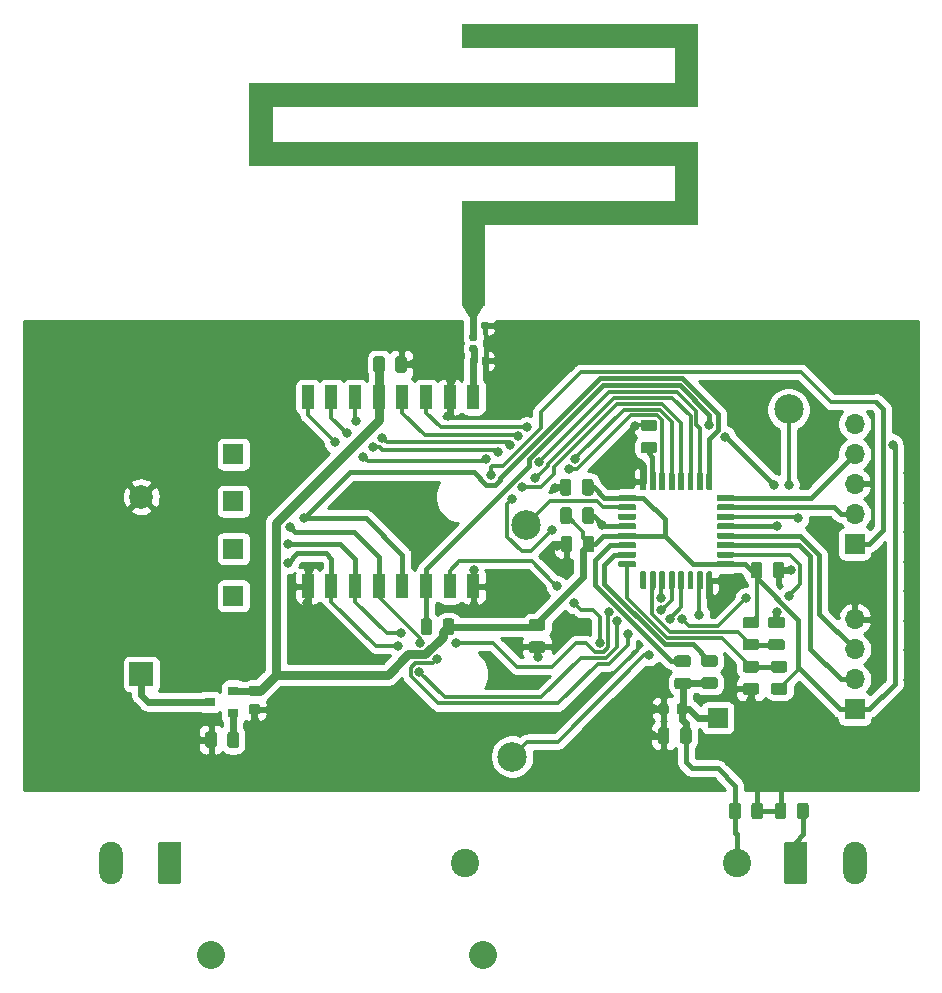
<source format=gbr>
G04 #@! TF.GenerationSoftware,KiCad,Pcbnew,5.1.5*
G04 #@! TF.CreationDate,2020-02-13T13:25:46+01:00*
G04 #@! TF.ProjectId,lora_fence_monitor,6c6f7261-5f66-4656-9e63-655f6d6f6e69,rev?*
G04 #@! TF.SameCoordinates,Original*
G04 #@! TF.FileFunction,Copper,L1,Top*
G04 #@! TF.FilePolarity,Positive*
%FSLAX46Y46*%
G04 Gerber Fmt 4.6, Leading zero omitted, Abs format (unit mm)*
G04 Created by KiCad (PCBNEW 5.1.5) date 2020-02-13 13:25:46*
%MOMM*%
%LPD*%
G04 APERTURE LIST*
%ADD10C,0.100000*%
%ADD11O,2.000000X3.600000*%
%ADD12R,1.700000X1.700000*%
%ADD13R,2.000000X2.000000*%
%ADD14C,2.000000*%
%ADD15O,1.700000X1.700000*%
%ADD16R,0.900000X0.800000*%
%ADD17C,2.400000*%
%ADD18C,2.400000*%
%ADD19C,2.500000*%
%ADD20R,1.000000X2.000000*%
%ADD21C,0.800000*%
%ADD22C,0.600000*%
%ADD23C,0.300000*%
%ADD24C,0.400000*%
%ADD25C,0.800000*%
%ADD26C,0.254000*%
G04 APERTURE END LIST*
D10*
G36*
X124650000Y-52000000D02*
G01*
X124650000Y-53900000D01*
X86750000Y-53900000D01*
X86750000Y-52000000D01*
X124650000Y-52000000D01*
G37*
X124650000Y-52000000D02*
X124650000Y-53900000D01*
X86750000Y-53900000D01*
X86750000Y-52000000D01*
X124650000Y-52000000D01*
G36*
X124650000Y-58900000D02*
G01*
X122750000Y-58900000D01*
X122750000Y-52000000D01*
X124650000Y-52000000D01*
X124650000Y-58900000D01*
G37*
X124650000Y-58900000D02*
X122750000Y-58900000D01*
X122750000Y-52000000D01*
X124650000Y-52000000D01*
X124650000Y-58900000D01*
G36*
X124650000Y-57000000D02*
G01*
X124650000Y-58900000D01*
X104750000Y-58900000D01*
X104750000Y-57000000D01*
X124650000Y-57000000D01*
G37*
X124650000Y-57000000D02*
X124650000Y-58900000D01*
X104750000Y-58900000D01*
X104750000Y-57000000D01*
X124650000Y-57000000D01*
G36*
X106650000Y-65800000D02*
G01*
X104750000Y-65800000D01*
X104750000Y-57000000D01*
X106650000Y-57000000D01*
X106650000Y-65800000D01*
G37*
X106650000Y-65800000D02*
X104750000Y-65800000D01*
X104750000Y-57000000D01*
X106650000Y-57000000D01*
X106650000Y-65800000D01*
G36*
X124650000Y-47000000D02*
G01*
X124650000Y-48900000D01*
X86750000Y-48900000D01*
X86750000Y-47000000D01*
X124650000Y-47000000D01*
G37*
X124650000Y-47000000D02*
X124650000Y-48900000D01*
X86750000Y-48900000D01*
X86750000Y-47000000D01*
X124650000Y-47000000D01*
G36*
X124650000Y-42000000D02*
G01*
X124650000Y-43900000D01*
X104750000Y-43900000D01*
X104750000Y-42000000D01*
X124650000Y-42000000D01*
G37*
X124650000Y-42000000D02*
X124650000Y-43900000D01*
X104750000Y-43900000D01*
X104750000Y-42000000D01*
X124650000Y-42000000D01*
G36*
X124650000Y-48900000D02*
G01*
X122750000Y-48900000D01*
X122750000Y-42000000D01*
X124650000Y-42000000D01*
X124650000Y-48900000D01*
G37*
X124650000Y-48900000D02*
X122750000Y-48900000D01*
X122750000Y-42000000D01*
X124650000Y-42000000D01*
X124650000Y-48900000D01*
G36*
X88650000Y-53900000D02*
G01*
X86750000Y-53900000D01*
X86750000Y-47000000D01*
X88650000Y-47000000D01*
X88650000Y-53900000D01*
G37*
X88650000Y-53900000D02*
X86750000Y-53900000D01*
X86750000Y-47000000D01*
X88650000Y-47000000D01*
X88650000Y-53900000D01*
G04 #@! TA.AperFunction,SMDPad,CuDef*
G36*
X106650000Y-65800000D02*
G01*
X106050000Y-66800000D01*
X105350000Y-66800000D01*
X104750000Y-65800000D01*
X106650000Y-65800000D01*
G37*
G04 #@! TD.AperFunction*
D11*
X138000000Y-113000000D03*
G04 #@! TA.AperFunction,ComponentPad*
D10*
G36*
X133774504Y-111201204D02*
G01*
X133798773Y-111204804D01*
X133822571Y-111210765D01*
X133845671Y-111219030D01*
X133867849Y-111229520D01*
X133888893Y-111242133D01*
X133908598Y-111256747D01*
X133926777Y-111273223D01*
X133943253Y-111291402D01*
X133957867Y-111311107D01*
X133970480Y-111332151D01*
X133980970Y-111354329D01*
X133989235Y-111377429D01*
X133995196Y-111401227D01*
X133998796Y-111425496D01*
X134000000Y-111450000D01*
X134000000Y-114550000D01*
X133998796Y-114574504D01*
X133995196Y-114598773D01*
X133989235Y-114622571D01*
X133980970Y-114645671D01*
X133970480Y-114667849D01*
X133957867Y-114688893D01*
X133943253Y-114708598D01*
X133926777Y-114726777D01*
X133908598Y-114743253D01*
X133888893Y-114757867D01*
X133867849Y-114770480D01*
X133845671Y-114780970D01*
X133822571Y-114789235D01*
X133798773Y-114795196D01*
X133774504Y-114798796D01*
X133750000Y-114800000D01*
X132250000Y-114800000D01*
X132225496Y-114798796D01*
X132201227Y-114795196D01*
X132177429Y-114789235D01*
X132154329Y-114780970D01*
X132132151Y-114770480D01*
X132111107Y-114757867D01*
X132091402Y-114743253D01*
X132073223Y-114726777D01*
X132056747Y-114708598D01*
X132042133Y-114688893D01*
X132029520Y-114667849D01*
X132019030Y-114645671D01*
X132010765Y-114622571D01*
X132004804Y-114598773D01*
X132001204Y-114574504D01*
X132000000Y-114550000D01*
X132000000Y-111450000D01*
X132001204Y-111425496D01*
X132004804Y-111401227D01*
X132010765Y-111377429D01*
X132019030Y-111354329D01*
X132029520Y-111332151D01*
X132042133Y-111311107D01*
X132056747Y-111291402D01*
X132073223Y-111273223D01*
X132091402Y-111256747D01*
X132111107Y-111242133D01*
X132132151Y-111229520D01*
X132154329Y-111219030D01*
X132177429Y-111210765D01*
X132201227Y-111204804D01*
X132225496Y-111201204D01*
X132250000Y-111200000D01*
X133750000Y-111200000D01*
X133774504Y-111201204D01*
G37*
G04 #@! TD.AperFunction*
D11*
X75000000Y-113000000D03*
G04 #@! TA.AperFunction,ComponentPad*
D10*
G36*
X80774504Y-111201204D02*
G01*
X80798773Y-111204804D01*
X80822571Y-111210765D01*
X80845671Y-111219030D01*
X80867849Y-111229520D01*
X80888893Y-111242133D01*
X80908598Y-111256747D01*
X80926777Y-111273223D01*
X80943253Y-111291402D01*
X80957867Y-111311107D01*
X80970480Y-111332151D01*
X80980970Y-111354329D01*
X80989235Y-111377429D01*
X80995196Y-111401227D01*
X80998796Y-111425496D01*
X81000000Y-111450000D01*
X81000000Y-114550000D01*
X80998796Y-114574504D01*
X80995196Y-114598773D01*
X80989235Y-114622571D01*
X80980970Y-114645671D01*
X80970480Y-114667849D01*
X80957867Y-114688893D01*
X80943253Y-114708598D01*
X80926777Y-114726777D01*
X80908598Y-114743253D01*
X80888893Y-114757867D01*
X80867849Y-114770480D01*
X80845671Y-114780970D01*
X80822571Y-114789235D01*
X80798773Y-114795196D01*
X80774504Y-114798796D01*
X80750000Y-114800000D01*
X79250000Y-114800000D01*
X79225496Y-114798796D01*
X79201227Y-114795196D01*
X79177429Y-114789235D01*
X79154329Y-114780970D01*
X79132151Y-114770480D01*
X79111107Y-114757867D01*
X79091402Y-114743253D01*
X79073223Y-114726777D01*
X79056747Y-114708598D01*
X79042133Y-114688893D01*
X79029520Y-114667849D01*
X79019030Y-114645671D01*
X79010765Y-114622571D01*
X79004804Y-114598773D01*
X79001204Y-114574504D01*
X79000000Y-114550000D01*
X79000000Y-111450000D01*
X79001204Y-111425496D01*
X79004804Y-111401227D01*
X79010765Y-111377429D01*
X79019030Y-111354329D01*
X79029520Y-111332151D01*
X79042133Y-111311107D01*
X79056747Y-111291402D01*
X79073223Y-111273223D01*
X79091402Y-111256747D01*
X79111107Y-111242133D01*
X79132151Y-111229520D01*
X79154329Y-111219030D01*
X79177429Y-111210765D01*
X79201227Y-111204804D01*
X79225496Y-111201204D01*
X79250000Y-111200000D01*
X80750000Y-111200000D01*
X80774504Y-111201204D01*
G37*
G04 #@! TD.AperFunction*
D12*
X126400000Y-100725000D03*
X85400000Y-78400000D03*
X85400000Y-90400000D03*
X85400000Y-86400000D03*
X85400000Y-82400000D03*
G04 #@! TA.AperFunction,SMDPad,CuDef*
D10*
G36*
X129955142Y-87526174D02*
G01*
X129978803Y-87529684D01*
X130002007Y-87535496D01*
X130024529Y-87543554D01*
X130046153Y-87553782D01*
X130066670Y-87566079D01*
X130085883Y-87580329D01*
X130103607Y-87596393D01*
X130119671Y-87614117D01*
X130133921Y-87633330D01*
X130146218Y-87653847D01*
X130156446Y-87675471D01*
X130164504Y-87697993D01*
X130170316Y-87721197D01*
X130173826Y-87744858D01*
X130175000Y-87768750D01*
X130175000Y-88681250D01*
X130173826Y-88705142D01*
X130170316Y-88728803D01*
X130164504Y-88752007D01*
X130156446Y-88774529D01*
X130146218Y-88796153D01*
X130133921Y-88816670D01*
X130119671Y-88835883D01*
X130103607Y-88853607D01*
X130085883Y-88869671D01*
X130066670Y-88883921D01*
X130046153Y-88896218D01*
X130024529Y-88906446D01*
X130002007Y-88914504D01*
X129978803Y-88920316D01*
X129955142Y-88923826D01*
X129931250Y-88925000D01*
X129443750Y-88925000D01*
X129419858Y-88923826D01*
X129396197Y-88920316D01*
X129372993Y-88914504D01*
X129350471Y-88906446D01*
X129328847Y-88896218D01*
X129308330Y-88883921D01*
X129289117Y-88869671D01*
X129271393Y-88853607D01*
X129255329Y-88835883D01*
X129241079Y-88816670D01*
X129228782Y-88796153D01*
X129218554Y-88774529D01*
X129210496Y-88752007D01*
X129204684Y-88728803D01*
X129201174Y-88705142D01*
X129200000Y-88681250D01*
X129200000Y-87768750D01*
X129201174Y-87744858D01*
X129204684Y-87721197D01*
X129210496Y-87697993D01*
X129218554Y-87675471D01*
X129228782Y-87653847D01*
X129241079Y-87633330D01*
X129255329Y-87614117D01*
X129271393Y-87596393D01*
X129289117Y-87580329D01*
X129308330Y-87566079D01*
X129328847Y-87553782D01*
X129350471Y-87543554D01*
X129372993Y-87535496D01*
X129396197Y-87529684D01*
X129419858Y-87526174D01*
X129443750Y-87525000D01*
X129931250Y-87525000D01*
X129955142Y-87526174D01*
G37*
G04 #@! TD.AperFunction*
G04 #@! TA.AperFunction,SMDPad,CuDef*
G36*
X131830142Y-87526174D02*
G01*
X131853803Y-87529684D01*
X131877007Y-87535496D01*
X131899529Y-87543554D01*
X131921153Y-87553782D01*
X131941670Y-87566079D01*
X131960883Y-87580329D01*
X131978607Y-87596393D01*
X131994671Y-87614117D01*
X132008921Y-87633330D01*
X132021218Y-87653847D01*
X132031446Y-87675471D01*
X132039504Y-87697993D01*
X132045316Y-87721197D01*
X132048826Y-87744858D01*
X132050000Y-87768750D01*
X132050000Y-88681250D01*
X132048826Y-88705142D01*
X132045316Y-88728803D01*
X132039504Y-88752007D01*
X132031446Y-88774529D01*
X132021218Y-88796153D01*
X132008921Y-88816670D01*
X131994671Y-88835883D01*
X131978607Y-88853607D01*
X131960883Y-88869671D01*
X131941670Y-88883921D01*
X131921153Y-88896218D01*
X131899529Y-88906446D01*
X131877007Y-88914504D01*
X131853803Y-88920316D01*
X131830142Y-88923826D01*
X131806250Y-88925000D01*
X131318750Y-88925000D01*
X131294858Y-88923826D01*
X131271197Y-88920316D01*
X131247993Y-88914504D01*
X131225471Y-88906446D01*
X131203847Y-88896218D01*
X131183330Y-88883921D01*
X131164117Y-88869671D01*
X131146393Y-88853607D01*
X131130329Y-88835883D01*
X131116079Y-88816670D01*
X131103782Y-88796153D01*
X131093554Y-88774529D01*
X131085496Y-88752007D01*
X131079684Y-88728803D01*
X131076174Y-88705142D01*
X131075000Y-88681250D01*
X131075000Y-87768750D01*
X131076174Y-87744858D01*
X131079684Y-87721197D01*
X131085496Y-87697993D01*
X131093554Y-87675471D01*
X131103782Y-87653847D01*
X131116079Y-87633330D01*
X131130329Y-87614117D01*
X131146393Y-87596393D01*
X131164117Y-87580329D01*
X131183330Y-87566079D01*
X131203847Y-87553782D01*
X131225471Y-87543554D01*
X131247993Y-87535496D01*
X131271197Y-87529684D01*
X131294858Y-87526174D01*
X131318750Y-87525000D01*
X131806250Y-87525000D01*
X131830142Y-87526174D01*
G37*
G04 #@! TD.AperFunction*
G04 #@! TA.AperFunction,SMDPad,CuDef*
G36*
X115667642Y-80501174D02*
G01*
X115691303Y-80504684D01*
X115714507Y-80510496D01*
X115737029Y-80518554D01*
X115758653Y-80528782D01*
X115779170Y-80541079D01*
X115798383Y-80555329D01*
X115816107Y-80571393D01*
X115832171Y-80589117D01*
X115846421Y-80608330D01*
X115858718Y-80628847D01*
X115868946Y-80650471D01*
X115877004Y-80672993D01*
X115882816Y-80696197D01*
X115886326Y-80719858D01*
X115887500Y-80743750D01*
X115887500Y-81656250D01*
X115886326Y-81680142D01*
X115882816Y-81703803D01*
X115877004Y-81727007D01*
X115868946Y-81749529D01*
X115858718Y-81771153D01*
X115846421Y-81791670D01*
X115832171Y-81810883D01*
X115816107Y-81828607D01*
X115798383Y-81844671D01*
X115779170Y-81858921D01*
X115758653Y-81871218D01*
X115737029Y-81881446D01*
X115714507Y-81889504D01*
X115691303Y-81895316D01*
X115667642Y-81898826D01*
X115643750Y-81900000D01*
X115156250Y-81900000D01*
X115132358Y-81898826D01*
X115108697Y-81895316D01*
X115085493Y-81889504D01*
X115062971Y-81881446D01*
X115041347Y-81871218D01*
X115020830Y-81858921D01*
X115001617Y-81844671D01*
X114983893Y-81828607D01*
X114967829Y-81810883D01*
X114953579Y-81791670D01*
X114941282Y-81771153D01*
X114931054Y-81749529D01*
X114922996Y-81727007D01*
X114917184Y-81703803D01*
X114913674Y-81680142D01*
X114912500Y-81656250D01*
X114912500Y-80743750D01*
X114913674Y-80719858D01*
X114917184Y-80696197D01*
X114922996Y-80672993D01*
X114931054Y-80650471D01*
X114941282Y-80628847D01*
X114953579Y-80608330D01*
X114967829Y-80589117D01*
X114983893Y-80571393D01*
X115001617Y-80555329D01*
X115020830Y-80541079D01*
X115041347Y-80528782D01*
X115062971Y-80518554D01*
X115085493Y-80510496D01*
X115108697Y-80504684D01*
X115132358Y-80501174D01*
X115156250Y-80500000D01*
X115643750Y-80500000D01*
X115667642Y-80501174D01*
G37*
G04 #@! TD.AperFunction*
G04 #@! TA.AperFunction,SMDPad,CuDef*
G36*
X113792642Y-80501174D02*
G01*
X113816303Y-80504684D01*
X113839507Y-80510496D01*
X113862029Y-80518554D01*
X113883653Y-80528782D01*
X113904170Y-80541079D01*
X113923383Y-80555329D01*
X113941107Y-80571393D01*
X113957171Y-80589117D01*
X113971421Y-80608330D01*
X113983718Y-80628847D01*
X113993946Y-80650471D01*
X114002004Y-80672993D01*
X114007816Y-80696197D01*
X114011326Y-80719858D01*
X114012500Y-80743750D01*
X114012500Y-81656250D01*
X114011326Y-81680142D01*
X114007816Y-81703803D01*
X114002004Y-81727007D01*
X113993946Y-81749529D01*
X113983718Y-81771153D01*
X113971421Y-81791670D01*
X113957171Y-81810883D01*
X113941107Y-81828607D01*
X113923383Y-81844671D01*
X113904170Y-81858921D01*
X113883653Y-81871218D01*
X113862029Y-81881446D01*
X113839507Y-81889504D01*
X113816303Y-81895316D01*
X113792642Y-81898826D01*
X113768750Y-81900000D01*
X113281250Y-81900000D01*
X113257358Y-81898826D01*
X113233697Y-81895316D01*
X113210493Y-81889504D01*
X113187971Y-81881446D01*
X113166347Y-81871218D01*
X113145830Y-81858921D01*
X113126617Y-81844671D01*
X113108893Y-81828607D01*
X113092829Y-81810883D01*
X113078579Y-81791670D01*
X113066282Y-81771153D01*
X113056054Y-81749529D01*
X113047996Y-81727007D01*
X113042184Y-81703803D01*
X113038674Y-81680142D01*
X113037500Y-81656250D01*
X113037500Y-80743750D01*
X113038674Y-80719858D01*
X113042184Y-80696197D01*
X113047996Y-80672993D01*
X113056054Y-80650471D01*
X113066282Y-80628847D01*
X113078579Y-80608330D01*
X113092829Y-80589117D01*
X113108893Y-80571393D01*
X113126617Y-80555329D01*
X113145830Y-80541079D01*
X113166347Y-80528782D01*
X113187971Y-80518554D01*
X113210493Y-80510496D01*
X113233697Y-80504684D01*
X113257358Y-80501174D01*
X113281250Y-80500000D01*
X113768750Y-80500000D01*
X113792642Y-80501174D01*
G37*
G04 #@! TD.AperFunction*
D13*
X77600000Y-97000000D03*
D14*
X77600000Y-82010000D03*
G04 #@! TA.AperFunction,SMDPad,CuDef*
D10*
G36*
X106861958Y-70180710D02*
G01*
X106876276Y-70182834D01*
X106890317Y-70186351D01*
X106903946Y-70191228D01*
X106917031Y-70197417D01*
X106929447Y-70204858D01*
X106941073Y-70213481D01*
X106951798Y-70223202D01*
X106961519Y-70233927D01*
X106970142Y-70245553D01*
X106977583Y-70257969D01*
X106983772Y-70271054D01*
X106988649Y-70284683D01*
X106992166Y-70298724D01*
X106994290Y-70313042D01*
X106995000Y-70327500D01*
X106995000Y-70672500D01*
X106994290Y-70686958D01*
X106992166Y-70701276D01*
X106988649Y-70715317D01*
X106983772Y-70728946D01*
X106977583Y-70742031D01*
X106970142Y-70754447D01*
X106961519Y-70766073D01*
X106951798Y-70776798D01*
X106941073Y-70786519D01*
X106929447Y-70795142D01*
X106917031Y-70802583D01*
X106903946Y-70808772D01*
X106890317Y-70813649D01*
X106876276Y-70817166D01*
X106861958Y-70819290D01*
X106847500Y-70820000D01*
X106552500Y-70820000D01*
X106538042Y-70819290D01*
X106523724Y-70817166D01*
X106509683Y-70813649D01*
X106496054Y-70808772D01*
X106482969Y-70802583D01*
X106470553Y-70795142D01*
X106458927Y-70786519D01*
X106448202Y-70776798D01*
X106438481Y-70766073D01*
X106429858Y-70754447D01*
X106422417Y-70742031D01*
X106416228Y-70728946D01*
X106411351Y-70715317D01*
X106407834Y-70701276D01*
X106405710Y-70686958D01*
X106405000Y-70672500D01*
X106405000Y-70327500D01*
X106405710Y-70313042D01*
X106407834Y-70298724D01*
X106411351Y-70284683D01*
X106416228Y-70271054D01*
X106422417Y-70257969D01*
X106429858Y-70245553D01*
X106438481Y-70233927D01*
X106448202Y-70223202D01*
X106458927Y-70213481D01*
X106470553Y-70204858D01*
X106482969Y-70197417D01*
X106496054Y-70191228D01*
X106509683Y-70186351D01*
X106523724Y-70182834D01*
X106538042Y-70180710D01*
X106552500Y-70180000D01*
X106847500Y-70180000D01*
X106861958Y-70180710D01*
G37*
G04 #@! TD.AperFunction*
G04 #@! TA.AperFunction,SMDPad,CuDef*
G36*
X105891958Y-70180710D02*
G01*
X105906276Y-70182834D01*
X105920317Y-70186351D01*
X105933946Y-70191228D01*
X105947031Y-70197417D01*
X105959447Y-70204858D01*
X105971073Y-70213481D01*
X105981798Y-70223202D01*
X105991519Y-70233927D01*
X106000142Y-70245553D01*
X106007583Y-70257969D01*
X106013772Y-70271054D01*
X106018649Y-70284683D01*
X106022166Y-70298724D01*
X106024290Y-70313042D01*
X106025000Y-70327500D01*
X106025000Y-70672500D01*
X106024290Y-70686958D01*
X106022166Y-70701276D01*
X106018649Y-70715317D01*
X106013772Y-70728946D01*
X106007583Y-70742031D01*
X106000142Y-70754447D01*
X105991519Y-70766073D01*
X105981798Y-70776798D01*
X105971073Y-70786519D01*
X105959447Y-70795142D01*
X105947031Y-70802583D01*
X105933946Y-70808772D01*
X105920317Y-70813649D01*
X105906276Y-70817166D01*
X105891958Y-70819290D01*
X105877500Y-70820000D01*
X105582500Y-70820000D01*
X105568042Y-70819290D01*
X105553724Y-70817166D01*
X105539683Y-70813649D01*
X105526054Y-70808772D01*
X105512969Y-70802583D01*
X105500553Y-70795142D01*
X105488927Y-70786519D01*
X105478202Y-70776798D01*
X105468481Y-70766073D01*
X105459858Y-70754447D01*
X105452417Y-70742031D01*
X105446228Y-70728946D01*
X105441351Y-70715317D01*
X105437834Y-70701276D01*
X105435710Y-70686958D01*
X105435000Y-70672500D01*
X105435000Y-70327500D01*
X105435710Y-70313042D01*
X105437834Y-70298724D01*
X105441351Y-70284683D01*
X105446228Y-70271054D01*
X105452417Y-70257969D01*
X105459858Y-70245553D01*
X105468481Y-70233927D01*
X105478202Y-70223202D01*
X105488927Y-70213481D01*
X105500553Y-70204858D01*
X105512969Y-70197417D01*
X105526054Y-70191228D01*
X105539683Y-70186351D01*
X105553724Y-70182834D01*
X105568042Y-70180710D01*
X105582500Y-70180000D01*
X105877500Y-70180000D01*
X105891958Y-70180710D01*
G37*
G04 #@! TD.AperFunction*
G04 #@! TA.AperFunction,SMDPad,CuDef*
G36*
X105876958Y-67180710D02*
G01*
X105891276Y-67182834D01*
X105905317Y-67186351D01*
X105918946Y-67191228D01*
X105932031Y-67197417D01*
X105944447Y-67204858D01*
X105956073Y-67213481D01*
X105966798Y-67223202D01*
X105976519Y-67233927D01*
X105985142Y-67245553D01*
X105992583Y-67257969D01*
X105998772Y-67271054D01*
X106003649Y-67284683D01*
X106007166Y-67298724D01*
X106009290Y-67313042D01*
X106010000Y-67327500D01*
X106010000Y-67672500D01*
X106009290Y-67686958D01*
X106007166Y-67701276D01*
X106003649Y-67715317D01*
X105998772Y-67728946D01*
X105992583Y-67742031D01*
X105985142Y-67754447D01*
X105976519Y-67766073D01*
X105966798Y-67776798D01*
X105956073Y-67786519D01*
X105944447Y-67795142D01*
X105932031Y-67802583D01*
X105918946Y-67808772D01*
X105905317Y-67813649D01*
X105891276Y-67817166D01*
X105876958Y-67819290D01*
X105862500Y-67820000D01*
X105567500Y-67820000D01*
X105553042Y-67819290D01*
X105538724Y-67817166D01*
X105524683Y-67813649D01*
X105511054Y-67808772D01*
X105497969Y-67802583D01*
X105485553Y-67795142D01*
X105473927Y-67786519D01*
X105463202Y-67776798D01*
X105453481Y-67766073D01*
X105444858Y-67754447D01*
X105437417Y-67742031D01*
X105431228Y-67728946D01*
X105426351Y-67715317D01*
X105422834Y-67701276D01*
X105420710Y-67686958D01*
X105420000Y-67672500D01*
X105420000Y-67327500D01*
X105420710Y-67313042D01*
X105422834Y-67298724D01*
X105426351Y-67284683D01*
X105431228Y-67271054D01*
X105437417Y-67257969D01*
X105444858Y-67245553D01*
X105453481Y-67233927D01*
X105463202Y-67223202D01*
X105473927Y-67213481D01*
X105485553Y-67204858D01*
X105497969Y-67197417D01*
X105511054Y-67191228D01*
X105524683Y-67186351D01*
X105538724Y-67182834D01*
X105553042Y-67180710D01*
X105567500Y-67180000D01*
X105862500Y-67180000D01*
X105876958Y-67180710D01*
G37*
G04 #@! TD.AperFunction*
G04 #@! TA.AperFunction,SMDPad,CuDef*
G36*
X106846958Y-67180710D02*
G01*
X106861276Y-67182834D01*
X106875317Y-67186351D01*
X106888946Y-67191228D01*
X106902031Y-67197417D01*
X106914447Y-67204858D01*
X106926073Y-67213481D01*
X106936798Y-67223202D01*
X106946519Y-67233927D01*
X106955142Y-67245553D01*
X106962583Y-67257969D01*
X106968772Y-67271054D01*
X106973649Y-67284683D01*
X106977166Y-67298724D01*
X106979290Y-67313042D01*
X106980000Y-67327500D01*
X106980000Y-67672500D01*
X106979290Y-67686958D01*
X106977166Y-67701276D01*
X106973649Y-67715317D01*
X106968772Y-67728946D01*
X106962583Y-67742031D01*
X106955142Y-67754447D01*
X106946519Y-67766073D01*
X106936798Y-67776798D01*
X106926073Y-67786519D01*
X106914447Y-67795142D01*
X106902031Y-67802583D01*
X106888946Y-67808772D01*
X106875317Y-67813649D01*
X106861276Y-67817166D01*
X106846958Y-67819290D01*
X106832500Y-67820000D01*
X106537500Y-67820000D01*
X106523042Y-67819290D01*
X106508724Y-67817166D01*
X106494683Y-67813649D01*
X106481054Y-67808772D01*
X106467969Y-67802583D01*
X106455553Y-67795142D01*
X106443927Y-67786519D01*
X106433202Y-67776798D01*
X106423481Y-67766073D01*
X106414858Y-67754447D01*
X106407417Y-67742031D01*
X106401228Y-67728946D01*
X106396351Y-67715317D01*
X106392834Y-67701276D01*
X106390710Y-67686958D01*
X106390000Y-67672500D01*
X106390000Y-67327500D01*
X106390710Y-67313042D01*
X106392834Y-67298724D01*
X106396351Y-67284683D01*
X106401228Y-67271054D01*
X106407417Y-67257969D01*
X106414858Y-67245553D01*
X106423481Y-67233927D01*
X106433202Y-67223202D01*
X106443927Y-67213481D01*
X106455553Y-67204858D01*
X106467969Y-67197417D01*
X106481054Y-67191228D01*
X106494683Y-67186351D01*
X106508724Y-67182834D01*
X106523042Y-67180710D01*
X106537500Y-67180000D01*
X106832500Y-67180000D01*
X106846958Y-67180710D01*
G37*
G04 #@! TD.AperFunction*
G04 #@! TA.AperFunction,SMDPad,CuDef*
G36*
X123967642Y-101526174D02*
G01*
X123991303Y-101529684D01*
X124014507Y-101535496D01*
X124037029Y-101543554D01*
X124058653Y-101553782D01*
X124079170Y-101566079D01*
X124098383Y-101580329D01*
X124116107Y-101596393D01*
X124132171Y-101614117D01*
X124146421Y-101633330D01*
X124158718Y-101653847D01*
X124168946Y-101675471D01*
X124177004Y-101697993D01*
X124182816Y-101721197D01*
X124186326Y-101744858D01*
X124187500Y-101768750D01*
X124187500Y-102681250D01*
X124186326Y-102705142D01*
X124182816Y-102728803D01*
X124177004Y-102752007D01*
X124168946Y-102774529D01*
X124158718Y-102796153D01*
X124146421Y-102816670D01*
X124132171Y-102835883D01*
X124116107Y-102853607D01*
X124098383Y-102869671D01*
X124079170Y-102883921D01*
X124058653Y-102896218D01*
X124037029Y-102906446D01*
X124014507Y-102914504D01*
X123991303Y-102920316D01*
X123967642Y-102923826D01*
X123943750Y-102925000D01*
X123456250Y-102925000D01*
X123432358Y-102923826D01*
X123408697Y-102920316D01*
X123385493Y-102914504D01*
X123362971Y-102906446D01*
X123341347Y-102896218D01*
X123320830Y-102883921D01*
X123301617Y-102869671D01*
X123283893Y-102853607D01*
X123267829Y-102835883D01*
X123253579Y-102816670D01*
X123241282Y-102796153D01*
X123231054Y-102774529D01*
X123222996Y-102752007D01*
X123217184Y-102728803D01*
X123213674Y-102705142D01*
X123212500Y-102681250D01*
X123212500Y-101768750D01*
X123213674Y-101744858D01*
X123217184Y-101721197D01*
X123222996Y-101697993D01*
X123231054Y-101675471D01*
X123241282Y-101653847D01*
X123253579Y-101633330D01*
X123267829Y-101614117D01*
X123283893Y-101596393D01*
X123301617Y-101580329D01*
X123320830Y-101566079D01*
X123341347Y-101553782D01*
X123362971Y-101543554D01*
X123385493Y-101535496D01*
X123408697Y-101529684D01*
X123432358Y-101526174D01*
X123456250Y-101525000D01*
X123943750Y-101525000D01*
X123967642Y-101526174D01*
G37*
G04 #@! TD.AperFunction*
G04 #@! TA.AperFunction,SMDPad,CuDef*
G36*
X122092642Y-101526174D02*
G01*
X122116303Y-101529684D01*
X122139507Y-101535496D01*
X122162029Y-101543554D01*
X122183653Y-101553782D01*
X122204170Y-101566079D01*
X122223383Y-101580329D01*
X122241107Y-101596393D01*
X122257171Y-101614117D01*
X122271421Y-101633330D01*
X122283718Y-101653847D01*
X122293946Y-101675471D01*
X122302004Y-101697993D01*
X122307816Y-101721197D01*
X122311326Y-101744858D01*
X122312500Y-101768750D01*
X122312500Y-102681250D01*
X122311326Y-102705142D01*
X122307816Y-102728803D01*
X122302004Y-102752007D01*
X122293946Y-102774529D01*
X122283718Y-102796153D01*
X122271421Y-102816670D01*
X122257171Y-102835883D01*
X122241107Y-102853607D01*
X122223383Y-102869671D01*
X122204170Y-102883921D01*
X122183653Y-102896218D01*
X122162029Y-102906446D01*
X122139507Y-102914504D01*
X122116303Y-102920316D01*
X122092642Y-102923826D01*
X122068750Y-102925000D01*
X121581250Y-102925000D01*
X121557358Y-102923826D01*
X121533697Y-102920316D01*
X121510493Y-102914504D01*
X121487971Y-102906446D01*
X121466347Y-102896218D01*
X121445830Y-102883921D01*
X121426617Y-102869671D01*
X121408893Y-102853607D01*
X121392829Y-102835883D01*
X121378579Y-102816670D01*
X121366282Y-102796153D01*
X121356054Y-102774529D01*
X121347996Y-102752007D01*
X121342184Y-102728803D01*
X121338674Y-102705142D01*
X121337500Y-102681250D01*
X121337500Y-101768750D01*
X121338674Y-101744858D01*
X121342184Y-101721197D01*
X121347996Y-101697993D01*
X121356054Y-101675471D01*
X121366282Y-101653847D01*
X121378579Y-101633330D01*
X121392829Y-101614117D01*
X121408893Y-101596393D01*
X121426617Y-101580329D01*
X121445830Y-101566079D01*
X121466347Y-101553782D01*
X121487971Y-101543554D01*
X121510493Y-101535496D01*
X121533697Y-101529684D01*
X121557358Y-101526174D01*
X121581250Y-101525000D01*
X122068750Y-101525000D01*
X122092642Y-101526174D01*
G37*
G04 #@! TD.AperFunction*
G04 #@! TA.AperFunction,SMDPad,CuDef*
G36*
X111580142Y-94238674D02*
G01*
X111603803Y-94242184D01*
X111627007Y-94247996D01*
X111649529Y-94256054D01*
X111671153Y-94266282D01*
X111691670Y-94278579D01*
X111710883Y-94292829D01*
X111728607Y-94308893D01*
X111744671Y-94326617D01*
X111758921Y-94345830D01*
X111771218Y-94366347D01*
X111781446Y-94387971D01*
X111789504Y-94410493D01*
X111795316Y-94433697D01*
X111798826Y-94457358D01*
X111800000Y-94481250D01*
X111800000Y-94968750D01*
X111798826Y-94992642D01*
X111795316Y-95016303D01*
X111789504Y-95039507D01*
X111781446Y-95062029D01*
X111771218Y-95083653D01*
X111758921Y-95104170D01*
X111744671Y-95123383D01*
X111728607Y-95141107D01*
X111710883Y-95157171D01*
X111691670Y-95171421D01*
X111671153Y-95183718D01*
X111649529Y-95193946D01*
X111627007Y-95202004D01*
X111603803Y-95207816D01*
X111580142Y-95211326D01*
X111556250Y-95212500D01*
X110643750Y-95212500D01*
X110619858Y-95211326D01*
X110596197Y-95207816D01*
X110572993Y-95202004D01*
X110550471Y-95193946D01*
X110528847Y-95183718D01*
X110508330Y-95171421D01*
X110489117Y-95157171D01*
X110471393Y-95141107D01*
X110455329Y-95123383D01*
X110441079Y-95104170D01*
X110428782Y-95083653D01*
X110418554Y-95062029D01*
X110410496Y-95039507D01*
X110404684Y-95016303D01*
X110401174Y-94992642D01*
X110400000Y-94968750D01*
X110400000Y-94481250D01*
X110401174Y-94457358D01*
X110404684Y-94433697D01*
X110410496Y-94410493D01*
X110418554Y-94387971D01*
X110428782Y-94366347D01*
X110441079Y-94345830D01*
X110455329Y-94326617D01*
X110471393Y-94308893D01*
X110489117Y-94292829D01*
X110508330Y-94278579D01*
X110528847Y-94266282D01*
X110550471Y-94256054D01*
X110572993Y-94247996D01*
X110596197Y-94242184D01*
X110619858Y-94238674D01*
X110643750Y-94237500D01*
X111556250Y-94237500D01*
X111580142Y-94238674D01*
G37*
G04 #@! TD.AperFunction*
G04 #@! TA.AperFunction,SMDPad,CuDef*
G36*
X111580142Y-92363674D02*
G01*
X111603803Y-92367184D01*
X111627007Y-92372996D01*
X111649529Y-92381054D01*
X111671153Y-92391282D01*
X111691670Y-92403579D01*
X111710883Y-92417829D01*
X111728607Y-92433893D01*
X111744671Y-92451617D01*
X111758921Y-92470830D01*
X111771218Y-92491347D01*
X111781446Y-92512971D01*
X111789504Y-92535493D01*
X111795316Y-92558697D01*
X111798826Y-92582358D01*
X111800000Y-92606250D01*
X111800000Y-93093750D01*
X111798826Y-93117642D01*
X111795316Y-93141303D01*
X111789504Y-93164507D01*
X111781446Y-93187029D01*
X111771218Y-93208653D01*
X111758921Y-93229170D01*
X111744671Y-93248383D01*
X111728607Y-93266107D01*
X111710883Y-93282171D01*
X111691670Y-93296421D01*
X111671153Y-93308718D01*
X111649529Y-93318946D01*
X111627007Y-93327004D01*
X111603803Y-93332816D01*
X111580142Y-93336326D01*
X111556250Y-93337500D01*
X110643750Y-93337500D01*
X110619858Y-93336326D01*
X110596197Y-93332816D01*
X110572993Y-93327004D01*
X110550471Y-93318946D01*
X110528847Y-93308718D01*
X110508330Y-93296421D01*
X110489117Y-93282171D01*
X110471393Y-93266107D01*
X110455329Y-93248383D01*
X110441079Y-93229170D01*
X110428782Y-93208653D01*
X110418554Y-93187029D01*
X110410496Y-93164507D01*
X110404684Y-93141303D01*
X110401174Y-93117642D01*
X110400000Y-93093750D01*
X110400000Y-92606250D01*
X110401174Y-92582358D01*
X110404684Y-92558697D01*
X110410496Y-92535493D01*
X110418554Y-92512971D01*
X110428782Y-92491347D01*
X110441079Y-92470830D01*
X110455329Y-92451617D01*
X110471393Y-92433893D01*
X110489117Y-92417829D01*
X110508330Y-92403579D01*
X110528847Y-92391282D01*
X110550471Y-92381054D01*
X110572993Y-92372996D01*
X110596197Y-92367184D01*
X110619858Y-92363674D01*
X110643750Y-92362500D01*
X111556250Y-92362500D01*
X111580142Y-92363674D01*
G37*
G04 #@! TD.AperFunction*
G04 #@! TA.AperFunction,SMDPad,CuDef*
G36*
X99867642Y-70101174D02*
G01*
X99891303Y-70104684D01*
X99914507Y-70110496D01*
X99937029Y-70118554D01*
X99958653Y-70128782D01*
X99979170Y-70141079D01*
X99998383Y-70155329D01*
X100016107Y-70171393D01*
X100032171Y-70189117D01*
X100046421Y-70208330D01*
X100058718Y-70228847D01*
X100068946Y-70250471D01*
X100077004Y-70272993D01*
X100082816Y-70296197D01*
X100086326Y-70319858D01*
X100087500Y-70343750D01*
X100087500Y-71256250D01*
X100086326Y-71280142D01*
X100082816Y-71303803D01*
X100077004Y-71327007D01*
X100068946Y-71349529D01*
X100058718Y-71371153D01*
X100046421Y-71391670D01*
X100032171Y-71410883D01*
X100016107Y-71428607D01*
X99998383Y-71444671D01*
X99979170Y-71458921D01*
X99958653Y-71471218D01*
X99937029Y-71481446D01*
X99914507Y-71489504D01*
X99891303Y-71495316D01*
X99867642Y-71498826D01*
X99843750Y-71500000D01*
X99356250Y-71500000D01*
X99332358Y-71498826D01*
X99308697Y-71495316D01*
X99285493Y-71489504D01*
X99262971Y-71481446D01*
X99241347Y-71471218D01*
X99220830Y-71458921D01*
X99201617Y-71444671D01*
X99183893Y-71428607D01*
X99167829Y-71410883D01*
X99153579Y-71391670D01*
X99141282Y-71371153D01*
X99131054Y-71349529D01*
X99122996Y-71327007D01*
X99117184Y-71303803D01*
X99113674Y-71280142D01*
X99112500Y-71256250D01*
X99112500Y-70343750D01*
X99113674Y-70319858D01*
X99117184Y-70296197D01*
X99122996Y-70272993D01*
X99131054Y-70250471D01*
X99141282Y-70228847D01*
X99153579Y-70208330D01*
X99167829Y-70189117D01*
X99183893Y-70171393D01*
X99201617Y-70155329D01*
X99220830Y-70141079D01*
X99241347Y-70128782D01*
X99262971Y-70118554D01*
X99285493Y-70110496D01*
X99308697Y-70104684D01*
X99332358Y-70101174D01*
X99356250Y-70100000D01*
X99843750Y-70100000D01*
X99867642Y-70101174D01*
G37*
G04 #@! TD.AperFunction*
G04 #@! TA.AperFunction,SMDPad,CuDef*
G36*
X97992642Y-70101174D02*
G01*
X98016303Y-70104684D01*
X98039507Y-70110496D01*
X98062029Y-70118554D01*
X98083653Y-70128782D01*
X98104170Y-70141079D01*
X98123383Y-70155329D01*
X98141107Y-70171393D01*
X98157171Y-70189117D01*
X98171421Y-70208330D01*
X98183718Y-70228847D01*
X98193946Y-70250471D01*
X98202004Y-70272993D01*
X98207816Y-70296197D01*
X98211326Y-70319858D01*
X98212500Y-70343750D01*
X98212500Y-71256250D01*
X98211326Y-71280142D01*
X98207816Y-71303803D01*
X98202004Y-71327007D01*
X98193946Y-71349529D01*
X98183718Y-71371153D01*
X98171421Y-71391670D01*
X98157171Y-71410883D01*
X98141107Y-71428607D01*
X98123383Y-71444671D01*
X98104170Y-71458921D01*
X98083653Y-71471218D01*
X98062029Y-71481446D01*
X98039507Y-71489504D01*
X98016303Y-71495316D01*
X97992642Y-71498826D01*
X97968750Y-71500000D01*
X97481250Y-71500000D01*
X97457358Y-71498826D01*
X97433697Y-71495316D01*
X97410493Y-71489504D01*
X97387971Y-71481446D01*
X97366347Y-71471218D01*
X97345830Y-71458921D01*
X97326617Y-71444671D01*
X97308893Y-71428607D01*
X97292829Y-71410883D01*
X97278579Y-71391670D01*
X97266282Y-71371153D01*
X97256054Y-71349529D01*
X97247996Y-71327007D01*
X97242184Y-71303803D01*
X97238674Y-71280142D01*
X97237500Y-71256250D01*
X97237500Y-70343750D01*
X97238674Y-70319858D01*
X97242184Y-70296197D01*
X97247996Y-70272993D01*
X97256054Y-70250471D01*
X97266282Y-70228847D01*
X97278579Y-70208330D01*
X97292829Y-70189117D01*
X97308893Y-70171393D01*
X97326617Y-70155329D01*
X97345830Y-70141079D01*
X97366347Y-70128782D01*
X97387971Y-70118554D01*
X97410493Y-70110496D01*
X97433697Y-70104684D01*
X97457358Y-70101174D01*
X97481250Y-70100000D01*
X97968750Y-70100000D01*
X97992642Y-70101174D01*
G37*
G04 #@! TD.AperFunction*
G04 #@! TA.AperFunction,SMDPad,CuDef*
G36*
X113867642Y-85301174D02*
G01*
X113891303Y-85304684D01*
X113914507Y-85310496D01*
X113937029Y-85318554D01*
X113958653Y-85328782D01*
X113979170Y-85341079D01*
X113998383Y-85355329D01*
X114016107Y-85371393D01*
X114032171Y-85389117D01*
X114046421Y-85408330D01*
X114058718Y-85428847D01*
X114068946Y-85450471D01*
X114077004Y-85472993D01*
X114082816Y-85496197D01*
X114086326Y-85519858D01*
X114087500Y-85543750D01*
X114087500Y-86456250D01*
X114086326Y-86480142D01*
X114082816Y-86503803D01*
X114077004Y-86527007D01*
X114068946Y-86549529D01*
X114058718Y-86571153D01*
X114046421Y-86591670D01*
X114032171Y-86610883D01*
X114016107Y-86628607D01*
X113998383Y-86644671D01*
X113979170Y-86658921D01*
X113958653Y-86671218D01*
X113937029Y-86681446D01*
X113914507Y-86689504D01*
X113891303Y-86695316D01*
X113867642Y-86698826D01*
X113843750Y-86700000D01*
X113356250Y-86700000D01*
X113332358Y-86698826D01*
X113308697Y-86695316D01*
X113285493Y-86689504D01*
X113262971Y-86681446D01*
X113241347Y-86671218D01*
X113220830Y-86658921D01*
X113201617Y-86644671D01*
X113183893Y-86628607D01*
X113167829Y-86610883D01*
X113153579Y-86591670D01*
X113141282Y-86571153D01*
X113131054Y-86549529D01*
X113122996Y-86527007D01*
X113117184Y-86503803D01*
X113113674Y-86480142D01*
X113112500Y-86456250D01*
X113112500Y-85543750D01*
X113113674Y-85519858D01*
X113117184Y-85496197D01*
X113122996Y-85472993D01*
X113131054Y-85450471D01*
X113141282Y-85428847D01*
X113153579Y-85408330D01*
X113167829Y-85389117D01*
X113183893Y-85371393D01*
X113201617Y-85355329D01*
X113220830Y-85341079D01*
X113241347Y-85328782D01*
X113262971Y-85318554D01*
X113285493Y-85310496D01*
X113308697Y-85304684D01*
X113332358Y-85301174D01*
X113356250Y-85300000D01*
X113843750Y-85300000D01*
X113867642Y-85301174D01*
G37*
G04 #@! TD.AperFunction*
G04 #@! TA.AperFunction,SMDPad,CuDef*
G36*
X115742642Y-85301174D02*
G01*
X115766303Y-85304684D01*
X115789507Y-85310496D01*
X115812029Y-85318554D01*
X115833653Y-85328782D01*
X115854170Y-85341079D01*
X115873383Y-85355329D01*
X115891107Y-85371393D01*
X115907171Y-85389117D01*
X115921421Y-85408330D01*
X115933718Y-85428847D01*
X115943946Y-85450471D01*
X115952004Y-85472993D01*
X115957816Y-85496197D01*
X115961326Y-85519858D01*
X115962500Y-85543750D01*
X115962500Y-86456250D01*
X115961326Y-86480142D01*
X115957816Y-86503803D01*
X115952004Y-86527007D01*
X115943946Y-86549529D01*
X115933718Y-86571153D01*
X115921421Y-86591670D01*
X115907171Y-86610883D01*
X115891107Y-86628607D01*
X115873383Y-86644671D01*
X115854170Y-86658921D01*
X115833653Y-86671218D01*
X115812029Y-86681446D01*
X115789507Y-86689504D01*
X115766303Y-86695316D01*
X115742642Y-86698826D01*
X115718750Y-86700000D01*
X115231250Y-86700000D01*
X115207358Y-86698826D01*
X115183697Y-86695316D01*
X115160493Y-86689504D01*
X115137971Y-86681446D01*
X115116347Y-86671218D01*
X115095830Y-86658921D01*
X115076617Y-86644671D01*
X115058893Y-86628607D01*
X115042829Y-86610883D01*
X115028579Y-86591670D01*
X115016282Y-86571153D01*
X115006054Y-86549529D01*
X114997996Y-86527007D01*
X114992184Y-86503803D01*
X114988674Y-86480142D01*
X114987500Y-86456250D01*
X114987500Y-85543750D01*
X114988674Y-85519858D01*
X114992184Y-85496197D01*
X114997996Y-85472993D01*
X115006054Y-85450471D01*
X115016282Y-85428847D01*
X115028579Y-85408330D01*
X115042829Y-85389117D01*
X115058893Y-85371393D01*
X115076617Y-85355329D01*
X115095830Y-85341079D01*
X115116347Y-85328782D01*
X115137971Y-85318554D01*
X115160493Y-85310496D01*
X115183697Y-85304684D01*
X115207358Y-85301174D01*
X115231250Y-85300000D01*
X115718750Y-85300000D01*
X115742642Y-85301174D01*
G37*
G04 #@! TD.AperFunction*
G04 #@! TA.AperFunction,SMDPad,CuDef*
G36*
X123615191Y-99501053D02*
G01*
X123636426Y-99504203D01*
X123657250Y-99509419D01*
X123677462Y-99516651D01*
X123696868Y-99525830D01*
X123715281Y-99536866D01*
X123732524Y-99549654D01*
X123748430Y-99564070D01*
X123762846Y-99579976D01*
X123775634Y-99597219D01*
X123786670Y-99615632D01*
X123795849Y-99635038D01*
X123803081Y-99655250D01*
X123808297Y-99676074D01*
X123811447Y-99697309D01*
X123812500Y-99718750D01*
X123812500Y-100231250D01*
X123811447Y-100252691D01*
X123808297Y-100273926D01*
X123803081Y-100294750D01*
X123795849Y-100314962D01*
X123786670Y-100334368D01*
X123775634Y-100352781D01*
X123762846Y-100370024D01*
X123748430Y-100385930D01*
X123732524Y-100400346D01*
X123715281Y-100413134D01*
X123696868Y-100424170D01*
X123677462Y-100433349D01*
X123657250Y-100440581D01*
X123636426Y-100445797D01*
X123615191Y-100448947D01*
X123593750Y-100450000D01*
X123156250Y-100450000D01*
X123134809Y-100448947D01*
X123113574Y-100445797D01*
X123092750Y-100440581D01*
X123072538Y-100433349D01*
X123053132Y-100424170D01*
X123034719Y-100413134D01*
X123017476Y-100400346D01*
X123001570Y-100385930D01*
X122987154Y-100370024D01*
X122974366Y-100352781D01*
X122963330Y-100334368D01*
X122954151Y-100314962D01*
X122946919Y-100294750D01*
X122941703Y-100273926D01*
X122938553Y-100252691D01*
X122937500Y-100231250D01*
X122937500Y-99718750D01*
X122938553Y-99697309D01*
X122941703Y-99676074D01*
X122946919Y-99655250D01*
X122954151Y-99635038D01*
X122963330Y-99615632D01*
X122974366Y-99597219D01*
X122987154Y-99579976D01*
X123001570Y-99564070D01*
X123017476Y-99549654D01*
X123034719Y-99536866D01*
X123053132Y-99525830D01*
X123072538Y-99516651D01*
X123092750Y-99509419D01*
X123113574Y-99504203D01*
X123134809Y-99501053D01*
X123156250Y-99500000D01*
X123593750Y-99500000D01*
X123615191Y-99501053D01*
G37*
G04 #@! TD.AperFunction*
G04 #@! TA.AperFunction,SMDPad,CuDef*
G36*
X122040191Y-99501053D02*
G01*
X122061426Y-99504203D01*
X122082250Y-99509419D01*
X122102462Y-99516651D01*
X122121868Y-99525830D01*
X122140281Y-99536866D01*
X122157524Y-99549654D01*
X122173430Y-99564070D01*
X122187846Y-99579976D01*
X122200634Y-99597219D01*
X122211670Y-99615632D01*
X122220849Y-99635038D01*
X122228081Y-99655250D01*
X122233297Y-99676074D01*
X122236447Y-99697309D01*
X122237500Y-99718750D01*
X122237500Y-100231250D01*
X122236447Y-100252691D01*
X122233297Y-100273926D01*
X122228081Y-100294750D01*
X122220849Y-100314962D01*
X122211670Y-100334368D01*
X122200634Y-100352781D01*
X122187846Y-100370024D01*
X122173430Y-100385930D01*
X122157524Y-100400346D01*
X122140281Y-100413134D01*
X122121868Y-100424170D01*
X122102462Y-100433349D01*
X122082250Y-100440581D01*
X122061426Y-100445797D01*
X122040191Y-100448947D01*
X122018750Y-100450000D01*
X121581250Y-100450000D01*
X121559809Y-100448947D01*
X121538574Y-100445797D01*
X121517750Y-100440581D01*
X121497538Y-100433349D01*
X121478132Y-100424170D01*
X121459719Y-100413134D01*
X121442476Y-100400346D01*
X121426570Y-100385930D01*
X121412154Y-100370024D01*
X121399366Y-100352781D01*
X121388330Y-100334368D01*
X121379151Y-100314962D01*
X121371919Y-100294750D01*
X121366703Y-100273926D01*
X121363553Y-100252691D01*
X121362500Y-100231250D01*
X121362500Y-99718750D01*
X121363553Y-99697309D01*
X121366703Y-99676074D01*
X121371919Y-99655250D01*
X121379151Y-99635038D01*
X121388330Y-99615632D01*
X121399366Y-99597219D01*
X121412154Y-99579976D01*
X121426570Y-99564070D01*
X121442476Y-99549654D01*
X121459719Y-99536866D01*
X121478132Y-99525830D01*
X121497538Y-99516651D01*
X121517750Y-99509419D01*
X121538574Y-99504203D01*
X121559809Y-99501053D01*
X121581250Y-99500000D01*
X122018750Y-99500000D01*
X122040191Y-99501053D01*
G37*
G04 #@! TD.AperFunction*
G04 #@! TA.AperFunction,SMDPad,CuDef*
G36*
X87452691Y-99563553D02*
G01*
X87473926Y-99566703D01*
X87494750Y-99571919D01*
X87514962Y-99579151D01*
X87534368Y-99588330D01*
X87552781Y-99599366D01*
X87570024Y-99612154D01*
X87585930Y-99626570D01*
X87600346Y-99642476D01*
X87613134Y-99659719D01*
X87624170Y-99678132D01*
X87633349Y-99697538D01*
X87640581Y-99717750D01*
X87645797Y-99738574D01*
X87648947Y-99759809D01*
X87650000Y-99781250D01*
X87650000Y-100218750D01*
X87648947Y-100240191D01*
X87645797Y-100261426D01*
X87640581Y-100282250D01*
X87633349Y-100302462D01*
X87624170Y-100321868D01*
X87613134Y-100340281D01*
X87600346Y-100357524D01*
X87585930Y-100373430D01*
X87570024Y-100387846D01*
X87552781Y-100400634D01*
X87534368Y-100411670D01*
X87514962Y-100420849D01*
X87494750Y-100428081D01*
X87473926Y-100433297D01*
X87452691Y-100436447D01*
X87431250Y-100437500D01*
X86918750Y-100437500D01*
X86897309Y-100436447D01*
X86876074Y-100433297D01*
X86855250Y-100428081D01*
X86835038Y-100420849D01*
X86815632Y-100411670D01*
X86797219Y-100400634D01*
X86779976Y-100387846D01*
X86764070Y-100373430D01*
X86749654Y-100357524D01*
X86736866Y-100340281D01*
X86725830Y-100321868D01*
X86716651Y-100302462D01*
X86709419Y-100282250D01*
X86704203Y-100261426D01*
X86701053Y-100240191D01*
X86700000Y-100218750D01*
X86700000Y-99781250D01*
X86701053Y-99759809D01*
X86704203Y-99738574D01*
X86709419Y-99717750D01*
X86716651Y-99697538D01*
X86725830Y-99678132D01*
X86736866Y-99659719D01*
X86749654Y-99642476D01*
X86764070Y-99626570D01*
X86779976Y-99612154D01*
X86797219Y-99599366D01*
X86815632Y-99588330D01*
X86835038Y-99579151D01*
X86855250Y-99571919D01*
X86876074Y-99566703D01*
X86897309Y-99563553D01*
X86918750Y-99562500D01*
X87431250Y-99562500D01*
X87452691Y-99563553D01*
G37*
G04 #@! TD.AperFunction*
G04 #@! TA.AperFunction,SMDPad,CuDef*
G36*
X87452691Y-97988553D02*
G01*
X87473926Y-97991703D01*
X87494750Y-97996919D01*
X87514962Y-98004151D01*
X87534368Y-98013330D01*
X87552781Y-98024366D01*
X87570024Y-98037154D01*
X87585930Y-98051570D01*
X87600346Y-98067476D01*
X87613134Y-98084719D01*
X87624170Y-98103132D01*
X87633349Y-98122538D01*
X87640581Y-98142750D01*
X87645797Y-98163574D01*
X87648947Y-98184809D01*
X87650000Y-98206250D01*
X87650000Y-98643750D01*
X87648947Y-98665191D01*
X87645797Y-98686426D01*
X87640581Y-98707250D01*
X87633349Y-98727462D01*
X87624170Y-98746868D01*
X87613134Y-98765281D01*
X87600346Y-98782524D01*
X87585930Y-98798430D01*
X87570024Y-98812846D01*
X87552781Y-98825634D01*
X87534368Y-98836670D01*
X87514962Y-98845849D01*
X87494750Y-98853081D01*
X87473926Y-98858297D01*
X87452691Y-98861447D01*
X87431250Y-98862500D01*
X86918750Y-98862500D01*
X86897309Y-98861447D01*
X86876074Y-98858297D01*
X86855250Y-98853081D01*
X86835038Y-98845849D01*
X86815632Y-98836670D01*
X86797219Y-98825634D01*
X86779976Y-98812846D01*
X86764070Y-98798430D01*
X86749654Y-98782524D01*
X86736866Y-98765281D01*
X86725830Y-98746868D01*
X86716651Y-98727462D01*
X86709419Y-98707250D01*
X86704203Y-98686426D01*
X86701053Y-98665191D01*
X86700000Y-98643750D01*
X86700000Y-98206250D01*
X86701053Y-98184809D01*
X86704203Y-98163574D01*
X86709419Y-98142750D01*
X86716651Y-98122538D01*
X86725830Y-98103132D01*
X86736866Y-98084719D01*
X86749654Y-98067476D01*
X86764070Y-98051570D01*
X86779976Y-98037154D01*
X86797219Y-98024366D01*
X86815632Y-98013330D01*
X86835038Y-98004151D01*
X86855250Y-97996919D01*
X86876074Y-97991703D01*
X86897309Y-97988553D01*
X86918750Y-97987500D01*
X87431250Y-97987500D01*
X87452691Y-97988553D01*
G37*
G04 #@! TD.AperFunction*
D12*
X138000000Y-86000000D03*
D15*
X138000000Y-83460000D03*
X138000000Y-80920000D03*
X138000000Y-78380000D03*
X138000000Y-75840000D03*
D12*
X138000000Y-100000000D03*
D15*
X138000000Y-97460000D03*
X138000000Y-94920000D03*
X138000000Y-92380000D03*
G04 #@! TA.AperFunction,SMDPad,CuDef*
D10*
G36*
X105886958Y-69175710D02*
G01*
X105901276Y-69177834D01*
X105915317Y-69181351D01*
X105928946Y-69186228D01*
X105942031Y-69192417D01*
X105954447Y-69199858D01*
X105966073Y-69208481D01*
X105976798Y-69218202D01*
X105986519Y-69228927D01*
X105995142Y-69240553D01*
X106002583Y-69252969D01*
X106008772Y-69266054D01*
X106013649Y-69279683D01*
X106017166Y-69293724D01*
X106019290Y-69308042D01*
X106020000Y-69322500D01*
X106020000Y-69617500D01*
X106019290Y-69631958D01*
X106017166Y-69646276D01*
X106013649Y-69660317D01*
X106008772Y-69673946D01*
X106002583Y-69687031D01*
X105995142Y-69699447D01*
X105986519Y-69711073D01*
X105976798Y-69721798D01*
X105966073Y-69731519D01*
X105954447Y-69740142D01*
X105942031Y-69747583D01*
X105928946Y-69753772D01*
X105915317Y-69758649D01*
X105901276Y-69762166D01*
X105886958Y-69764290D01*
X105872500Y-69765000D01*
X105527500Y-69765000D01*
X105513042Y-69764290D01*
X105498724Y-69762166D01*
X105484683Y-69758649D01*
X105471054Y-69753772D01*
X105457969Y-69747583D01*
X105445553Y-69740142D01*
X105433927Y-69731519D01*
X105423202Y-69721798D01*
X105413481Y-69711073D01*
X105404858Y-69699447D01*
X105397417Y-69687031D01*
X105391228Y-69673946D01*
X105386351Y-69660317D01*
X105382834Y-69646276D01*
X105380710Y-69631958D01*
X105380000Y-69617500D01*
X105380000Y-69322500D01*
X105380710Y-69308042D01*
X105382834Y-69293724D01*
X105386351Y-69279683D01*
X105391228Y-69266054D01*
X105397417Y-69252969D01*
X105404858Y-69240553D01*
X105413481Y-69228927D01*
X105423202Y-69218202D01*
X105433927Y-69208481D01*
X105445553Y-69199858D01*
X105457969Y-69192417D01*
X105471054Y-69186228D01*
X105484683Y-69181351D01*
X105498724Y-69177834D01*
X105513042Y-69175710D01*
X105527500Y-69175000D01*
X105872500Y-69175000D01*
X105886958Y-69175710D01*
G37*
G04 #@! TD.AperFunction*
G04 #@! TA.AperFunction,SMDPad,CuDef*
G36*
X105886958Y-68205710D02*
G01*
X105901276Y-68207834D01*
X105915317Y-68211351D01*
X105928946Y-68216228D01*
X105942031Y-68222417D01*
X105954447Y-68229858D01*
X105966073Y-68238481D01*
X105976798Y-68248202D01*
X105986519Y-68258927D01*
X105995142Y-68270553D01*
X106002583Y-68282969D01*
X106008772Y-68296054D01*
X106013649Y-68309683D01*
X106017166Y-68323724D01*
X106019290Y-68338042D01*
X106020000Y-68352500D01*
X106020000Y-68647500D01*
X106019290Y-68661958D01*
X106017166Y-68676276D01*
X106013649Y-68690317D01*
X106008772Y-68703946D01*
X106002583Y-68717031D01*
X105995142Y-68729447D01*
X105986519Y-68741073D01*
X105976798Y-68751798D01*
X105966073Y-68761519D01*
X105954447Y-68770142D01*
X105942031Y-68777583D01*
X105928946Y-68783772D01*
X105915317Y-68788649D01*
X105901276Y-68792166D01*
X105886958Y-68794290D01*
X105872500Y-68795000D01*
X105527500Y-68795000D01*
X105513042Y-68794290D01*
X105498724Y-68792166D01*
X105484683Y-68788649D01*
X105471054Y-68783772D01*
X105457969Y-68777583D01*
X105445553Y-68770142D01*
X105433927Y-68761519D01*
X105423202Y-68751798D01*
X105413481Y-68741073D01*
X105404858Y-68729447D01*
X105397417Y-68717031D01*
X105391228Y-68703946D01*
X105386351Y-68690317D01*
X105382834Y-68676276D01*
X105380710Y-68661958D01*
X105380000Y-68647500D01*
X105380000Y-68352500D01*
X105380710Y-68338042D01*
X105382834Y-68323724D01*
X105386351Y-68309683D01*
X105391228Y-68296054D01*
X105397417Y-68282969D01*
X105404858Y-68270553D01*
X105413481Y-68258927D01*
X105423202Y-68248202D01*
X105433927Y-68238481D01*
X105445553Y-68229858D01*
X105457969Y-68222417D01*
X105471054Y-68216228D01*
X105484683Y-68211351D01*
X105498724Y-68207834D01*
X105513042Y-68205710D01*
X105527500Y-68205000D01*
X105872500Y-68205000D01*
X105886958Y-68205710D01*
G37*
G04 #@! TD.AperFunction*
D16*
X85375000Y-100325000D03*
X85375000Y-98425000D03*
X83375000Y-99375000D03*
G04 #@! TA.AperFunction,SMDPad,CuDef*
D10*
G36*
X101992642Y-92301174D02*
G01*
X102016303Y-92304684D01*
X102039507Y-92310496D01*
X102062029Y-92318554D01*
X102083653Y-92328782D01*
X102104170Y-92341079D01*
X102123383Y-92355329D01*
X102141107Y-92371393D01*
X102157171Y-92389117D01*
X102171421Y-92408330D01*
X102183718Y-92428847D01*
X102193946Y-92450471D01*
X102202004Y-92472993D01*
X102207816Y-92496197D01*
X102211326Y-92519858D01*
X102212500Y-92543750D01*
X102212500Y-93456250D01*
X102211326Y-93480142D01*
X102207816Y-93503803D01*
X102202004Y-93527007D01*
X102193946Y-93549529D01*
X102183718Y-93571153D01*
X102171421Y-93591670D01*
X102157171Y-93610883D01*
X102141107Y-93628607D01*
X102123383Y-93644671D01*
X102104170Y-93658921D01*
X102083653Y-93671218D01*
X102062029Y-93681446D01*
X102039507Y-93689504D01*
X102016303Y-93695316D01*
X101992642Y-93698826D01*
X101968750Y-93700000D01*
X101481250Y-93700000D01*
X101457358Y-93698826D01*
X101433697Y-93695316D01*
X101410493Y-93689504D01*
X101387971Y-93681446D01*
X101366347Y-93671218D01*
X101345830Y-93658921D01*
X101326617Y-93644671D01*
X101308893Y-93628607D01*
X101292829Y-93610883D01*
X101278579Y-93591670D01*
X101266282Y-93571153D01*
X101256054Y-93549529D01*
X101247996Y-93527007D01*
X101242184Y-93503803D01*
X101238674Y-93480142D01*
X101237500Y-93456250D01*
X101237500Y-92543750D01*
X101238674Y-92519858D01*
X101242184Y-92496197D01*
X101247996Y-92472993D01*
X101256054Y-92450471D01*
X101266282Y-92428847D01*
X101278579Y-92408330D01*
X101292829Y-92389117D01*
X101308893Y-92371393D01*
X101326617Y-92355329D01*
X101345830Y-92341079D01*
X101366347Y-92328782D01*
X101387971Y-92318554D01*
X101410493Y-92310496D01*
X101433697Y-92304684D01*
X101457358Y-92301174D01*
X101481250Y-92300000D01*
X101968750Y-92300000D01*
X101992642Y-92301174D01*
G37*
G04 #@! TD.AperFunction*
G04 #@! TA.AperFunction,SMDPad,CuDef*
G36*
X103867642Y-92301174D02*
G01*
X103891303Y-92304684D01*
X103914507Y-92310496D01*
X103937029Y-92318554D01*
X103958653Y-92328782D01*
X103979170Y-92341079D01*
X103998383Y-92355329D01*
X104016107Y-92371393D01*
X104032171Y-92389117D01*
X104046421Y-92408330D01*
X104058718Y-92428847D01*
X104068946Y-92450471D01*
X104077004Y-92472993D01*
X104082816Y-92496197D01*
X104086326Y-92519858D01*
X104087500Y-92543750D01*
X104087500Y-93456250D01*
X104086326Y-93480142D01*
X104082816Y-93503803D01*
X104077004Y-93527007D01*
X104068946Y-93549529D01*
X104058718Y-93571153D01*
X104046421Y-93591670D01*
X104032171Y-93610883D01*
X104016107Y-93628607D01*
X103998383Y-93644671D01*
X103979170Y-93658921D01*
X103958653Y-93671218D01*
X103937029Y-93681446D01*
X103914507Y-93689504D01*
X103891303Y-93695316D01*
X103867642Y-93698826D01*
X103843750Y-93700000D01*
X103356250Y-93700000D01*
X103332358Y-93698826D01*
X103308697Y-93695316D01*
X103285493Y-93689504D01*
X103262971Y-93681446D01*
X103241347Y-93671218D01*
X103220830Y-93658921D01*
X103201617Y-93644671D01*
X103183893Y-93628607D01*
X103167829Y-93610883D01*
X103153579Y-93591670D01*
X103141282Y-93571153D01*
X103131054Y-93549529D01*
X103122996Y-93527007D01*
X103117184Y-93503803D01*
X103113674Y-93480142D01*
X103112500Y-93456250D01*
X103112500Y-92543750D01*
X103113674Y-92519858D01*
X103117184Y-92496197D01*
X103122996Y-92472993D01*
X103131054Y-92450471D01*
X103141282Y-92428847D01*
X103153579Y-92408330D01*
X103167829Y-92389117D01*
X103183893Y-92371393D01*
X103201617Y-92355329D01*
X103220830Y-92341079D01*
X103241347Y-92328782D01*
X103262971Y-92318554D01*
X103285493Y-92310496D01*
X103308697Y-92304684D01*
X103332358Y-92301174D01*
X103356250Y-92300000D01*
X103843750Y-92300000D01*
X103867642Y-92301174D01*
G37*
G04 #@! TD.AperFunction*
G04 #@! TA.AperFunction,SMDPad,CuDef*
G36*
X113817642Y-82901174D02*
G01*
X113841303Y-82904684D01*
X113864507Y-82910496D01*
X113887029Y-82918554D01*
X113908653Y-82928782D01*
X113929170Y-82941079D01*
X113948383Y-82955329D01*
X113966107Y-82971393D01*
X113982171Y-82989117D01*
X113996421Y-83008330D01*
X114008718Y-83028847D01*
X114018946Y-83050471D01*
X114027004Y-83072993D01*
X114032816Y-83096197D01*
X114036326Y-83119858D01*
X114037500Y-83143750D01*
X114037500Y-84056250D01*
X114036326Y-84080142D01*
X114032816Y-84103803D01*
X114027004Y-84127007D01*
X114018946Y-84149529D01*
X114008718Y-84171153D01*
X113996421Y-84191670D01*
X113982171Y-84210883D01*
X113966107Y-84228607D01*
X113948383Y-84244671D01*
X113929170Y-84258921D01*
X113908653Y-84271218D01*
X113887029Y-84281446D01*
X113864507Y-84289504D01*
X113841303Y-84295316D01*
X113817642Y-84298826D01*
X113793750Y-84300000D01*
X113306250Y-84300000D01*
X113282358Y-84298826D01*
X113258697Y-84295316D01*
X113235493Y-84289504D01*
X113212971Y-84281446D01*
X113191347Y-84271218D01*
X113170830Y-84258921D01*
X113151617Y-84244671D01*
X113133893Y-84228607D01*
X113117829Y-84210883D01*
X113103579Y-84191670D01*
X113091282Y-84171153D01*
X113081054Y-84149529D01*
X113072996Y-84127007D01*
X113067184Y-84103803D01*
X113063674Y-84080142D01*
X113062500Y-84056250D01*
X113062500Y-83143750D01*
X113063674Y-83119858D01*
X113067184Y-83096197D01*
X113072996Y-83072993D01*
X113081054Y-83050471D01*
X113091282Y-83028847D01*
X113103579Y-83008330D01*
X113117829Y-82989117D01*
X113133893Y-82971393D01*
X113151617Y-82955329D01*
X113170830Y-82941079D01*
X113191347Y-82928782D01*
X113212971Y-82918554D01*
X113235493Y-82910496D01*
X113258697Y-82904684D01*
X113282358Y-82901174D01*
X113306250Y-82900000D01*
X113793750Y-82900000D01*
X113817642Y-82901174D01*
G37*
G04 #@! TD.AperFunction*
G04 #@! TA.AperFunction,SMDPad,CuDef*
G36*
X115692642Y-82901174D02*
G01*
X115716303Y-82904684D01*
X115739507Y-82910496D01*
X115762029Y-82918554D01*
X115783653Y-82928782D01*
X115804170Y-82941079D01*
X115823383Y-82955329D01*
X115841107Y-82971393D01*
X115857171Y-82989117D01*
X115871421Y-83008330D01*
X115883718Y-83028847D01*
X115893946Y-83050471D01*
X115902004Y-83072993D01*
X115907816Y-83096197D01*
X115911326Y-83119858D01*
X115912500Y-83143750D01*
X115912500Y-84056250D01*
X115911326Y-84080142D01*
X115907816Y-84103803D01*
X115902004Y-84127007D01*
X115893946Y-84149529D01*
X115883718Y-84171153D01*
X115871421Y-84191670D01*
X115857171Y-84210883D01*
X115841107Y-84228607D01*
X115823383Y-84244671D01*
X115804170Y-84258921D01*
X115783653Y-84271218D01*
X115762029Y-84281446D01*
X115739507Y-84289504D01*
X115716303Y-84295316D01*
X115692642Y-84298826D01*
X115668750Y-84300000D01*
X115181250Y-84300000D01*
X115157358Y-84298826D01*
X115133697Y-84295316D01*
X115110493Y-84289504D01*
X115087971Y-84281446D01*
X115066347Y-84271218D01*
X115045830Y-84258921D01*
X115026617Y-84244671D01*
X115008893Y-84228607D01*
X114992829Y-84210883D01*
X114978579Y-84191670D01*
X114966282Y-84171153D01*
X114956054Y-84149529D01*
X114947996Y-84127007D01*
X114942184Y-84103803D01*
X114938674Y-84080142D01*
X114937500Y-84056250D01*
X114937500Y-83143750D01*
X114938674Y-83119858D01*
X114942184Y-83096197D01*
X114947996Y-83072993D01*
X114956054Y-83050471D01*
X114966282Y-83028847D01*
X114978579Y-83008330D01*
X114992829Y-82989117D01*
X115008893Y-82971393D01*
X115026617Y-82955329D01*
X115045830Y-82941079D01*
X115066347Y-82928782D01*
X115087971Y-82918554D01*
X115110493Y-82910496D01*
X115133697Y-82904684D01*
X115157358Y-82901174D01*
X115181250Y-82900000D01*
X115668750Y-82900000D01*
X115692642Y-82901174D01*
G37*
G04 #@! TD.AperFunction*
G04 #@! TA.AperFunction,SMDPad,CuDef*
G36*
X121055142Y-77351174D02*
G01*
X121078803Y-77354684D01*
X121102007Y-77360496D01*
X121124529Y-77368554D01*
X121146153Y-77378782D01*
X121166670Y-77391079D01*
X121185883Y-77405329D01*
X121203607Y-77421393D01*
X121219671Y-77439117D01*
X121233921Y-77458330D01*
X121246218Y-77478847D01*
X121256446Y-77500471D01*
X121264504Y-77522993D01*
X121270316Y-77546197D01*
X121273826Y-77569858D01*
X121275000Y-77593750D01*
X121275000Y-78081250D01*
X121273826Y-78105142D01*
X121270316Y-78128803D01*
X121264504Y-78152007D01*
X121256446Y-78174529D01*
X121246218Y-78196153D01*
X121233921Y-78216670D01*
X121219671Y-78235883D01*
X121203607Y-78253607D01*
X121185883Y-78269671D01*
X121166670Y-78283921D01*
X121146153Y-78296218D01*
X121124529Y-78306446D01*
X121102007Y-78314504D01*
X121078803Y-78320316D01*
X121055142Y-78323826D01*
X121031250Y-78325000D01*
X120118750Y-78325000D01*
X120094858Y-78323826D01*
X120071197Y-78320316D01*
X120047993Y-78314504D01*
X120025471Y-78306446D01*
X120003847Y-78296218D01*
X119983330Y-78283921D01*
X119964117Y-78269671D01*
X119946393Y-78253607D01*
X119930329Y-78235883D01*
X119916079Y-78216670D01*
X119903782Y-78196153D01*
X119893554Y-78174529D01*
X119885496Y-78152007D01*
X119879684Y-78128803D01*
X119876174Y-78105142D01*
X119875000Y-78081250D01*
X119875000Y-77593750D01*
X119876174Y-77569858D01*
X119879684Y-77546197D01*
X119885496Y-77522993D01*
X119893554Y-77500471D01*
X119903782Y-77478847D01*
X119916079Y-77458330D01*
X119930329Y-77439117D01*
X119946393Y-77421393D01*
X119964117Y-77405329D01*
X119983330Y-77391079D01*
X120003847Y-77378782D01*
X120025471Y-77368554D01*
X120047993Y-77360496D01*
X120071197Y-77354684D01*
X120094858Y-77351174D01*
X120118750Y-77350000D01*
X121031250Y-77350000D01*
X121055142Y-77351174D01*
G37*
G04 #@! TD.AperFunction*
G04 #@! TA.AperFunction,SMDPad,CuDef*
G36*
X121055142Y-75476174D02*
G01*
X121078803Y-75479684D01*
X121102007Y-75485496D01*
X121124529Y-75493554D01*
X121146153Y-75503782D01*
X121166670Y-75516079D01*
X121185883Y-75530329D01*
X121203607Y-75546393D01*
X121219671Y-75564117D01*
X121233921Y-75583330D01*
X121246218Y-75603847D01*
X121256446Y-75625471D01*
X121264504Y-75647993D01*
X121270316Y-75671197D01*
X121273826Y-75694858D01*
X121275000Y-75718750D01*
X121275000Y-76206250D01*
X121273826Y-76230142D01*
X121270316Y-76253803D01*
X121264504Y-76277007D01*
X121256446Y-76299529D01*
X121246218Y-76321153D01*
X121233921Y-76341670D01*
X121219671Y-76360883D01*
X121203607Y-76378607D01*
X121185883Y-76394671D01*
X121166670Y-76408921D01*
X121146153Y-76421218D01*
X121124529Y-76431446D01*
X121102007Y-76439504D01*
X121078803Y-76445316D01*
X121055142Y-76448826D01*
X121031250Y-76450000D01*
X120118750Y-76450000D01*
X120094858Y-76448826D01*
X120071197Y-76445316D01*
X120047993Y-76439504D01*
X120025471Y-76431446D01*
X120003847Y-76421218D01*
X119983330Y-76408921D01*
X119964117Y-76394671D01*
X119946393Y-76378607D01*
X119930329Y-76360883D01*
X119916079Y-76341670D01*
X119903782Y-76321153D01*
X119893554Y-76299529D01*
X119885496Y-76277007D01*
X119879684Y-76253803D01*
X119876174Y-76230142D01*
X119875000Y-76206250D01*
X119875000Y-75718750D01*
X119876174Y-75694858D01*
X119879684Y-75671197D01*
X119885496Y-75647993D01*
X119893554Y-75625471D01*
X119903782Y-75603847D01*
X119916079Y-75583330D01*
X119930329Y-75564117D01*
X119946393Y-75546393D01*
X119964117Y-75530329D01*
X119983330Y-75516079D01*
X120003847Y-75503782D01*
X120025471Y-75493554D01*
X120047993Y-75485496D01*
X120071197Y-75479684D01*
X120094858Y-75476174D01*
X120118750Y-75475000D01*
X121031250Y-75475000D01*
X121055142Y-75476174D01*
G37*
G04 #@! TD.AperFunction*
G04 #@! TA.AperFunction,SMDPad,CuDef*
G36*
X132080142Y-95913674D02*
G01*
X132103803Y-95917184D01*
X132127007Y-95922996D01*
X132149529Y-95931054D01*
X132171153Y-95941282D01*
X132191670Y-95953579D01*
X132210883Y-95967829D01*
X132228607Y-95983893D01*
X132244671Y-96001617D01*
X132258921Y-96020830D01*
X132271218Y-96041347D01*
X132281446Y-96062971D01*
X132289504Y-96085493D01*
X132295316Y-96108697D01*
X132298826Y-96132358D01*
X132300000Y-96156250D01*
X132300000Y-96643750D01*
X132298826Y-96667642D01*
X132295316Y-96691303D01*
X132289504Y-96714507D01*
X132281446Y-96737029D01*
X132271218Y-96758653D01*
X132258921Y-96779170D01*
X132244671Y-96798383D01*
X132228607Y-96816107D01*
X132210883Y-96832171D01*
X132191670Y-96846421D01*
X132171153Y-96858718D01*
X132149529Y-96868946D01*
X132127007Y-96877004D01*
X132103803Y-96882816D01*
X132080142Y-96886326D01*
X132056250Y-96887500D01*
X131143750Y-96887500D01*
X131119858Y-96886326D01*
X131096197Y-96882816D01*
X131072993Y-96877004D01*
X131050471Y-96868946D01*
X131028847Y-96858718D01*
X131008330Y-96846421D01*
X130989117Y-96832171D01*
X130971393Y-96816107D01*
X130955329Y-96798383D01*
X130941079Y-96779170D01*
X130928782Y-96758653D01*
X130918554Y-96737029D01*
X130910496Y-96714507D01*
X130904684Y-96691303D01*
X130901174Y-96667642D01*
X130900000Y-96643750D01*
X130900000Y-96156250D01*
X130901174Y-96132358D01*
X130904684Y-96108697D01*
X130910496Y-96085493D01*
X130918554Y-96062971D01*
X130928782Y-96041347D01*
X130941079Y-96020830D01*
X130955329Y-96001617D01*
X130971393Y-95983893D01*
X130989117Y-95967829D01*
X131008330Y-95953579D01*
X131028847Y-95941282D01*
X131050471Y-95931054D01*
X131072993Y-95922996D01*
X131096197Y-95917184D01*
X131119858Y-95913674D01*
X131143750Y-95912500D01*
X132056250Y-95912500D01*
X132080142Y-95913674D01*
G37*
G04 #@! TD.AperFunction*
G04 #@! TA.AperFunction,SMDPad,CuDef*
G36*
X132080142Y-97788674D02*
G01*
X132103803Y-97792184D01*
X132127007Y-97797996D01*
X132149529Y-97806054D01*
X132171153Y-97816282D01*
X132191670Y-97828579D01*
X132210883Y-97842829D01*
X132228607Y-97858893D01*
X132244671Y-97876617D01*
X132258921Y-97895830D01*
X132271218Y-97916347D01*
X132281446Y-97937971D01*
X132289504Y-97960493D01*
X132295316Y-97983697D01*
X132298826Y-98007358D01*
X132300000Y-98031250D01*
X132300000Y-98518750D01*
X132298826Y-98542642D01*
X132295316Y-98566303D01*
X132289504Y-98589507D01*
X132281446Y-98612029D01*
X132271218Y-98633653D01*
X132258921Y-98654170D01*
X132244671Y-98673383D01*
X132228607Y-98691107D01*
X132210883Y-98707171D01*
X132191670Y-98721421D01*
X132171153Y-98733718D01*
X132149529Y-98743946D01*
X132127007Y-98752004D01*
X132103803Y-98757816D01*
X132080142Y-98761326D01*
X132056250Y-98762500D01*
X131143750Y-98762500D01*
X131119858Y-98761326D01*
X131096197Y-98757816D01*
X131072993Y-98752004D01*
X131050471Y-98743946D01*
X131028847Y-98733718D01*
X131008330Y-98721421D01*
X130989117Y-98707171D01*
X130971393Y-98691107D01*
X130955329Y-98673383D01*
X130941079Y-98654170D01*
X130928782Y-98633653D01*
X130918554Y-98612029D01*
X130910496Y-98589507D01*
X130904684Y-98566303D01*
X130901174Y-98542642D01*
X130900000Y-98518750D01*
X130900000Y-98031250D01*
X130901174Y-98007358D01*
X130904684Y-97983697D01*
X130910496Y-97960493D01*
X130918554Y-97937971D01*
X130928782Y-97916347D01*
X130941079Y-97895830D01*
X130955329Y-97876617D01*
X130971393Y-97858893D01*
X130989117Y-97842829D01*
X131008330Y-97828579D01*
X131028847Y-97816282D01*
X131050471Y-97806054D01*
X131072993Y-97797996D01*
X131096197Y-97792184D01*
X131119858Y-97788674D01*
X131143750Y-97787500D01*
X132056250Y-97787500D01*
X132080142Y-97788674D01*
G37*
G04 #@! TD.AperFunction*
G04 #@! TA.AperFunction,SMDPad,CuDef*
G36*
X129680142Y-95913674D02*
G01*
X129703803Y-95917184D01*
X129727007Y-95922996D01*
X129749529Y-95931054D01*
X129771153Y-95941282D01*
X129791670Y-95953579D01*
X129810883Y-95967829D01*
X129828607Y-95983893D01*
X129844671Y-96001617D01*
X129858921Y-96020830D01*
X129871218Y-96041347D01*
X129881446Y-96062971D01*
X129889504Y-96085493D01*
X129895316Y-96108697D01*
X129898826Y-96132358D01*
X129900000Y-96156250D01*
X129900000Y-96643750D01*
X129898826Y-96667642D01*
X129895316Y-96691303D01*
X129889504Y-96714507D01*
X129881446Y-96737029D01*
X129871218Y-96758653D01*
X129858921Y-96779170D01*
X129844671Y-96798383D01*
X129828607Y-96816107D01*
X129810883Y-96832171D01*
X129791670Y-96846421D01*
X129771153Y-96858718D01*
X129749529Y-96868946D01*
X129727007Y-96877004D01*
X129703803Y-96882816D01*
X129680142Y-96886326D01*
X129656250Y-96887500D01*
X128743750Y-96887500D01*
X128719858Y-96886326D01*
X128696197Y-96882816D01*
X128672993Y-96877004D01*
X128650471Y-96868946D01*
X128628847Y-96858718D01*
X128608330Y-96846421D01*
X128589117Y-96832171D01*
X128571393Y-96816107D01*
X128555329Y-96798383D01*
X128541079Y-96779170D01*
X128528782Y-96758653D01*
X128518554Y-96737029D01*
X128510496Y-96714507D01*
X128504684Y-96691303D01*
X128501174Y-96667642D01*
X128500000Y-96643750D01*
X128500000Y-96156250D01*
X128501174Y-96132358D01*
X128504684Y-96108697D01*
X128510496Y-96085493D01*
X128518554Y-96062971D01*
X128528782Y-96041347D01*
X128541079Y-96020830D01*
X128555329Y-96001617D01*
X128571393Y-95983893D01*
X128589117Y-95967829D01*
X128608330Y-95953579D01*
X128628847Y-95941282D01*
X128650471Y-95931054D01*
X128672993Y-95922996D01*
X128696197Y-95917184D01*
X128719858Y-95913674D01*
X128743750Y-95912500D01*
X129656250Y-95912500D01*
X129680142Y-95913674D01*
G37*
G04 #@! TD.AperFunction*
G04 #@! TA.AperFunction,SMDPad,CuDef*
G36*
X129680142Y-97788674D02*
G01*
X129703803Y-97792184D01*
X129727007Y-97797996D01*
X129749529Y-97806054D01*
X129771153Y-97816282D01*
X129791670Y-97828579D01*
X129810883Y-97842829D01*
X129828607Y-97858893D01*
X129844671Y-97876617D01*
X129858921Y-97895830D01*
X129871218Y-97916347D01*
X129881446Y-97937971D01*
X129889504Y-97960493D01*
X129895316Y-97983697D01*
X129898826Y-98007358D01*
X129900000Y-98031250D01*
X129900000Y-98518750D01*
X129898826Y-98542642D01*
X129895316Y-98566303D01*
X129889504Y-98589507D01*
X129881446Y-98612029D01*
X129871218Y-98633653D01*
X129858921Y-98654170D01*
X129844671Y-98673383D01*
X129828607Y-98691107D01*
X129810883Y-98707171D01*
X129791670Y-98721421D01*
X129771153Y-98733718D01*
X129749529Y-98743946D01*
X129727007Y-98752004D01*
X129703803Y-98757816D01*
X129680142Y-98761326D01*
X129656250Y-98762500D01*
X128743750Y-98762500D01*
X128719858Y-98761326D01*
X128696197Y-98757816D01*
X128672993Y-98752004D01*
X128650471Y-98743946D01*
X128628847Y-98733718D01*
X128608330Y-98721421D01*
X128589117Y-98707171D01*
X128571393Y-98691107D01*
X128555329Y-98673383D01*
X128541079Y-98654170D01*
X128528782Y-98633653D01*
X128518554Y-98612029D01*
X128510496Y-98589507D01*
X128504684Y-98566303D01*
X128501174Y-98542642D01*
X128500000Y-98518750D01*
X128500000Y-98031250D01*
X128501174Y-98007358D01*
X128504684Y-97983697D01*
X128510496Y-97960493D01*
X128518554Y-97937971D01*
X128528782Y-97916347D01*
X128541079Y-97895830D01*
X128555329Y-97876617D01*
X128571393Y-97858893D01*
X128589117Y-97842829D01*
X128608330Y-97828579D01*
X128628847Y-97816282D01*
X128650471Y-97806054D01*
X128672993Y-97797996D01*
X128696197Y-97792184D01*
X128719858Y-97788674D01*
X128743750Y-97787500D01*
X129656250Y-97787500D01*
X129680142Y-97788674D01*
G37*
G04 #@! TD.AperFunction*
G04 #@! TA.AperFunction,SMDPad,CuDef*
G36*
X123905142Y-95438674D02*
G01*
X123928803Y-95442184D01*
X123952007Y-95447996D01*
X123974529Y-95456054D01*
X123996153Y-95466282D01*
X124016670Y-95478579D01*
X124035883Y-95492829D01*
X124053607Y-95508893D01*
X124069671Y-95526617D01*
X124083921Y-95545830D01*
X124096218Y-95566347D01*
X124106446Y-95587971D01*
X124114504Y-95610493D01*
X124120316Y-95633697D01*
X124123826Y-95657358D01*
X124125000Y-95681250D01*
X124125000Y-96168750D01*
X124123826Y-96192642D01*
X124120316Y-96216303D01*
X124114504Y-96239507D01*
X124106446Y-96262029D01*
X124096218Y-96283653D01*
X124083921Y-96304170D01*
X124069671Y-96323383D01*
X124053607Y-96341107D01*
X124035883Y-96357171D01*
X124016670Y-96371421D01*
X123996153Y-96383718D01*
X123974529Y-96393946D01*
X123952007Y-96402004D01*
X123928803Y-96407816D01*
X123905142Y-96411326D01*
X123881250Y-96412500D01*
X122968750Y-96412500D01*
X122944858Y-96411326D01*
X122921197Y-96407816D01*
X122897993Y-96402004D01*
X122875471Y-96393946D01*
X122853847Y-96383718D01*
X122833330Y-96371421D01*
X122814117Y-96357171D01*
X122796393Y-96341107D01*
X122780329Y-96323383D01*
X122766079Y-96304170D01*
X122753782Y-96283653D01*
X122743554Y-96262029D01*
X122735496Y-96239507D01*
X122729684Y-96216303D01*
X122726174Y-96192642D01*
X122725000Y-96168750D01*
X122725000Y-95681250D01*
X122726174Y-95657358D01*
X122729684Y-95633697D01*
X122735496Y-95610493D01*
X122743554Y-95587971D01*
X122753782Y-95566347D01*
X122766079Y-95545830D01*
X122780329Y-95526617D01*
X122796393Y-95508893D01*
X122814117Y-95492829D01*
X122833330Y-95478579D01*
X122853847Y-95466282D01*
X122875471Y-95456054D01*
X122897993Y-95447996D01*
X122921197Y-95442184D01*
X122944858Y-95438674D01*
X122968750Y-95437500D01*
X123881250Y-95437500D01*
X123905142Y-95438674D01*
G37*
G04 #@! TD.AperFunction*
G04 #@! TA.AperFunction,SMDPad,CuDef*
G36*
X123905142Y-97313674D02*
G01*
X123928803Y-97317184D01*
X123952007Y-97322996D01*
X123974529Y-97331054D01*
X123996153Y-97341282D01*
X124016670Y-97353579D01*
X124035883Y-97367829D01*
X124053607Y-97383893D01*
X124069671Y-97401617D01*
X124083921Y-97420830D01*
X124096218Y-97441347D01*
X124106446Y-97462971D01*
X124114504Y-97485493D01*
X124120316Y-97508697D01*
X124123826Y-97532358D01*
X124125000Y-97556250D01*
X124125000Y-98043750D01*
X124123826Y-98067642D01*
X124120316Y-98091303D01*
X124114504Y-98114507D01*
X124106446Y-98137029D01*
X124096218Y-98158653D01*
X124083921Y-98179170D01*
X124069671Y-98198383D01*
X124053607Y-98216107D01*
X124035883Y-98232171D01*
X124016670Y-98246421D01*
X123996153Y-98258718D01*
X123974529Y-98268946D01*
X123952007Y-98277004D01*
X123928803Y-98282816D01*
X123905142Y-98286326D01*
X123881250Y-98287500D01*
X122968750Y-98287500D01*
X122944858Y-98286326D01*
X122921197Y-98282816D01*
X122897993Y-98277004D01*
X122875471Y-98268946D01*
X122853847Y-98258718D01*
X122833330Y-98246421D01*
X122814117Y-98232171D01*
X122796393Y-98216107D01*
X122780329Y-98198383D01*
X122766079Y-98179170D01*
X122753782Y-98158653D01*
X122743554Y-98137029D01*
X122735496Y-98114507D01*
X122729684Y-98091303D01*
X122726174Y-98067642D01*
X122725000Y-98043750D01*
X122725000Y-97556250D01*
X122726174Y-97532358D01*
X122729684Y-97508697D01*
X122735496Y-97485493D01*
X122743554Y-97462971D01*
X122753782Y-97441347D01*
X122766079Y-97420830D01*
X122780329Y-97401617D01*
X122796393Y-97383893D01*
X122814117Y-97367829D01*
X122833330Y-97353579D01*
X122853847Y-97341282D01*
X122875471Y-97331054D01*
X122897993Y-97322996D01*
X122921197Y-97317184D01*
X122944858Y-97313674D01*
X122968750Y-97312500D01*
X123881250Y-97312500D01*
X123905142Y-97313674D01*
G37*
G04 #@! TD.AperFunction*
G04 #@! TA.AperFunction,SMDPad,CuDef*
G36*
X126180142Y-97288674D02*
G01*
X126203803Y-97292184D01*
X126227007Y-97297996D01*
X126249529Y-97306054D01*
X126271153Y-97316282D01*
X126291670Y-97328579D01*
X126310883Y-97342829D01*
X126328607Y-97358893D01*
X126344671Y-97376617D01*
X126358921Y-97395830D01*
X126371218Y-97416347D01*
X126381446Y-97437971D01*
X126389504Y-97460493D01*
X126395316Y-97483697D01*
X126398826Y-97507358D01*
X126400000Y-97531250D01*
X126400000Y-98018750D01*
X126398826Y-98042642D01*
X126395316Y-98066303D01*
X126389504Y-98089507D01*
X126381446Y-98112029D01*
X126371218Y-98133653D01*
X126358921Y-98154170D01*
X126344671Y-98173383D01*
X126328607Y-98191107D01*
X126310883Y-98207171D01*
X126291670Y-98221421D01*
X126271153Y-98233718D01*
X126249529Y-98243946D01*
X126227007Y-98252004D01*
X126203803Y-98257816D01*
X126180142Y-98261326D01*
X126156250Y-98262500D01*
X125243750Y-98262500D01*
X125219858Y-98261326D01*
X125196197Y-98257816D01*
X125172993Y-98252004D01*
X125150471Y-98243946D01*
X125128847Y-98233718D01*
X125108330Y-98221421D01*
X125089117Y-98207171D01*
X125071393Y-98191107D01*
X125055329Y-98173383D01*
X125041079Y-98154170D01*
X125028782Y-98133653D01*
X125018554Y-98112029D01*
X125010496Y-98089507D01*
X125004684Y-98066303D01*
X125001174Y-98042642D01*
X125000000Y-98018750D01*
X125000000Y-97531250D01*
X125001174Y-97507358D01*
X125004684Y-97483697D01*
X125010496Y-97460493D01*
X125018554Y-97437971D01*
X125028782Y-97416347D01*
X125041079Y-97395830D01*
X125055329Y-97376617D01*
X125071393Y-97358893D01*
X125089117Y-97342829D01*
X125108330Y-97328579D01*
X125128847Y-97316282D01*
X125150471Y-97306054D01*
X125172993Y-97297996D01*
X125196197Y-97292184D01*
X125219858Y-97288674D01*
X125243750Y-97287500D01*
X126156250Y-97287500D01*
X126180142Y-97288674D01*
G37*
G04 #@! TD.AperFunction*
G04 #@! TA.AperFunction,SMDPad,CuDef*
G36*
X126180142Y-95413674D02*
G01*
X126203803Y-95417184D01*
X126227007Y-95422996D01*
X126249529Y-95431054D01*
X126271153Y-95441282D01*
X126291670Y-95453579D01*
X126310883Y-95467829D01*
X126328607Y-95483893D01*
X126344671Y-95501617D01*
X126358921Y-95520830D01*
X126371218Y-95541347D01*
X126381446Y-95562971D01*
X126389504Y-95585493D01*
X126395316Y-95608697D01*
X126398826Y-95632358D01*
X126400000Y-95656250D01*
X126400000Y-96143750D01*
X126398826Y-96167642D01*
X126395316Y-96191303D01*
X126389504Y-96214507D01*
X126381446Y-96237029D01*
X126371218Y-96258653D01*
X126358921Y-96279170D01*
X126344671Y-96298383D01*
X126328607Y-96316107D01*
X126310883Y-96332171D01*
X126291670Y-96346421D01*
X126271153Y-96358718D01*
X126249529Y-96368946D01*
X126227007Y-96377004D01*
X126203803Y-96382816D01*
X126180142Y-96386326D01*
X126156250Y-96387500D01*
X125243750Y-96387500D01*
X125219858Y-96386326D01*
X125196197Y-96382816D01*
X125172993Y-96377004D01*
X125150471Y-96368946D01*
X125128847Y-96358718D01*
X125108330Y-96346421D01*
X125089117Y-96332171D01*
X125071393Y-96316107D01*
X125055329Y-96298383D01*
X125041079Y-96279170D01*
X125028782Y-96258653D01*
X125018554Y-96237029D01*
X125010496Y-96214507D01*
X125004684Y-96191303D01*
X125001174Y-96167642D01*
X125000000Y-96143750D01*
X125000000Y-95656250D01*
X125001174Y-95632358D01*
X125004684Y-95608697D01*
X125010496Y-95585493D01*
X125018554Y-95562971D01*
X125028782Y-95541347D01*
X125041079Y-95520830D01*
X125055329Y-95501617D01*
X125071393Y-95483893D01*
X125089117Y-95467829D01*
X125108330Y-95453579D01*
X125128847Y-95441282D01*
X125150471Y-95431054D01*
X125172993Y-95422996D01*
X125196197Y-95417184D01*
X125219858Y-95413674D01*
X125243750Y-95412500D01*
X126156250Y-95412500D01*
X126180142Y-95413674D01*
G37*
G04 #@! TD.AperFunction*
G04 #@! TA.AperFunction,SMDPad,CuDef*
G36*
X129680142Y-94038674D02*
G01*
X129703803Y-94042184D01*
X129727007Y-94047996D01*
X129749529Y-94056054D01*
X129771153Y-94066282D01*
X129791670Y-94078579D01*
X129810883Y-94092829D01*
X129828607Y-94108893D01*
X129844671Y-94126617D01*
X129858921Y-94145830D01*
X129871218Y-94166347D01*
X129881446Y-94187971D01*
X129889504Y-94210493D01*
X129895316Y-94233697D01*
X129898826Y-94257358D01*
X129900000Y-94281250D01*
X129900000Y-94768750D01*
X129898826Y-94792642D01*
X129895316Y-94816303D01*
X129889504Y-94839507D01*
X129881446Y-94862029D01*
X129871218Y-94883653D01*
X129858921Y-94904170D01*
X129844671Y-94923383D01*
X129828607Y-94941107D01*
X129810883Y-94957171D01*
X129791670Y-94971421D01*
X129771153Y-94983718D01*
X129749529Y-94993946D01*
X129727007Y-95002004D01*
X129703803Y-95007816D01*
X129680142Y-95011326D01*
X129656250Y-95012500D01*
X128743750Y-95012500D01*
X128719858Y-95011326D01*
X128696197Y-95007816D01*
X128672993Y-95002004D01*
X128650471Y-94993946D01*
X128628847Y-94983718D01*
X128608330Y-94971421D01*
X128589117Y-94957171D01*
X128571393Y-94941107D01*
X128555329Y-94923383D01*
X128541079Y-94904170D01*
X128528782Y-94883653D01*
X128518554Y-94862029D01*
X128510496Y-94839507D01*
X128504684Y-94816303D01*
X128501174Y-94792642D01*
X128500000Y-94768750D01*
X128500000Y-94281250D01*
X128501174Y-94257358D01*
X128504684Y-94233697D01*
X128510496Y-94210493D01*
X128518554Y-94187971D01*
X128528782Y-94166347D01*
X128541079Y-94145830D01*
X128555329Y-94126617D01*
X128571393Y-94108893D01*
X128589117Y-94092829D01*
X128608330Y-94078579D01*
X128628847Y-94066282D01*
X128650471Y-94056054D01*
X128672993Y-94047996D01*
X128696197Y-94042184D01*
X128719858Y-94038674D01*
X128743750Y-94037500D01*
X129656250Y-94037500D01*
X129680142Y-94038674D01*
G37*
G04 #@! TD.AperFunction*
G04 #@! TA.AperFunction,SMDPad,CuDef*
G36*
X129680142Y-92163674D02*
G01*
X129703803Y-92167184D01*
X129727007Y-92172996D01*
X129749529Y-92181054D01*
X129771153Y-92191282D01*
X129791670Y-92203579D01*
X129810883Y-92217829D01*
X129828607Y-92233893D01*
X129844671Y-92251617D01*
X129858921Y-92270830D01*
X129871218Y-92291347D01*
X129881446Y-92312971D01*
X129889504Y-92335493D01*
X129895316Y-92358697D01*
X129898826Y-92382358D01*
X129900000Y-92406250D01*
X129900000Y-92893750D01*
X129898826Y-92917642D01*
X129895316Y-92941303D01*
X129889504Y-92964507D01*
X129881446Y-92987029D01*
X129871218Y-93008653D01*
X129858921Y-93029170D01*
X129844671Y-93048383D01*
X129828607Y-93066107D01*
X129810883Y-93082171D01*
X129791670Y-93096421D01*
X129771153Y-93108718D01*
X129749529Y-93118946D01*
X129727007Y-93127004D01*
X129703803Y-93132816D01*
X129680142Y-93136326D01*
X129656250Y-93137500D01*
X128743750Y-93137500D01*
X128719858Y-93136326D01*
X128696197Y-93132816D01*
X128672993Y-93127004D01*
X128650471Y-93118946D01*
X128628847Y-93108718D01*
X128608330Y-93096421D01*
X128589117Y-93082171D01*
X128571393Y-93066107D01*
X128555329Y-93048383D01*
X128541079Y-93029170D01*
X128528782Y-93008653D01*
X128518554Y-92987029D01*
X128510496Y-92964507D01*
X128504684Y-92941303D01*
X128501174Y-92917642D01*
X128500000Y-92893750D01*
X128500000Y-92406250D01*
X128501174Y-92382358D01*
X128504684Y-92358697D01*
X128510496Y-92335493D01*
X128518554Y-92312971D01*
X128528782Y-92291347D01*
X128541079Y-92270830D01*
X128555329Y-92251617D01*
X128571393Y-92233893D01*
X128589117Y-92217829D01*
X128608330Y-92203579D01*
X128628847Y-92191282D01*
X128650471Y-92181054D01*
X128672993Y-92172996D01*
X128696197Y-92167184D01*
X128719858Y-92163674D01*
X128743750Y-92162500D01*
X129656250Y-92162500D01*
X129680142Y-92163674D01*
G37*
G04 #@! TD.AperFunction*
G04 #@! TA.AperFunction,SMDPad,CuDef*
G36*
X131855142Y-94038674D02*
G01*
X131878803Y-94042184D01*
X131902007Y-94047996D01*
X131924529Y-94056054D01*
X131946153Y-94066282D01*
X131966670Y-94078579D01*
X131985883Y-94092829D01*
X132003607Y-94108893D01*
X132019671Y-94126617D01*
X132033921Y-94145830D01*
X132046218Y-94166347D01*
X132056446Y-94187971D01*
X132064504Y-94210493D01*
X132070316Y-94233697D01*
X132073826Y-94257358D01*
X132075000Y-94281250D01*
X132075000Y-94768750D01*
X132073826Y-94792642D01*
X132070316Y-94816303D01*
X132064504Y-94839507D01*
X132056446Y-94862029D01*
X132046218Y-94883653D01*
X132033921Y-94904170D01*
X132019671Y-94923383D01*
X132003607Y-94941107D01*
X131985883Y-94957171D01*
X131966670Y-94971421D01*
X131946153Y-94983718D01*
X131924529Y-94993946D01*
X131902007Y-95002004D01*
X131878803Y-95007816D01*
X131855142Y-95011326D01*
X131831250Y-95012500D01*
X130918750Y-95012500D01*
X130894858Y-95011326D01*
X130871197Y-95007816D01*
X130847993Y-95002004D01*
X130825471Y-94993946D01*
X130803847Y-94983718D01*
X130783330Y-94971421D01*
X130764117Y-94957171D01*
X130746393Y-94941107D01*
X130730329Y-94923383D01*
X130716079Y-94904170D01*
X130703782Y-94883653D01*
X130693554Y-94862029D01*
X130685496Y-94839507D01*
X130679684Y-94816303D01*
X130676174Y-94792642D01*
X130675000Y-94768750D01*
X130675000Y-94281250D01*
X130676174Y-94257358D01*
X130679684Y-94233697D01*
X130685496Y-94210493D01*
X130693554Y-94187971D01*
X130703782Y-94166347D01*
X130716079Y-94145830D01*
X130730329Y-94126617D01*
X130746393Y-94108893D01*
X130764117Y-94092829D01*
X130783330Y-94078579D01*
X130803847Y-94066282D01*
X130825471Y-94056054D01*
X130847993Y-94047996D01*
X130871197Y-94042184D01*
X130894858Y-94038674D01*
X130918750Y-94037500D01*
X131831250Y-94037500D01*
X131855142Y-94038674D01*
G37*
G04 #@! TD.AperFunction*
G04 #@! TA.AperFunction,SMDPad,CuDef*
G36*
X131855142Y-92163674D02*
G01*
X131878803Y-92167184D01*
X131902007Y-92172996D01*
X131924529Y-92181054D01*
X131946153Y-92191282D01*
X131966670Y-92203579D01*
X131985883Y-92217829D01*
X132003607Y-92233893D01*
X132019671Y-92251617D01*
X132033921Y-92270830D01*
X132046218Y-92291347D01*
X132056446Y-92312971D01*
X132064504Y-92335493D01*
X132070316Y-92358697D01*
X132073826Y-92382358D01*
X132075000Y-92406250D01*
X132075000Y-92893750D01*
X132073826Y-92917642D01*
X132070316Y-92941303D01*
X132064504Y-92964507D01*
X132056446Y-92987029D01*
X132046218Y-93008653D01*
X132033921Y-93029170D01*
X132019671Y-93048383D01*
X132003607Y-93066107D01*
X131985883Y-93082171D01*
X131966670Y-93096421D01*
X131946153Y-93108718D01*
X131924529Y-93118946D01*
X131902007Y-93127004D01*
X131878803Y-93132816D01*
X131855142Y-93136326D01*
X131831250Y-93137500D01*
X130918750Y-93137500D01*
X130894858Y-93136326D01*
X130871197Y-93132816D01*
X130847993Y-93127004D01*
X130825471Y-93118946D01*
X130803847Y-93108718D01*
X130783330Y-93096421D01*
X130764117Y-93082171D01*
X130746393Y-93066107D01*
X130730329Y-93048383D01*
X130716079Y-93029170D01*
X130703782Y-93008653D01*
X130693554Y-92987029D01*
X130685496Y-92964507D01*
X130679684Y-92941303D01*
X130676174Y-92917642D01*
X130675000Y-92893750D01*
X130675000Y-92406250D01*
X130676174Y-92382358D01*
X130679684Y-92358697D01*
X130685496Y-92335493D01*
X130693554Y-92312971D01*
X130703782Y-92291347D01*
X130716079Y-92270830D01*
X130730329Y-92251617D01*
X130746393Y-92233893D01*
X130764117Y-92217829D01*
X130783330Y-92203579D01*
X130803847Y-92191282D01*
X130825471Y-92181054D01*
X130847993Y-92172996D01*
X130871197Y-92167184D01*
X130894858Y-92163674D01*
X130918750Y-92162500D01*
X131831250Y-92162500D01*
X131855142Y-92163674D01*
G37*
G04 #@! TD.AperFunction*
G04 #@! TA.AperFunction,SMDPad,CuDef*
G36*
X128130142Y-107901174D02*
G01*
X128153803Y-107904684D01*
X128177007Y-107910496D01*
X128199529Y-107918554D01*
X128221153Y-107928782D01*
X128241670Y-107941079D01*
X128260883Y-107955329D01*
X128278607Y-107971393D01*
X128294671Y-107989117D01*
X128308921Y-108008330D01*
X128321218Y-108028847D01*
X128331446Y-108050471D01*
X128339504Y-108072993D01*
X128345316Y-108096197D01*
X128348826Y-108119858D01*
X128350000Y-108143750D01*
X128350000Y-109056250D01*
X128348826Y-109080142D01*
X128345316Y-109103803D01*
X128339504Y-109127007D01*
X128331446Y-109149529D01*
X128321218Y-109171153D01*
X128308921Y-109191670D01*
X128294671Y-109210883D01*
X128278607Y-109228607D01*
X128260883Y-109244671D01*
X128241670Y-109258921D01*
X128221153Y-109271218D01*
X128199529Y-109281446D01*
X128177007Y-109289504D01*
X128153803Y-109295316D01*
X128130142Y-109298826D01*
X128106250Y-109300000D01*
X127618750Y-109300000D01*
X127594858Y-109298826D01*
X127571197Y-109295316D01*
X127547993Y-109289504D01*
X127525471Y-109281446D01*
X127503847Y-109271218D01*
X127483330Y-109258921D01*
X127464117Y-109244671D01*
X127446393Y-109228607D01*
X127430329Y-109210883D01*
X127416079Y-109191670D01*
X127403782Y-109171153D01*
X127393554Y-109149529D01*
X127385496Y-109127007D01*
X127379684Y-109103803D01*
X127376174Y-109080142D01*
X127375000Y-109056250D01*
X127375000Y-108143750D01*
X127376174Y-108119858D01*
X127379684Y-108096197D01*
X127385496Y-108072993D01*
X127393554Y-108050471D01*
X127403782Y-108028847D01*
X127416079Y-108008330D01*
X127430329Y-107989117D01*
X127446393Y-107971393D01*
X127464117Y-107955329D01*
X127483330Y-107941079D01*
X127503847Y-107928782D01*
X127525471Y-107918554D01*
X127547993Y-107910496D01*
X127571197Y-107904684D01*
X127594858Y-107901174D01*
X127618750Y-107900000D01*
X128106250Y-107900000D01*
X128130142Y-107901174D01*
G37*
G04 #@! TD.AperFunction*
G04 #@! TA.AperFunction,SMDPad,CuDef*
G36*
X130005142Y-107901174D02*
G01*
X130028803Y-107904684D01*
X130052007Y-107910496D01*
X130074529Y-107918554D01*
X130096153Y-107928782D01*
X130116670Y-107941079D01*
X130135883Y-107955329D01*
X130153607Y-107971393D01*
X130169671Y-107989117D01*
X130183921Y-108008330D01*
X130196218Y-108028847D01*
X130206446Y-108050471D01*
X130214504Y-108072993D01*
X130220316Y-108096197D01*
X130223826Y-108119858D01*
X130225000Y-108143750D01*
X130225000Y-109056250D01*
X130223826Y-109080142D01*
X130220316Y-109103803D01*
X130214504Y-109127007D01*
X130206446Y-109149529D01*
X130196218Y-109171153D01*
X130183921Y-109191670D01*
X130169671Y-109210883D01*
X130153607Y-109228607D01*
X130135883Y-109244671D01*
X130116670Y-109258921D01*
X130096153Y-109271218D01*
X130074529Y-109281446D01*
X130052007Y-109289504D01*
X130028803Y-109295316D01*
X130005142Y-109298826D01*
X129981250Y-109300000D01*
X129493750Y-109300000D01*
X129469858Y-109298826D01*
X129446197Y-109295316D01*
X129422993Y-109289504D01*
X129400471Y-109281446D01*
X129378847Y-109271218D01*
X129358330Y-109258921D01*
X129339117Y-109244671D01*
X129321393Y-109228607D01*
X129305329Y-109210883D01*
X129291079Y-109191670D01*
X129278782Y-109171153D01*
X129268554Y-109149529D01*
X129260496Y-109127007D01*
X129254684Y-109103803D01*
X129251174Y-109080142D01*
X129250000Y-109056250D01*
X129250000Y-108143750D01*
X129251174Y-108119858D01*
X129254684Y-108096197D01*
X129260496Y-108072993D01*
X129268554Y-108050471D01*
X129278782Y-108028847D01*
X129291079Y-108008330D01*
X129305329Y-107989117D01*
X129321393Y-107971393D01*
X129339117Y-107955329D01*
X129358330Y-107941079D01*
X129378847Y-107928782D01*
X129400471Y-107918554D01*
X129422993Y-107910496D01*
X129446197Y-107904684D01*
X129469858Y-107901174D01*
X129493750Y-107900000D01*
X129981250Y-107900000D01*
X130005142Y-107901174D01*
G37*
G04 #@! TD.AperFunction*
G04 #@! TA.AperFunction,SMDPad,CuDef*
G36*
X83767642Y-101876174D02*
G01*
X83791303Y-101879684D01*
X83814507Y-101885496D01*
X83837029Y-101893554D01*
X83858653Y-101903782D01*
X83879170Y-101916079D01*
X83898383Y-101930329D01*
X83916107Y-101946393D01*
X83932171Y-101964117D01*
X83946421Y-101983330D01*
X83958718Y-102003847D01*
X83968946Y-102025471D01*
X83977004Y-102047993D01*
X83982816Y-102071197D01*
X83986326Y-102094858D01*
X83987500Y-102118750D01*
X83987500Y-103031250D01*
X83986326Y-103055142D01*
X83982816Y-103078803D01*
X83977004Y-103102007D01*
X83968946Y-103124529D01*
X83958718Y-103146153D01*
X83946421Y-103166670D01*
X83932171Y-103185883D01*
X83916107Y-103203607D01*
X83898383Y-103219671D01*
X83879170Y-103233921D01*
X83858653Y-103246218D01*
X83837029Y-103256446D01*
X83814507Y-103264504D01*
X83791303Y-103270316D01*
X83767642Y-103273826D01*
X83743750Y-103275000D01*
X83256250Y-103275000D01*
X83232358Y-103273826D01*
X83208697Y-103270316D01*
X83185493Y-103264504D01*
X83162971Y-103256446D01*
X83141347Y-103246218D01*
X83120830Y-103233921D01*
X83101617Y-103219671D01*
X83083893Y-103203607D01*
X83067829Y-103185883D01*
X83053579Y-103166670D01*
X83041282Y-103146153D01*
X83031054Y-103124529D01*
X83022996Y-103102007D01*
X83017184Y-103078803D01*
X83013674Y-103055142D01*
X83012500Y-103031250D01*
X83012500Y-102118750D01*
X83013674Y-102094858D01*
X83017184Y-102071197D01*
X83022996Y-102047993D01*
X83031054Y-102025471D01*
X83041282Y-102003847D01*
X83053579Y-101983330D01*
X83067829Y-101964117D01*
X83083893Y-101946393D01*
X83101617Y-101930329D01*
X83120830Y-101916079D01*
X83141347Y-101903782D01*
X83162971Y-101893554D01*
X83185493Y-101885496D01*
X83208697Y-101879684D01*
X83232358Y-101876174D01*
X83256250Y-101875000D01*
X83743750Y-101875000D01*
X83767642Y-101876174D01*
G37*
G04 #@! TD.AperFunction*
G04 #@! TA.AperFunction,SMDPad,CuDef*
G36*
X85642642Y-101876174D02*
G01*
X85666303Y-101879684D01*
X85689507Y-101885496D01*
X85712029Y-101893554D01*
X85733653Y-101903782D01*
X85754170Y-101916079D01*
X85773383Y-101930329D01*
X85791107Y-101946393D01*
X85807171Y-101964117D01*
X85821421Y-101983330D01*
X85833718Y-102003847D01*
X85843946Y-102025471D01*
X85852004Y-102047993D01*
X85857816Y-102071197D01*
X85861326Y-102094858D01*
X85862500Y-102118750D01*
X85862500Y-103031250D01*
X85861326Y-103055142D01*
X85857816Y-103078803D01*
X85852004Y-103102007D01*
X85843946Y-103124529D01*
X85833718Y-103146153D01*
X85821421Y-103166670D01*
X85807171Y-103185883D01*
X85791107Y-103203607D01*
X85773383Y-103219671D01*
X85754170Y-103233921D01*
X85733653Y-103246218D01*
X85712029Y-103256446D01*
X85689507Y-103264504D01*
X85666303Y-103270316D01*
X85642642Y-103273826D01*
X85618750Y-103275000D01*
X85131250Y-103275000D01*
X85107358Y-103273826D01*
X85083697Y-103270316D01*
X85060493Y-103264504D01*
X85037971Y-103256446D01*
X85016347Y-103246218D01*
X84995830Y-103233921D01*
X84976617Y-103219671D01*
X84958893Y-103203607D01*
X84942829Y-103185883D01*
X84928579Y-103166670D01*
X84916282Y-103146153D01*
X84906054Y-103124529D01*
X84897996Y-103102007D01*
X84892184Y-103078803D01*
X84888674Y-103055142D01*
X84887500Y-103031250D01*
X84887500Y-102118750D01*
X84888674Y-102094858D01*
X84892184Y-102071197D01*
X84897996Y-102047993D01*
X84906054Y-102025471D01*
X84916282Y-102003847D01*
X84928579Y-101983330D01*
X84942829Y-101964117D01*
X84958893Y-101946393D01*
X84976617Y-101930329D01*
X84995830Y-101916079D01*
X85016347Y-101903782D01*
X85037971Y-101893554D01*
X85060493Y-101885496D01*
X85083697Y-101879684D01*
X85107358Y-101876174D01*
X85131250Y-101875000D01*
X85618750Y-101875000D01*
X85642642Y-101876174D01*
G37*
G04 #@! TD.AperFunction*
D17*
X128000000Y-113000000D03*
D18*
X106518627Y-120818580D02*
X106518627Y-120818580D01*
X83518627Y-120818580D02*
X83518627Y-120818580D01*
D17*
X105000000Y-113000000D03*
G04 #@! TA.AperFunction,SMDPad,CuDef*
D10*
G36*
X133867642Y-107901174D02*
G01*
X133891303Y-107904684D01*
X133914507Y-107910496D01*
X133937029Y-107918554D01*
X133958653Y-107928782D01*
X133979170Y-107941079D01*
X133998383Y-107955329D01*
X134016107Y-107971393D01*
X134032171Y-107989117D01*
X134046421Y-108008330D01*
X134058718Y-108028847D01*
X134068946Y-108050471D01*
X134077004Y-108072993D01*
X134082816Y-108096197D01*
X134086326Y-108119858D01*
X134087500Y-108143750D01*
X134087500Y-109056250D01*
X134086326Y-109080142D01*
X134082816Y-109103803D01*
X134077004Y-109127007D01*
X134068946Y-109149529D01*
X134058718Y-109171153D01*
X134046421Y-109191670D01*
X134032171Y-109210883D01*
X134016107Y-109228607D01*
X133998383Y-109244671D01*
X133979170Y-109258921D01*
X133958653Y-109271218D01*
X133937029Y-109281446D01*
X133914507Y-109289504D01*
X133891303Y-109295316D01*
X133867642Y-109298826D01*
X133843750Y-109300000D01*
X133356250Y-109300000D01*
X133332358Y-109298826D01*
X133308697Y-109295316D01*
X133285493Y-109289504D01*
X133262971Y-109281446D01*
X133241347Y-109271218D01*
X133220830Y-109258921D01*
X133201617Y-109244671D01*
X133183893Y-109228607D01*
X133167829Y-109210883D01*
X133153579Y-109191670D01*
X133141282Y-109171153D01*
X133131054Y-109149529D01*
X133122996Y-109127007D01*
X133117184Y-109103803D01*
X133113674Y-109080142D01*
X133112500Y-109056250D01*
X133112500Y-108143750D01*
X133113674Y-108119858D01*
X133117184Y-108096197D01*
X133122996Y-108072993D01*
X133131054Y-108050471D01*
X133141282Y-108028847D01*
X133153579Y-108008330D01*
X133167829Y-107989117D01*
X133183893Y-107971393D01*
X133201617Y-107955329D01*
X133220830Y-107941079D01*
X133241347Y-107928782D01*
X133262971Y-107918554D01*
X133285493Y-107910496D01*
X133308697Y-107904684D01*
X133332358Y-107901174D01*
X133356250Y-107900000D01*
X133843750Y-107900000D01*
X133867642Y-107901174D01*
G37*
G04 #@! TD.AperFunction*
G04 #@! TA.AperFunction,SMDPad,CuDef*
G36*
X131992642Y-107901174D02*
G01*
X132016303Y-107904684D01*
X132039507Y-107910496D01*
X132062029Y-107918554D01*
X132083653Y-107928782D01*
X132104170Y-107941079D01*
X132123383Y-107955329D01*
X132141107Y-107971393D01*
X132157171Y-107989117D01*
X132171421Y-108008330D01*
X132183718Y-108028847D01*
X132193946Y-108050471D01*
X132202004Y-108072993D01*
X132207816Y-108096197D01*
X132211326Y-108119858D01*
X132212500Y-108143750D01*
X132212500Y-109056250D01*
X132211326Y-109080142D01*
X132207816Y-109103803D01*
X132202004Y-109127007D01*
X132193946Y-109149529D01*
X132183718Y-109171153D01*
X132171421Y-109191670D01*
X132157171Y-109210883D01*
X132141107Y-109228607D01*
X132123383Y-109244671D01*
X132104170Y-109258921D01*
X132083653Y-109271218D01*
X132062029Y-109281446D01*
X132039507Y-109289504D01*
X132016303Y-109295316D01*
X131992642Y-109298826D01*
X131968750Y-109300000D01*
X131481250Y-109300000D01*
X131457358Y-109298826D01*
X131433697Y-109295316D01*
X131410493Y-109289504D01*
X131387971Y-109281446D01*
X131366347Y-109271218D01*
X131345830Y-109258921D01*
X131326617Y-109244671D01*
X131308893Y-109228607D01*
X131292829Y-109210883D01*
X131278579Y-109191670D01*
X131266282Y-109171153D01*
X131256054Y-109149529D01*
X131247996Y-109127007D01*
X131242184Y-109103803D01*
X131238674Y-109080142D01*
X131237500Y-109056250D01*
X131237500Y-108143750D01*
X131238674Y-108119858D01*
X131242184Y-108096197D01*
X131247996Y-108072993D01*
X131256054Y-108050471D01*
X131266282Y-108028847D01*
X131278579Y-108008330D01*
X131292829Y-107989117D01*
X131308893Y-107971393D01*
X131326617Y-107955329D01*
X131345830Y-107941079D01*
X131366347Y-107928782D01*
X131387971Y-107918554D01*
X131410493Y-107910496D01*
X131433697Y-107904684D01*
X131457358Y-107901174D01*
X131481250Y-107900000D01*
X131968750Y-107900000D01*
X131992642Y-107901174D01*
G37*
G04 #@! TD.AperFunction*
D19*
X110200000Y-84400000D03*
X109000000Y-104000000D03*
X132400000Y-74600000D03*
D20*
X91700000Y-89575000D03*
X93700000Y-89575000D03*
X95700000Y-89575000D03*
X97700000Y-89575000D03*
X99700000Y-89575000D03*
X101700000Y-89575000D03*
X103700000Y-89575000D03*
X105700000Y-89575000D03*
X105700000Y-73575000D03*
X103700000Y-73575000D03*
X101700000Y-73575000D03*
X99700000Y-73575000D03*
X97700000Y-73575000D03*
X95700000Y-73575000D03*
X93700000Y-73575000D03*
X91700000Y-73575000D03*
G04 #@! TA.AperFunction,SMDPad,CuDef*
D10*
G36*
X120237252Y-79975602D02*
G01*
X120249386Y-79977402D01*
X120261286Y-79980382D01*
X120272835Y-79984515D01*
X120283925Y-79989760D01*
X120294446Y-79996066D01*
X120304299Y-80003374D01*
X120313388Y-80011612D01*
X120321626Y-80020701D01*
X120328934Y-80030554D01*
X120335240Y-80041075D01*
X120340485Y-80052165D01*
X120344618Y-80063714D01*
X120347598Y-80075614D01*
X120349398Y-80087748D01*
X120350000Y-80100000D01*
X120350000Y-81350000D01*
X120349398Y-81362252D01*
X120347598Y-81374386D01*
X120344618Y-81386286D01*
X120340485Y-81397835D01*
X120335240Y-81408925D01*
X120328934Y-81419446D01*
X120321626Y-81429299D01*
X120313388Y-81438388D01*
X120304299Y-81446626D01*
X120294446Y-81453934D01*
X120283925Y-81460240D01*
X120272835Y-81465485D01*
X120261286Y-81469618D01*
X120249386Y-81472598D01*
X120237252Y-81474398D01*
X120225000Y-81475000D01*
X119975000Y-81475000D01*
X119962748Y-81474398D01*
X119950614Y-81472598D01*
X119938714Y-81469618D01*
X119927165Y-81465485D01*
X119916075Y-81460240D01*
X119905554Y-81453934D01*
X119895701Y-81446626D01*
X119886612Y-81438388D01*
X119878374Y-81429299D01*
X119871066Y-81419446D01*
X119864760Y-81408925D01*
X119859515Y-81397835D01*
X119855382Y-81386286D01*
X119852402Y-81374386D01*
X119850602Y-81362252D01*
X119850000Y-81350000D01*
X119850000Y-80100000D01*
X119850602Y-80087748D01*
X119852402Y-80075614D01*
X119855382Y-80063714D01*
X119859515Y-80052165D01*
X119864760Y-80041075D01*
X119871066Y-80030554D01*
X119878374Y-80020701D01*
X119886612Y-80011612D01*
X119895701Y-80003374D01*
X119905554Y-79996066D01*
X119916075Y-79989760D01*
X119927165Y-79984515D01*
X119938714Y-79980382D01*
X119950614Y-79977402D01*
X119962748Y-79975602D01*
X119975000Y-79975000D01*
X120225000Y-79975000D01*
X120237252Y-79975602D01*
G37*
G04 #@! TD.AperFunction*
G04 #@! TA.AperFunction,SMDPad,CuDef*
G36*
X121037252Y-79975602D02*
G01*
X121049386Y-79977402D01*
X121061286Y-79980382D01*
X121072835Y-79984515D01*
X121083925Y-79989760D01*
X121094446Y-79996066D01*
X121104299Y-80003374D01*
X121113388Y-80011612D01*
X121121626Y-80020701D01*
X121128934Y-80030554D01*
X121135240Y-80041075D01*
X121140485Y-80052165D01*
X121144618Y-80063714D01*
X121147598Y-80075614D01*
X121149398Y-80087748D01*
X121150000Y-80100000D01*
X121150000Y-81350000D01*
X121149398Y-81362252D01*
X121147598Y-81374386D01*
X121144618Y-81386286D01*
X121140485Y-81397835D01*
X121135240Y-81408925D01*
X121128934Y-81419446D01*
X121121626Y-81429299D01*
X121113388Y-81438388D01*
X121104299Y-81446626D01*
X121094446Y-81453934D01*
X121083925Y-81460240D01*
X121072835Y-81465485D01*
X121061286Y-81469618D01*
X121049386Y-81472598D01*
X121037252Y-81474398D01*
X121025000Y-81475000D01*
X120775000Y-81475000D01*
X120762748Y-81474398D01*
X120750614Y-81472598D01*
X120738714Y-81469618D01*
X120727165Y-81465485D01*
X120716075Y-81460240D01*
X120705554Y-81453934D01*
X120695701Y-81446626D01*
X120686612Y-81438388D01*
X120678374Y-81429299D01*
X120671066Y-81419446D01*
X120664760Y-81408925D01*
X120659515Y-81397835D01*
X120655382Y-81386286D01*
X120652402Y-81374386D01*
X120650602Y-81362252D01*
X120650000Y-81350000D01*
X120650000Y-80100000D01*
X120650602Y-80087748D01*
X120652402Y-80075614D01*
X120655382Y-80063714D01*
X120659515Y-80052165D01*
X120664760Y-80041075D01*
X120671066Y-80030554D01*
X120678374Y-80020701D01*
X120686612Y-80011612D01*
X120695701Y-80003374D01*
X120705554Y-79996066D01*
X120716075Y-79989760D01*
X120727165Y-79984515D01*
X120738714Y-79980382D01*
X120750614Y-79977402D01*
X120762748Y-79975602D01*
X120775000Y-79975000D01*
X121025000Y-79975000D01*
X121037252Y-79975602D01*
G37*
G04 #@! TD.AperFunction*
G04 #@! TA.AperFunction,SMDPad,CuDef*
G36*
X121837252Y-79975602D02*
G01*
X121849386Y-79977402D01*
X121861286Y-79980382D01*
X121872835Y-79984515D01*
X121883925Y-79989760D01*
X121894446Y-79996066D01*
X121904299Y-80003374D01*
X121913388Y-80011612D01*
X121921626Y-80020701D01*
X121928934Y-80030554D01*
X121935240Y-80041075D01*
X121940485Y-80052165D01*
X121944618Y-80063714D01*
X121947598Y-80075614D01*
X121949398Y-80087748D01*
X121950000Y-80100000D01*
X121950000Y-81350000D01*
X121949398Y-81362252D01*
X121947598Y-81374386D01*
X121944618Y-81386286D01*
X121940485Y-81397835D01*
X121935240Y-81408925D01*
X121928934Y-81419446D01*
X121921626Y-81429299D01*
X121913388Y-81438388D01*
X121904299Y-81446626D01*
X121894446Y-81453934D01*
X121883925Y-81460240D01*
X121872835Y-81465485D01*
X121861286Y-81469618D01*
X121849386Y-81472598D01*
X121837252Y-81474398D01*
X121825000Y-81475000D01*
X121575000Y-81475000D01*
X121562748Y-81474398D01*
X121550614Y-81472598D01*
X121538714Y-81469618D01*
X121527165Y-81465485D01*
X121516075Y-81460240D01*
X121505554Y-81453934D01*
X121495701Y-81446626D01*
X121486612Y-81438388D01*
X121478374Y-81429299D01*
X121471066Y-81419446D01*
X121464760Y-81408925D01*
X121459515Y-81397835D01*
X121455382Y-81386286D01*
X121452402Y-81374386D01*
X121450602Y-81362252D01*
X121450000Y-81350000D01*
X121450000Y-80100000D01*
X121450602Y-80087748D01*
X121452402Y-80075614D01*
X121455382Y-80063714D01*
X121459515Y-80052165D01*
X121464760Y-80041075D01*
X121471066Y-80030554D01*
X121478374Y-80020701D01*
X121486612Y-80011612D01*
X121495701Y-80003374D01*
X121505554Y-79996066D01*
X121516075Y-79989760D01*
X121527165Y-79984515D01*
X121538714Y-79980382D01*
X121550614Y-79977402D01*
X121562748Y-79975602D01*
X121575000Y-79975000D01*
X121825000Y-79975000D01*
X121837252Y-79975602D01*
G37*
G04 #@! TD.AperFunction*
G04 #@! TA.AperFunction,SMDPad,CuDef*
G36*
X122637252Y-79975602D02*
G01*
X122649386Y-79977402D01*
X122661286Y-79980382D01*
X122672835Y-79984515D01*
X122683925Y-79989760D01*
X122694446Y-79996066D01*
X122704299Y-80003374D01*
X122713388Y-80011612D01*
X122721626Y-80020701D01*
X122728934Y-80030554D01*
X122735240Y-80041075D01*
X122740485Y-80052165D01*
X122744618Y-80063714D01*
X122747598Y-80075614D01*
X122749398Y-80087748D01*
X122750000Y-80100000D01*
X122750000Y-81350000D01*
X122749398Y-81362252D01*
X122747598Y-81374386D01*
X122744618Y-81386286D01*
X122740485Y-81397835D01*
X122735240Y-81408925D01*
X122728934Y-81419446D01*
X122721626Y-81429299D01*
X122713388Y-81438388D01*
X122704299Y-81446626D01*
X122694446Y-81453934D01*
X122683925Y-81460240D01*
X122672835Y-81465485D01*
X122661286Y-81469618D01*
X122649386Y-81472598D01*
X122637252Y-81474398D01*
X122625000Y-81475000D01*
X122375000Y-81475000D01*
X122362748Y-81474398D01*
X122350614Y-81472598D01*
X122338714Y-81469618D01*
X122327165Y-81465485D01*
X122316075Y-81460240D01*
X122305554Y-81453934D01*
X122295701Y-81446626D01*
X122286612Y-81438388D01*
X122278374Y-81429299D01*
X122271066Y-81419446D01*
X122264760Y-81408925D01*
X122259515Y-81397835D01*
X122255382Y-81386286D01*
X122252402Y-81374386D01*
X122250602Y-81362252D01*
X122250000Y-81350000D01*
X122250000Y-80100000D01*
X122250602Y-80087748D01*
X122252402Y-80075614D01*
X122255382Y-80063714D01*
X122259515Y-80052165D01*
X122264760Y-80041075D01*
X122271066Y-80030554D01*
X122278374Y-80020701D01*
X122286612Y-80011612D01*
X122295701Y-80003374D01*
X122305554Y-79996066D01*
X122316075Y-79989760D01*
X122327165Y-79984515D01*
X122338714Y-79980382D01*
X122350614Y-79977402D01*
X122362748Y-79975602D01*
X122375000Y-79975000D01*
X122625000Y-79975000D01*
X122637252Y-79975602D01*
G37*
G04 #@! TD.AperFunction*
G04 #@! TA.AperFunction,SMDPad,CuDef*
G36*
X123437252Y-79975602D02*
G01*
X123449386Y-79977402D01*
X123461286Y-79980382D01*
X123472835Y-79984515D01*
X123483925Y-79989760D01*
X123494446Y-79996066D01*
X123504299Y-80003374D01*
X123513388Y-80011612D01*
X123521626Y-80020701D01*
X123528934Y-80030554D01*
X123535240Y-80041075D01*
X123540485Y-80052165D01*
X123544618Y-80063714D01*
X123547598Y-80075614D01*
X123549398Y-80087748D01*
X123550000Y-80100000D01*
X123550000Y-81350000D01*
X123549398Y-81362252D01*
X123547598Y-81374386D01*
X123544618Y-81386286D01*
X123540485Y-81397835D01*
X123535240Y-81408925D01*
X123528934Y-81419446D01*
X123521626Y-81429299D01*
X123513388Y-81438388D01*
X123504299Y-81446626D01*
X123494446Y-81453934D01*
X123483925Y-81460240D01*
X123472835Y-81465485D01*
X123461286Y-81469618D01*
X123449386Y-81472598D01*
X123437252Y-81474398D01*
X123425000Y-81475000D01*
X123175000Y-81475000D01*
X123162748Y-81474398D01*
X123150614Y-81472598D01*
X123138714Y-81469618D01*
X123127165Y-81465485D01*
X123116075Y-81460240D01*
X123105554Y-81453934D01*
X123095701Y-81446626D01*
X123086612Y-81438388D01*
X123078374Y-81429299D01*
X123071066Y-81419446D01*
X123064760Y-81408925D01*
X123059515Y-81397835D01*
X123055382Y-81386286D01*
X123052402Y-81374386D01*
X123050602Y-81362252D01*
X123050000Y-81350000D01*
X123050000Y-80100000D01*
X123050602Y-80087748D01*
X123052402Y-80075614D01*
X123055382Y-80063714D01*
X123059515Y-80052165D01*
X123064760Y-80041075D01*
X123071066Y-80030554D01*
X123078374Y-80020701D01*
X123086612Y-80011612D01*
X123095701Y-80003374D01*
X123105554Y-79996066D01*
X123116075Y-79989760D01*
X123127165Y-79984515D01*
X123138714Y-79980382D01*
X123150614Y-79977402D01*
X123162748Y-79975602D01*
X123175000Y-79975000D01*
X123425000Y-79975000D01*
X123437252Y-79975602D01*
G37*
G04 #@! TD.AperFunction*
G04 #@! TA.AperFunction,SMDPad,CuDef*
G36*
X124237252Y-79975602D02*
G01*
X124249386Y-79977402D01*
X124261286Y-79980382D01*
X124272835Y-79984515D01*
X124283925Y-79989760D01*
X124294446Y-79996066D01*
X124304299Y-80003374D01*
X124313388Y-80011612D01*
X124321626Y-80020701D01*
X124328934Y-80030554D01*
X124335240Y-80041075D01*
X124340485Y-80052165D01*
X124344618Y-80063714D01*
X124347598Y-80075614D01*
X124349398Y-80087748D01*
X124350000Y-80100000D01*
X124350000Y-81350000D01*
X124349398Y-81362252D01*
X124347598Y-81374386D01*
X124344618Y-81386286D01*
X124340485Y-81397835D01*
X124335240Y-81408925D01*
X124328934Y-81419446D01*
X124321626Y-81429299D01*
X124313388Y-81438388D01*
X124304299Y-81446626D01*
X124294446Y-81453934D01*
X124283925Y-81460240D01*
X124272835Y-81465485D01*
X124261286Y-81469618D01*
X124249386Y-81472598D01*
X124237252Y-81474398D01*
X124225000Y-81475000D01*
X123975000Y-81475000D01*
X123962748Y-81474398D01*
X123950614Y-81472598D01*
X123938714Y-81469618D01*
X123927165Y-81465485D01*
X123916075Y-81460240D01*
X123905554Y-81453934D01*
X123895701Y-81446626D01*
X123886612Y-81438388D01*
X123878374Y-81429299D01*
X123871066Y-81419446D01*
X123864760Y-81408925D01*
X123859515Y-81397835D01*
X123855382Y-81386286D01*
X123852402Y-81374386D01*
X123850602Y-81362252D01*
X123850000Y-81350000D01*
X123850000Y-80100000D01*
X123850602Y-80087748D01*
X123852402Y-80075614D01*
X123855382Y-80063714D01*
X123859515Y-80052165D01*
X123864760Y-80041075D01*
X123871066Y-80030554D01*
X123878374Y-80020701D01*
X123886612Y-80011612D01*
X123895701Y-80003374D01*
X123905554Y-79996066D01*
X123916075Y-79989760D01*
X123927165Y-79984515D01*
X123938714Y-79980382D01*
X123950614Y-79977402D01*
X123962748Y-79975602D01*
X123975000Y-79975000D01*
X124225000Y-79975000D01*
X124237252Y-79975602D01*
G37*
G04 #@! TD.AperFunction*
G04 #@! TA.AperFunction,SMDPad,CuDef*
G36*
X125037252Y-79975602D02*
G01*
X125049386Y-79977402D01*
X125061286Y-79980382D01*
X125072835Y-79984515D01*
X125083925Y-79989760D01*
X125094446Y-79996066D01*
X125104299Y-80003374D01*
X125113388Y-80011612D01*
X125121626Y-80020701D01*
X125128934Y-80030554D01*
X125135240Y-80041075D01*
X125140485Y-80052165D01*
X125144618Y-80063714D01*
X125147598Y-80075614D01*
X125149398Y-80087748D01*
X125150000Y-80100000D01*
X125150000Y-81350000D01*
X125149398Y-81362252D01*
X125147598Y-81374386D01*
X125144618Y-81386286D01*
X125140485Y-81397835D01*
X125135240Y-81408925D01*
X125128934Y-81419446D01*
X125121626Y-81429299D01*
X125113388Y-81438388D01*
X125104299Y-81446626D01*
X125094446Y-81453934D01*
X125083925Y-81460240D01*
X125072835Y-81465485D01*
X125061286Y-81469618D01*
X125049386Y-81472598D01*
X125037252Y-81474398D01*
X125025000Y-81475000D01*
X124775000Y-81475000D01*
X124762748Y-81474398D01*
X124750614Y-81472598D01*
X124738714Y-81469618D01*
X124727165Y-81465485D01*
X124716075Y-81460240D01*
X124705554Y-81453934D01*
X124695701Y-81446626D01*
X124686612Y-81438388D01*
X124678374Y-81429299D01*
X124671066Y-81419446D01*
X124664760Y-81408925D01*
X124659515Y-81397835D01*
X124655382Y-81386286D01*
X124652402Y-81374386D01*
X124650602Y-81362252D01*
X124650000Y-81350000D01*
X124650000Y-80100000D01*
X124650602Y-80087748D01*
X124652402Y-80075614D01*
X124655382Y-80063714D01*
X124659515Y-80052165D01*
X124664760Y-80041075D01*
X124671066Y-80030554D01*
X124678374Y-80020701D01*
X124686612Y-80011612D01*
X124695701Y-80003374D01*
X124705554Y-79996066D01*
X124716075Y-79989760D01*
X124727165Y-79984515D01*
X124738714Y-79980382D01*
X124750614Y-79977402D01*
X124762748Y-79975602D01*
X124775000Y-79975000D01*
X125025000Y-79975000D01*
X125037252Y-79975602D01*
G37*
G04 #@! TD.AperFunction*
G04 #@! TA.AperFunction,SMDPad,CuDef*
G36*
X125837252Y-79975602D02*
G01*
X125849386Y-79977402D01*
X125861286Y-79980382D01*
X125872835Y-79984515D01*
X125883925Y-79989760D01*
X125894446Y-79996066D01*
X125904299Y-80003374D01*
X125913388Y-80011612D01*
X125921626Y-80020701D01*
X125928934Y-80030554D01*
X125935240Y-80041075D01*
X125940485Y-80052165D01*
X125944618Y-80063714D01*
X125947598Y-80075614D01*
X125949398Y-80087748D01*
X125950000Y-80100000D01*
X125950000Y-81350000D01*
X125949398Y-81362252D01*
X125947598Y-81374386D01*
X125944618Y-81386286D01*
X125940485Y-81397835D01*
X125935240Y-81408925D01*
X125928934Y-81419446D01*
X125921626Y-81429299D01*
X125913388Y-81438388D01*
X125904299Y-81446626D01*
X125894446Y-81453934D01*
X125883925Y-81460240D01*
X125872835Y-81465485D01*
X125861286Y-81469618D01*
X125849386Y-81472598D01*
X125837252Y-81474398D01*
X125825000Y-81475000D01*
X125575000Y-81475000D01*
X125562748Y-81474398D01*
X125550614Y-81472598D01*
X125538714Y-81469618D01*
X125527165Y-81465485D01*
X125516075Y-81460240D01*
X125505554Y-81453934D01*
X125495701Y-81446626D01*
X125486612Y-81438388D01*
X125478374Y-81429299D01*
X125471066Y-81419446D01*
X125464760Y-81408925D01*
X125459515Y-81397835D01*
X125455382Y-81386286D01*
X125452402Y-81374386D01*
X125450602Y-81362252D01*
X125450000Y-81350000D01*
X125450000Y-80100000D01*
X125450602Y-80087748D01*
X125452402Y-80075614D01*
X125455382Y-80063714D01*
X125459515Y-80052165D01*
X125464760Y-80041075D01*
X125471066Y-80030554D01*
X125478374Y-80020701D01*
X125486612Y-80011612D01*
X125495701Y-80003374D01*
X125505554Y-79996066D01*
X125516075Y-79989760D01*
X125527165Y-79984515D01*
X125538714Y-79980382D01*
X125550614Y-79977402D01*
X125562748Y-79975602D01*
X125575000Y-79975000D01*
X125825000Y-79975000D01*
X125837252Y-79975602D01*
G37*
G04 #@! TD.AperFunction*
G04 #@! TA.AperFunction,SMDPad,CuDef*
G36*
X127712252Y-81850602D02*
G01*
X127724386Y-81852402D01*
X127736286Y-81855382D01*
X127747835Y-81859515D01*
X127758925Y-81864760D01*
X127769446Y-81871066D01*
X127779299Y-81878374D01*
X127788388Y-81886612D01*
X127796626Y-81895701D01*
X127803934Y-81905554D01*
X127810240Y-81916075D01*
X127815485Y-81927165D01*
X127819618Y-81938714D01*
X127822598Y-81950614D01*
X127824398Y-81962748D01*
X127825000Y-81975000D01*
X127825000Y-82225000D01*
X127824398Y-82237252D01*
X127822598Y-82249386D01*
X127819618Y-82261286D01*
X127815485Y-82272835D01*
X127810240Y-82283925D01*
X127803934Y-82294446D01*
X127796626Y-82304299D01*
X127788388Y-82313388D01*
X127779299Y-82321626D01*
X127769446Y-82328934D01*
X127758925Y-82335240D01*
X127747835Y-82340485D01*
X127736286Y-82344618D01*
X127724386Y-82347598D01*
X127712252Y-82349398D01*
X127700000Y-82350000D01*
X126450000Y-82350000D01*
X126437748Y-82349398D01*
X126425614Y-82347598D01*
X126413714Y-82344618D01*
X126402165Y-82340485D01*
X126391075Y-82335240D01*
X126380554Y-82328934D01*
X126370701Y-82321626D01*
X126361612Y-82313388D01*
X126353374Y-82304299D01*
X126346066Y-82294446D01*
X126339760Y-82283925D01*
X126334515Y-82272835D01*
X126330382Y-82261286D01*
X126327402Y-82249386D01*
X126325602Y-82237252D01*
X126325000Y-82225000D01*
X126325000Y-81975000D01*
X126325602Y-81962748D01*
X126327402Y-81950614D01*
X126330382Y-81938714D01*
X126334515Y-81927165D01*
X126339760Y-81916075D01*
X126346066Y-81905554D01*
X126353374Y-81895701D01*
X126361612Y-81886612D01*
X126370701Y-81878374D01*
X126380554Y-81871066D01*
X126391075Y-81864760D01*
X126402165Y-81859515D01*
X126413714Y-81855382D01*
X126425614Y-81852402D01*
X126437748Y-81850602D01*
X126450000Y-81850000D01*
X127700000Y-81850000D01*
X127712252Y-81850602D01*
G37*
G04 #@! TD.AperFunction*
G04 #@! TA.AperFunction,SMDPad,CuDef*
G36*
X127712252Y-82650602D02*
G01*
X127724386Y-82652402D01*
X127736286Y-82655382D01*
X127747835Y-82659515D01*
X127758925Y-82664760D01*
X127769446Y-82671066D01*
X127779299Y-82678374D01*
X127788388Y-82686612D01*
X127796626Y-82695701D01*
X127803934Y-82705554D01*
X127810240Y-82716075D01*
X127815485Y-82727165D01*
X127819618Y-82738714D01*
X127822598Y-82750614D01*
X127824398Y-82762748D01*
X127825000Y-82775000D01*
X127825000Y-83025000D01*
X127824398Y-83037252D01*
X127822598Y-83049386D01*
X127819618Y-83061286D01*
X127815485Y-83072835D01*
X127810240Y-83083925D01*
X127803934Y-83094446D01*
X127796626Y-83104299D01*
X127788388Y-83113388D01*
X127779299Y-83121626D01*
X127769446Y-83128934D01*
X127758925Y-83135240D01*
X127747835Y-83140485D01*
X127736286Y-83144618D01*
X127724386Y-83147598D01*
X127712252Y-83149398D01*
X127700000Y-83150000D01*
X126450000Y-83150000D01*
X126437748Y-83149398D01*
X126425614Y-83147598D01*
X126413714Y-83144618D01*
X126402165Y-83140485D01*
X126391075Y-83135240D01*
X126380554Y-83128934D01*
X126370701Y-83121626D01*
X126361612Y-83113388D01*
X126353374Y-83104299D01*
X126346066Y-83094446D01*
X126339760Y-83083925D01*
X126334515Y-83072835D01*
X126330382Y-83061286D01*
X126327402Y-83049386D01*
X126325602Y-83037252D01*
X126325000Y-83025000D01*
X126325000Y-82775000D01*
X126325602Y-82762748D01*
X126327402Y-82750614D01*
X126330382Y-82738714D01*
X126334515Y-82727165D01*
X126339760Y-82716075D01*
X126346066Y-82705554D01*
X126353374Y-82695701D01*
X126361612Y-82686612D01*
X126370701Y-82678374D01*
X126380554Y-82671066D01*
X126391075Y-82664760D01*
X126402165Y-82659515D01*
X126413714Y-82655382D01*
X126425614Y-82652402D01*
X126437748Y-82650602D01*
X126450000Y-82650000D01*
X127700000Y-82650000D01*
X127712252Y-82650602D01*
G37*
G04 #@! TD.AperFunction*
G04 #@! TA.AperFunction,SMDPad,CuDef*
G36*
X127712252Y-83450602D02*
G01*
X127724386Y-83452402D01*
X127736286Y-83455382D01*
X127747835Y-83459515D01*
X127758925Y-83464760D01*
X127769446Y-83471066D01*
X127779299Y-83478374D01*
X127788388Y-83486612D01*
X127796626Y-83495701D01*
X127803934Y-83505554D01*
X127810240Y-83516075D01*
X127815485Y-83527165D01*
X127819618Y-83538714D01*
X127822598Y-83550614D01*
X127824398Y-83562748D01*
X127825000Y-83575000D01*
X127825000Y-83825000D01*
X127824398Y-83837252D01*
X127822598Y-83849386D01*
X127819618Y-83861286D01*
X127815485Y-83872835D01*
X127810240Y-83883925D01*
X127803934Y-83894446D01*
X127796626Y-83904299D01*
X127788388Y-83913388D01*
X127779299Y-83921626D01*
X127769446Y-83928934D01*
X127758925Y-83935240D01*
X127747835Y-83940485D01*
X127736286Y-83944618D01*
X127724386Y-83947598D01*
X127712252Y-83949398D01*
X127700000Y-83950000D01*
X126450000Y-83950000D01*
X126437748Y-83949398D01*
X126425614Y-83947598D01*
X126413714Y-83944618D01*
X126402165Y-83940485D01*
X126391075Y-83935240D01*
X126380554Y-83928934D01*
X126370701Y-83921626D01*
X126361612Y-83913388D01*
X126353374Y-83904299D01*
X126346066Y-83894446D01*
X126339760Y-83883925D01*
X126334515Y-83872835D01*
X126330382Y-83861286D01*
X126327402Y-83849386D01*
X126325602Y-83837252D01*
X126325000Y-83825000D01*
X126325000Y-83575000D01*
X126325602Y-83562748D01*
X126327402Y-83550614D01*
X126330382Y-83538714D01*
X126334515Y-83527165D01*
X126339760Y-83516075D01*
X126346066Y-83505554D01*
X126353374Y-83495701D01*
X126361612Y-83486612D01*
X126370701Y-83478374D01*
X126380554Y-83471066D01*
X126391075Y-83464760D01*
X126402165Y-83459515D01*
X126413714Y-83455382D01*
X126425614Y-83452402D01*
X126437748Y-83450602D01*
X126450000Y-83450000D01*
X127700000Y-83450000D01*
X127712252Y-83450602D01*
G37*
G04 #@! TD.AperFunction*
G04 #@! TA.AperFunction,SMDPad,CuDef*
G36*
X127712252Y-84250602D02*
G01*
X127724386Y-84252402D01*
X127736286Y-84255382D01*
X127747835Y-84259515D01*
X127758925Y-84264760D01*
X127769446Y-84271066D01*
X127779299Y-84278374D01*
X127788388Y-84286612D01*
X127796626Y-84295701D01*
X127803934Y-84305554D01*
X127810240Y-84316075D01*
X127815485Y-84327165D01*
X127819618Y-84338714D01*
X127822598Y-84350614D01*
X127824398Y-84362748D01*
X127825000Y-84375000D01*
X127825000Y-84625000D01*
X127824398Y-84637252D01*
X127822598Y-84649386D01*
X127819618Y-84661286D01*
X127815485Y-84672835D01*
X127810240Y-84683925D01*
X127803934Y-84694446D01*
X127796626Y-84704299D01*
X127788388Y-84713388D01*
X127779299Y-84721626D01*
X127769446Y-84728934D01*
X127758925Y-84735240D01*
X127747835Y-84740485D01*
X127736286Y-84744618D01*
X127724386Y-84747598D01*
X127712252Y-84749398D01*
X127700000Y-84750000D01*
X126450000Y-84750000D01*
X126437748Y-84749398D01*
X126425614Y-84747598D01*
X126413714Y-84744618D01*
X126402165Y-84740485D01*
X126391075Y-84735240D01*
X126380554Y-84728934D01*
X126370701Y-84721626D01*
X126361612Y-84713388D01*
X126353374Y-84704299D01*
X126346066Y-84694446D01*
X126339760Y-84683925D01*
X126334515Y-84672835D01*
X126330382Y-84661286D01*
X126327402Y-84649386D01*
X126325602Y-84637252D01*
X126325000Y-84625000D01*
X126325000Y-84375000D01*
X126325602Y-84362748D01*
X126327402Y-84350614D01*
X126330382Y-84338714D01*
X126334515Y-84327165D01*
X126339760Y-84316075D01*
X126346066Y-84305554D01*
X126353374Y-84295701D01*
X126361612Y-84286612D01*
X126370701Y-84278374D01*
X126380554Y-84271066D01*
X126391075Y-84264760D01*
X126402165Y-84259515D01*
X126413714Y-84255382D01*
X126425614Y-84252402D01*
X126437748Y-84250602D01*
X126450000Y-84250000D01*
X127700000Y-84250000D01*
X127712252Y-84250602D01*
G37*
G04 #@! TD.AperFunction*
G04 #@! TA.AperFunction,SMDPad,CuDef*
G36*
X127712252Y-85050602D02*
G01*
X127724386Y-85052402D01*
X127736286Y-85055382D01*
X127747835Y-85059515D01*
X127758925Y-85064760D01*
X127769446Y-85071066D01*
X127779299Y-85078374D01*
X127788388Y-85086612D01*
X127796626Y-85095701D01*
X127803934Y-85105554D01*
X127810240Y-85116075D01*
X127815485Y-85127165D01*
X127819618Y-85138714D01*
X127822598Y-85150614D01*
X127824398Y-85162748D01*
X127825000Y-85175000D01*
X127825000Y-85425000D01*
X127824398Y-85437252D01*
X127822598Y-85449386D01*
X127819618Y-85461286D01*
X127815485Y-85472835D01*
X127810240Y-85483925D01*
X127803934Y-85494446D01*
X127796626Y-85504299D01*
X127788388Y-85513388D01*
X127779299Y-85521626D01*
X127769446Y-85528934D01*
X127758925Y-85535240D01*
X127747835Y-85540485D01*
X127736286Y-85544618D01*
X127724386Y-85547598D01*
X127712252Y-85549398D01*
X127700000Y-85550000D01*
X126450000Y-85550000D01*
X126437748Y-85549398D01*
X126425614Y-85547598D01*
X126413714Y-85544618D01*
X126402165Y-85540485D01*
X126391075Y-85535240D01*
X126380554Y-85528934D01*
X126370701Y-85521626D01*
X126361612Y-85513388D01*
X126353374Y-85504299D01*
X126346066Y-85494446D01*
X126339760Y-85483925D01*
X126334515Y-85472835D01*
X126330382Y-85461286D01*
X126327402Y-85449386D01*
X126325602Y-85437252D01*
X126325000Y-85425000D01*
X126325000Y-85175000D01*
X126325602Y-85162748D01*
X126327402Y-85150614D01*
X126330382Y-85138714D01*
X126334515Y-85127165D01*
X126339760Y-85116075D01*
X126346066Y-85105554D01*
X126353374Y-85095701D01*
X126361612Y-85086612D01*
X126370701Y-85078374D01*
X126380554Y-85071066D01*
X126391075Y-85064760D01*
X126402165Y-85059515D01*
X126413714Y-85055382D01*
X126425614Y-85052402D01*
X126437748Y-85050602D01*
X126450000Y-85050000D01*
X127700000Y-85050000D01*
X127712252Y-85050602D01*
G37*
G04 #@! TD.AperFunction*
G04 #@! TA.AperFunction,SMDPad,CuDef*
G36*
X127712252Y-85850602D02*
G01*
X127724386Y-85852402D01*
X127736286Y-85855382D01*
X127747835Y-85859515D01*
X127758925Y-85864760D01*
X127769446Y-85871066D01*
X127779299Y-85878374D01*
X127788388Y-85886612D01*
X127796626Y-85895701D01*
X127803934Y-85905554D01*
X127810240Y-85916075D01*
X127815485Y-85927165D01*
X127819618Y-85938714D01*
X127822598Y-85950614D01*
X127824398Y-85962748D01*
X127825000Y-85975000D01*
X127825000Y-86225000D01*
X127824398Y-86237252D01*
X127822598Y-86249386D01*
X127819618Y-86261286D01*
X127815485Y-86272835D01*
X127810240Y-86283925D01*
X127803934Y-86294446D01*
X127796626Y-86304299D01*
X127788388Y-86313388D01*
X127779299Y-86321626D01*
X127769446Y-86328934D01*
X127758925Y-86335240D01*
X127747835Y-86340485D01*
X127736286Y-86344618D01*
X127724386Y-86347598D01*
X127712252Y-86349398D01*
X127700000Y-86350000D01*
X126450000Y-86350000D01*
X126437748Y-86349398D01*
X126425614Y-86347598D01*
X126413714Y-86344618D01*
X126402165Y-86340485D01*
X126391075Y-86335240D01*
X126380554Y-86328934D01*
X126370701Y-86321626D01*
X126361612Y-86313388D01*
X126353374Y-86304299D01*
X126346066Y-86294446D01*
X126339760Y-86283925D01*
X126334515Y-86272835D01*
X126330382Y-86261286D01*
X126327402Y-86249386D01*
X126325602Y-86237252D01*
X126325000Y-86225000D01*
X126325000Y-85975000D01*
X126325602Y-85962748D01*
X126327402Y-85950614D01*
X126330382Y-85938714D01*
X126334515Y-85927165D01*
X126339760Y-85916075D01*
X126346066Y-85905554D01*
X126353374Y-85895701D01*
X126361612Y-85886612D01*
X126370701Y-85878374D01*
X126380554Y-85871066D01*
X126391075Y-85864760D01*
X126402165Y-85859515D01*
X126413714Y-85855382D01*
X126425614Y-85852402D01*
X126437748Y-85850602D01*
X126450000Y-85850000D01*
X127700000Y-85850000D01*
X127712252Y-85850602D01*
G37*
G04 #@! TD.AperFunction*
G04 #@! TA.AperFunction,SMDPad,CuDef*
G36*
X127712252Y-86650602D02*
G01*
X127724386Y-86652402D01*
X127736286Y-86655382D01*
X127747835Y-86659515D01*
X127758925Y-86664760D01*
X127769446Y-86671066D01*
X127779299Y-86678374D01*
X127788388Y-86686612D01*
X127796626Y-86695701D01*
X127803934Y-86705554D01*
X127810240Y-86716075D01*
X127815485Y-86727165D01*
X127819618Y-86738714D01*
X127822598Y-86750614D01*
X127824398Y-86762748D01*
X127825000Y-86775000D01*
X127825000Y-87025000D01*
X127824398Y-87037252D01*
X127822598Y-87049386D01*
X127819618Y-87061286D01*
X127815485Y-87072835D01*
X127810240Y-87083925D01*
X127803934Y-87094446D01*
X127796626Y-87104299D01*
X127788388Y-87113388D01*
X127779299Y-87121626D01*
X127769446Y-87128934D01*
X127758925Y-87135240D01*
X127747835Y-87140485D01*
X127736286Y-87144618D01*
X127724386Y-87147598D01*
X127712252Y-87149398D01*
X127700000Y-87150000D01*
X126450000Y-87150000D01*
X126437748Y-87149398D01*
X126425614Y-87147598D01*
X126413714Y-87144618D01*
X126402165Y-87140485D01*
X126391075Y-87135240D01*
X126380554Y-87128934D01*
X126370701Y-87121626D01*
X126361612Y-87113388D01*
X126353374Y-87104299D01*
X126346066Y-87094446D01*
X126339760Y-87083925D01*
X126334515Y-87072835D01*
X126330382Y-87061286D01*
X126327402Y-87049386D01*
X126325602Y-87037252D01*
X126325000Y-87025000D01*
X126325000Y-86775000D01*
X126325602Y-86762748D01*
X126327402Y-86750614D01*
X126330382Y-86738714D01*
X126334515Y-86727165D01*
X126339760Y-86716075D01*
X126346066Y-86705554D01*
X126353374Y-86695701D01*
X126361612Y-86686612D01*
X126370701Y-86678374D01*
X126380554Y-86671066D01*
X126391075Y-86664760D01*
X126402165Y-86659515D01*
X126413714Y-86655382D01*
X126425614Y-86652402D01*
X126437748Y-86650602D01*
X126450000Y-86650000D01*
X127700000Y-86650000D01*
X127712252Y-86650602D01*
G37*
G04 #@! TD.AperFunction*
G04 #@! TA.AperFunction,SMDPad,CuDef*
G36*
X127712252Y-87450602D02*
G01*
X127724386Y-87452402D01*
X127736286Y-87455382D01*
X127747835Y-87459515D01*
X127758925Y-87464760D01*
X127769446Y-87471066D01*
X127779299Y-87478374D01*
X127788388Y-87486612D01*
X127796626Y-87495701D01*
X127803934Y-87505554D01*
X127810240Y-87516075D01*
X127815485Y-87527165D01*
X127819618Y-87538714D01*
X127822598Y-87550614D01*
X127824398Y-87562748D01*
X127825000Y-87575000D01*
X127825000Y-87825000D01*
X127824398Y-87837252D01*
X127822598Y-87849386D01*
X127819618Y-87861286D01*
X127815485Y-87872835D01*
X127810240Y-87883925D01*
X127803934Y-87894446D01*
X127796626Y-87904299D01*
X127788388Y-87913388D01*
X127779299Y-87921626D01*
X127769446Y-87928934D01*
X127758925Y-87935240D01*
X127747835Y-87940485D01*
X127736286Y-87944618D01*
X127724386Y-87947598D01*
X127712252Y-87949398D01*
X127700000Y-87950000D01*
X126450000Y-87950000D01*
X126437748Y-87949398D01*
X126425614Y-87947598D01*
X126413714Y-87944618D01*
X126402165Y-87940485D01*
X126391075Y-87935240D01*
X126380554Y-87928934D01*
X126370701Y-87921626D01*
X126361612Y-87913388D01*
X126353374Y-87904299D01*
X126346066Y-87894446D01*
X126339760Y-87883925D01*
X126334515Y-87872835D01*
X126330382Y-87861286D01*
X126327402Y-87849386D01*
X126325602Y-87837252D01*
X126325000Y-87825000D01*
X126325000Y-87575000D01*
X126325602Y-87562748D01*
X126327402Y-87550614D01*
X126330382Y-87538714D01*
X126334515Y-87527165D01*
X126339760Y-87516075D01*
X126346066Y-87505554D01*
X126353374Y-87495701D01*
X126361612Y-87486612D01*
X126370701Y-87478374D01*
X126380554Y-87471066D01*
X126391075Y-87464760D01*
X126402165Y-87459515D01*
X126413714Y-87455382D01*
X126425614Y-87452402D01*
X126437748Y-87450602D01*
X126450000Y-87450000D01*
X127700000Y-87450000D01*
X127712252Y-87450602D01*
G37*
G04 #@! TD.AperFunction*
G04 #@! TA.AperFunction,SMDPad,CuDef*
G36*
X125837252Y-88325602D02*
G01*
X125849386Y-88327402D01*
X125861286Y-88330382D01*
X125872835Y-88334515D01*
X125883925Y-88339760D01*
X125894446Y-88346066D01*
X125904299Y-88353374D01*
X125913388Y-88361612D01*
X125921626Y-88370701D01*
X125928934Y-88380554D01*
X125935240Y-88391075D01*
X125940485Y-88402165D01*
X125944618Y-88413714D01*
X125947598Y-88425614D01*
X125949398Y-88437748D01*
X125950000Y-88450000D01*
X125950000Y-89700000D01*
X125949398Y-89712252D01*
X125947598Y-89724386D01*
X125944618Y-89736286D01*
X125940485Y-89747835D01*
X125935240Y-89758925D01*
X125928934Y-89769446D01*
X125921626Y-89779299D01*
X125913388Y-89788388D01*
X125904299Y-89796626D01*
X125894446Y-89803934D01*
X125883925Y-89810240D01*
X125872835Y-89815485D01*
X125861286Y-89819618D01*
X125849386Y-89822598D01*
X125837252Y-89824398D01*
X125825000Y-89825000D01*
X125575000Y-89825000D01*
X125562748Y-89824398D01*
X125550614Y-89822598D01*
X125538714Y-89819618D01*
X125527165Y-89815485D01*
X125516075Y-89810240D01*
X125505554Y-89803934D01*
X125495701Y-89796626D01*
X125486612Y-89788388D01*
X125478374Y-89779299D01*
X125471066Y-89769446D01*
X125464760Y-89758925D01*
X125459515Y-89747835D01*
X125455382Y-89736286D01*
X125452402Y-89724386D01*
X125450602Y-89712252D01*
X125450000Y-89700000D01*
X125450000Y-88450000D01*
X125450602Y-88437748D01*
X125452402Y-88425614D01*
X125455382Y-88413714D01*
X125459515Y-88402165D01*
X125464760Y-88391075D01*
X125471066Y-88380554D01*
X125478374Y-88370701D01*
X125486612Y-88361612D01*
X125495701Y-88353374D01*
X125505554Y-88346066D01*
X125516075Y-88339760D01*
X125527165Y-88334515D01*
X125538714Y-88330382D01*
X125550614Y-88327402D01*
X125562748Y-88325602D01*
X125575000Y-88325000D01*
X125825000Y-88325000D01*
X125837252Y-88325602D01*
G37*
G04 #@! TD.AperFunction*
G04 #@! TA.AperFunction,SMDPad,CuDef*
G36*
X125037252Y-88325602D02*
G01*
X125049386Y-88327402D01*
X125061286Y-88330382D01*
X125072835Y-88334515D01*
X125083925Y-88339760D01*
X125094446Y-88346066D01*
X125104299Y-88353374D01*
X125113388Y-88361612D01*
X125121626Y-88370701D01*
X125128934Y-88380554D01*
X125135240Y-88391075D01*
X125140485Y-88402165D01*
X125144618Y-88413714D01*
X125147598Y-88425614D01*
X125149398Y-88437748D01*
X125150000Y-88450000D01*
X125150000Y-89700000D01*
X125149398Y-89712252D01*
X125147598Y-89724386D01*
X125144618Y-89736286D01*
X125140485Y-89747835D01*
X125135240Y-89758925D01*
X125128934Y-89769446D01*
X125121626Y-89779299D01*
X125113388Y-89788388D01*
X125104299Y-89796626D01*
X125094446Y-89803934D01*
X125083925Y-89810240D01*
X125072835Y-89815485D01*
X125061286Y-89819618D01*
X125049386Y-89822598D01*
X125037252Y-89824398D01*
X125025000Y-89825000D01*
X124775000Y-89825000D01*
X124762748Y-89824398D01*
X124750614Y-89822598D01*
X124738714Y-89819618D01*
X124727165Y-89815485D01*
X124716075Y-89810240D01*
X124705554Y-89803934D01*
X124695701Y-89796626D01*
X124686612Y-89788388D01*
X124678374Y-89779299D01*
X124671066Y-89769446D01*
X124664760Y-89758925D01*
X124659515Y-89747835D01*
X124655382Y-89736286D01*
X124652402Y-89724386D01*
X124650602Y-89712252D01*
X124650000Y-89700000D01*
X124650000Y-88450000D01*
X124650602Y-88437748D01*
X124652402Y-88425614D01*
X124655382Y-88413714D01*
X124659515Y-88402165D01*
X124664760Y-88391075D01*
X124671066Y-88380554D01*
X124678374Y-88370701D01*
X124686612Y-88361612D01*
X124695701Y-88353374D01*
X124705554Y-88346066D01*
X124716075Y-88339760D01*
X124727165Y-88334515D01*
X124738714Y-88330382D01*
X124750614Y-88327402D01*
X124762748Y-88325602D01*
X124775000Y-88325000D01*
X125025000Y-88325000D01*
X125037252Y-88325602D01*
G37*
G04 #@! TD.AperFunction*
G04 #@! TA.AperFunction,SMDPad,CuDef*
G36*
X124237252Y-88325602D02*
G01*
X124249386Y-88327402D01*
X124261286Y-88330382D01*
X124272835Y-88334515D01*
X124283925Y-88339760D01*
X124294446Y-88346066D01*
X124304299Y-88353374D01*
X124313388Y-88361612D01*
X124321626Y-88370701D01*
X124328934Y-88380554D01*
X124335240Y-88391075D01*
X124340485Y-88402165D01*
X124344618Y-88413714D01*
X124347598Y-88425614D01*
X124349398Y-88437748D01*
X124350000Y-88450000D01*
X124350000Y-89700000D01*
X124349398Y-89712252D01*
X124347598Y-89724386D01*
X124344618Y-89736286D01*
X124340485Y-89747835D01*
X124335240Y-89758925D01*
X124328934Y-89769446D01*
X124321626Y-89779299D01*
X124313388Y-89788388D01*
X124304299Y-89796626D01*
X124294446Y-89803934D01*
X124283925Y-89810240D01*
X124272835Y-89815485D01*
X124261286Y-89819618D01*
X124249386Y-89822598D01*
X124237252Y-89824398D01*
X124225000Y-89825000D01*
X123975000Y-89825000D01*
X123962748Y-89824398D01*
X123950614Y-89822598D01*
X123938714Y-89819618D01*
X123927165Y-89815485D01*
X123916075Y-89810240D01*
X123905554Y-89803934D01*
X123895701Y-89796626D01*
X123886612Y-89788388D01*
X123878374Y-89779299D01*
X123871066Y-89769446D01*
X123864760Y-89758925D01*
X123859515Y-89747835D01*
X123855382Y-89736286D01*
X123852402Y-89724386D01*
X123850602Y-89712252D01*
X123850000Y-89700000D01*
X123850000Y-88450000D01*
X123850602Y-88437748D01*
X123852402Y-88425614D01*
X123855382Y-88413714D01*
X123859515Y-88402165D01*
X123864760Y-88391075D01*
X123871066Y-88380554D01*
X123878374Y-88370701D01*
X123886612Y-88361612D01*
X123895701Y-88353374D01*
X123905554Y-88346066D01*
X123916075Y-88339760D01*
X123927165Y-88334515D01*
X123938714Y-88330382D01*
X123950614Y-88327402D01*
X123962748Y-88325602D01*
X123975000Y-88325000D01*
X124225000Y-88325000D01*
X124237252Y-88325602D01*
G37*
G04 #@! TD.AperFunction*
G04 #@! TA.AperFunction,SMDPad,CuDef*
G36*
X123437252Y-88325602D02*
G01*
X123449386Y-88327402D01*
X123461286Y-88330382D01*
X123472835Y-88334515D01*
X123483925Y-88339760D01*
X123494446Y-88346066D01*
X123504299Y-88353374D01*
X123513388Y-88361612D01*
X123521626Y-88370701D01*
X123528934Y-88380554D01*
X123535240Y-88391075D01*
X123540485Y-88402165D01*
X123544618Y-88413714D01*
X123547598Y-88425614D01*
X123549398Y-88437748D01*
X123550000Y-88450000D01*
X123550000Y-89700000D01*
X123549398Y-89712252D01*
X123547598Y-89724386D01*
X123544618Y-89736286D01*
X123540485Y-89747835D01*
X123535240Y-89758925D01*
X123528934Y-89769446D01*
X123521626Y-89779299D01*
X123513388Y-89788388D01*
X123504299Y-89796626D01*
X123494446Y-89803934D01*
X123483925Y-89810240D01*
X123472835Y-89815485D01*
X123461286Y-89819618D01*
X123449386Y-89822598D01*
X123437252Y-89824398D01*
X123425000Y-89825000D01*
X123175000Y-89825000D01*
X123162748Y-89824398D01*
X123150614Y-89822598D01*
X123138714Y-89819618D01*
X123127165Y-89815485D01*
X123116075Y-89810240D01*
X123105554Y-89803934D01*
X123095701Y-89796626D01*
X123086612Y-89788388D01*
X123078374Y-89779299D01*
X123071066Y-89769446D01*
X123064760Y-89758925D01*
X123059515Y-89747835D01*
X123055382Y-89736286D01*
X123052402Y-89724386D01*
X123050602Y-89712252D01*
X123050000Y-89700000D01*
X123050000Y-88450000D01*
X123050602Y-88437748D01*
X123052402Y-88425614D01*
X123055382Y-88413714D01*
X123059515Y-88402165D01*
X123064760Y-88391075D01*
X123071066Y-88380554D01*
X123078374Y-88370701D01*
X123086612Y-88361612D01*
X123095701Y-88353374D01*
X123105554Y-88346066D01*
X123116075Y-88339760D01*
X123127165Y-88334515D01*
X123138714Y-88330382D01*
X123150614Y-88327402D01*
X123162748Y-88325602D01*
X123175000Y-88325000D01*
X123425000Y-88325000D01*
X123437252Y-88325602D01*
G37*
G04 #@! TD.AperFunction*
G04 #@! TA.AperFunction,SMDPad,CuDef*
G36*
X122637252Y-88325602D02*
G01*
X122649386Y-88327402D01*
X122661286Y-88330382D01*
X122672835Y-88334515D01*
X122683925Y-88339760D01*
X122694446Y-88346066D01*
X122704299Y-88353374D01*
X122713388Y-88361612D01*
X122721626Y-88370701D01*
X122728934Y-88380554D01*
X122735240Y-88391075D01*
X122740485Y-88402165D01*
X122744618Y-88413714D01*
X122747598Y-88425614D01*
X122749398Y-88437748D01*
X122750000Y-88450000D01*
X122750000Y-89700000D01*
X122749398Y-89712252D01*
X122747598Y-89724386D01*
X122744618Y-89736286D01*
X122740485Y-89747835D01*
X122735240Y-89758925D01*
X122728934Y-89769446D01*
X122721626Y-89779299D01*
X122713388Y-89788388D01*
X122704299Y-89796626D01*
X122694446Y-89803934D01*
X122683925Y-89810240D01*
X122672835Y-89815485D01*
X122661286Y-89819618D01*
X122649386Y-89822598D01*
X122637252Y-89824398D01*
X122625000Y-89825000D01*
X122375000Y-89825000D01*
X122362748Y-89824398D01*
X122350614Y-89822598D01*
X122338714Y-89819618D01*
X122327165Y-89815485D01*
X122316075Y-89810240D01*
X122305554Y-89803934D01*
X122295701Y-89796626D01*
X122286612Y-89788388D01*
X122278374Y-89779299D01*
X122271066Y-89769446D01*
X122264760Y-89758925D01*
X122259515Y-89747835D01*
X122255382Y-89736286D01*
X122252402Y-89724386D01*
X122250602Y-89712252D01*
X122250000Y-89700000D01*
X122250000Y-88450000D01*
X122250602Y-88437748D01*
X122252402Y-88425614D01*
X122255382Y-88413714D01*
X122259515Y-88402165D01*
X122264760Y-88391075D01*
X122271066Y-88380554D01*
X122278374Y-88370701D01*
X122286612Y-88361612D01*
X122295701Y-88353374D01*
X122305554Y-88346066D01*
X122316075Y-88339760D01*
X122327165Y-88334515D01*
X122338714Y-88330382D01*
X122350614Y-88327402D01*
X122362748Y-88325602D01*
X122375000Y-88325000D01*
X122625000Y-88325000D01*
X122637252Y-88325602D01*
G37*
G04 #@! TD.AperFunction*
G04 #@! TA.AperFunction,SMDPad,CuDef*
G36*
X121837252Y-88325602D02*
G01*
X121849386Y-88327402D01*
X121861286Y-88330382D01*
X121872835Y-88334515D01*
X121883925Y-88339760D01*
X121894446Y-88346066D01*
X121904299Y-88353374D01*
X121913388Y-88361612D01*
X121921626Y-88370701D01*
X121928934Y-88380554D01*
X121935240Y-88391075D01*
X121940485Y-88402165D01*
X121944618Y-88413714D01*
X121947598Y-88425614D01*
X121949398Y-88437748D01*
X121950000Y-88450000D01*
X121950000Y-89700000D01*
X121949398Y-89712252D01*
X121947598Y-89724386D01*
X121944618Y-89736286D01*
X121940485Y-89747835D01*
X121935240Y-89758925D01*
X121928934Y-89769446D01*
X121921626Y-89779299D01*
X121913388Y-89788388D01*
X121904299Y-89796626D01*
X121894446Y-89803934D01*
X121883925Y-89810240D01*
X121872835Y-89815485D01*
X121861286Y-89819618D01*
X121849386Y-89822598D01*
X121837252Y-89824398D01*
X121825000Y-89825000D01*
X121575000Y-89825000D01*
X121562748Y-89824398D01*
X121550614Y-89822598D01*
X121538714Y-89819618D01*
X121527165Y-89815485D01*
X121516075Y-89810240D01*
X121505554Y-89803934D01*
X121495701Y-89796626D01*
X121486612Y-89788388D01*
X121478374Y-89779299D01*
X121471066Y-89769446D01*
X121464760Y-89758925D01*
X121459515Y-89747835D01*
X121455382Y-89736286D01*
X121452402Y-89724386D01*
X121450602Y-89712252D01*
X121450000Y-89700000D01*
X121450000Y-88450000D01*
X121450602Y-88437748D01*
X121452402Y-88425614D01*
X121455382Y-88413714D01*
X121459515Y-88402165D01*
X121464760Y-88391075D01*
X121471066Y-88380554D01*
X121478374Y-88370701D01*
X121486612Y-88361612D01*
X121495701Y-88353374D01*
X121505554Y-88346066D01*
X121516075Y-88339760D01*
X121527165Y-88334515D01*
X121538714Y-88330382D01*
X121550614Y-88327402D01*
X121562748Y-88325602D01*
X121575000Y-88325000D01*
X121825000Y-88325000D01*
X121837252Y-88325602D01*
G37*
G04 #@! TD.AperFunction*
G04 #@! TA.AperFunction,SMDPad,CuDef*
G36*
X121037252Y-88325602D02*
G01*
X121049386Y-88327402D01*
X121061286Y-88330382D01*
X121072835Y-88334515D01*
X121083925Y-88339760D01*
X121094446Y-88346066D01*
X121104299Y-88353374D01*
X121113388Y-88361612D01*
X121121626Y-88370701D01*
X121128934Y-88380554D01*
X121135240Y-88391075D01*
X121140485Y-88402165D01*
X121144618Y-88413714D01*
X121147598Y-88425614D01*
X121149398Y-88437748D01*
X121150000Y-88450000D01*
X121150000Y-89700000D01*
X121149398Y-89712252D01*
X121147598Y-89724386D01*
X121144618Y-89736286D01*
X121140485Y-89747835D01*
X121135240Y-89758925D01*
X121128934Y-89769446D01*
X121121626Y-89779299D01*
X121113388Y-89788388D01*
X121104299Y-89796626D01*
X121094446Y-89803934D01*
X121083925Y-89810240D01*
X121072835Y-89815485D01*
X121061286Y-89819618D01*
X121049386Y-89822598D01*
X121037252Y-89824398D01*
X121025000Y-89825000D01*
X120775000Y-89825000D01*
X120762748Y-89824398D01*
X120750614Y-89822598D01*
X120738714Y-89819618D01*
X120727165Y-89815485D01*
X120716075Y-89810240D01*
X120705554Y-89803934D01*
X120695701Y-89796626D01*
X120686612Y-89788388D01*
X120678374Y-89779299D01*
X120671066Y-89769446D01*
X120664760Y-89758925D01*
X120659515Y-89747835D01*
X120655382Y-89736286D01*
X120652402Y-89724386D01*
X120650602Y-89712252D01*
X120650000Y-89700000D01*
X120650000Y-88450000D01*
X120650602Y-88437748D01*
X120652402Y-88425614D01*
X120655382Y-88413714D01*
X120659515Y-88402165D01*
X120664760Y-88391075D01*
X120671066Y-88380554D01*
X120678374Y-88370701D01*
X120686612Y-88361612D01*
X120695701Y-88353374D01*
X120705554Y-88346066D01*
X120716075Y-88339760D01*
X120727165Y-88334515D01*
X120738714Y-88330382D01*
X120750614Y-88327402D01*
X120762748Y-88325602D01*
X120775000Y-88325000D01*
X121025000Y-88325000D01*
X121037252Y-88325602D01*
G37*
G04 #@! TD.AperFunction*
G04 #@! TA.AperFunction,SMDPad,CuDef*
G36*
X120237252Y-88325602D02*
G01*
X120249386Y-88327402D01*
X120261286Y-88330382D01*
X120272835Y-88334515D01*
X120283925Y-88339760D01*
X120294446Y-88346066D01*
X120304299Y-88353374D01*
X120313388Y-88361612D01*
X120321626Y-88370701D01*
X120328934Y-88380554D01*
X120335240Y-88391075D01*
X120340485Y-88402165D01*
X120344618Y-88413714D01*
X120347598Y-88425614D01*
X120349398Y-88437748D01*
X120350000Y-88450000D01*
X120350000Y-89700000D01*
X120349398Y-89712252D01*
X120347598Y-89724386D01*
X120344618Y-89736286D01*
X120340485Y-89747835D01*
X120335240Y-89758925D01*
X120328934Y-89769446D01*
X120321626Y-89779299D01*
X120313388Y-89788388D01*
X120304299Y-89796626D01*
X120294446Y-89803934D01*
X120283925Y-89810240D01*
X120272835Y-89815485D01*
X120261286Y-89819618D01*
X120249386Y-89822598D01*
X120237252Y-89824398D01*
X120225000Y-89825000D01*
X119975000Y-89825000D01*
X119962748Y-89824398D01*
X119950614Y-89822598D01*
X119938714Y-89819618D01*
X119927165Y-89815485D01*
X119916075Y-89810240D01*
X119905554Y-89803934D01*
X119895701Y-89796626D01*
X119886612Y-89788388D01*
X119878374Y-89779299D01*
X119871066Y-89769446D01*
X119864760Y-89758925D01*
X119859515Y-89747835D01*
X119855382Y-89736286D01*
X119852402Y-89724386D01*
X119850602Y-89712252D01*
X119850000Y-89700000D01*
X119850000Y-88450000D01*
X119850602Y-88437748D01*
X119852402Y-88425614D01*
X119855382Y-88413714D01*
X119859515Y-88402165D01*
X119864760Y-88391075D01*
X119871066Y-88380554D01*
X119878374Y-88370701D01*
X119886612Y-88361612D01*
X119895701Y-88353374D01*
X119905554Y-88346066D01*
X119916075Y-88339760D01*
X119927165Y-88334515D01*
X119938714Y-88330382D01*
X119950614Y-88327402D01*
X119962748Y-88325602D01*
X119975000Y-88325000D01*
X120225000Y-88325000D01*
X120237252Y-88325602D01*
G37*
G04 #@! TD.AperFunction*
G04 #@! TA.AperFunction,SMDPad,CuDef*
G36*
X119362252Y-87450602D02*
G01*
X119374386Y-87452402D01*
X119386286Y-87455382D01*
X119397835Y-87459515D01*
X119408925Y-87464760D01*
X119419446Y-87471066D01*
X119429299Y-87478374D01*
X119438388Y-87486612D01*
X119446626Y-87495701D01*
X119453934Y-87505554D01*
X119460240Y-87516075D01*
X119465485Y-87527165D01*
X119469618Y-87538714D01*
X119472598Y-87550614D01*
X119474398Y-87562748D01*
X119475000Y-87575000D01*
X119475000Y-87825000D01*
X119474398Y-87837252D01*
X119472598Y-87849386D01*
X119469618Y-87861286D01*
X119465485Y-87872835D01*
X119460240Y-87883925D01*
X119453934Y-87894446D01*
X119446626Y-87904299D01*
X119438388Y-87913388D01*
X119429299Y-87921626D01*
X119419446Y-87928934D01*
X119408925Y-87935240D01*
X119397835Y-87940485D01*
X119386286Y-87944618D01*
X119374386Y-87947598D01*
X119362252Y-87949398D01*
X119350000Y-87950000D01*
X118100000Y-87950000D01*
X118087748Y-87949398D01*
X118075614Y-87947598D01*
X118063714Y-87944618D01*
X118052165Y-87940485D01*
X118041075Y-87935240D01*
X118030554Y-87928934D01*
X118020701Y-87921626D01*
X118011612Y-87913388D01*
X118003374Y-87904299D01*
X117996066Y-87894446D01*
X117989760Y-87883925D01*
X117984515Y-87872835D01*
X117980382Y-87861286D01*
X117977402Y-87849386D01*
X117975602Y-87837252D01*
X117975000Y-87825000D01*
X117975000Y-87575000D01*
X117975602Y-87562748D01*
X117977402Y-87550614D01*
X117980382Y-87538714D01*
X117984515Y-87527165D01*
X117989760Y-87516075D01*
X117996066Y-87505554D01*
X118003374Y-87495701D01*
X118011612Y-87486612D01*
X118020701Y-87478374D01*
X118030554Y-87471066D01*
X118041075Y-87464760D01*
X118052165Y-87459515D01*
X118063714Y-87455382D01*
X118075614Y-87452402D01*
X118087748Y-87450602D01*
X118100000Y-87450000D01*
X119350000Y-87450000D01*
X119362252Y-87450602D01*
G37*
G04 #@! TD.AperFunction*
G04 #@! TA.AperFunction,SMDPad,CuDef*
G36*
X119362252Y-86650602D02*
G01*
X119374386Y-86652402D01*
X119386286Y-86655382D01*
X119397835Y-86659515D01*
X119408925Y-86664760D01*
X119419446Y-86671066D01*
X119429299Y-86678374D01*
X119438388Y-86686612D01*
X119446626Y-86695701D01*
X119453934Y-86705554D01*
X119460240Y-86716075D01*
X119465485Y-86727165D01*
X119469618Y-86738714D01*
X119472598Y-86750614D01*
X119474398Y-86762748D01*
X119475000Y-86775000D01*
X119475000Y-87025000D01*
X119474398Y-87037252D01*
X119472598Y-87049386D01*
X119469618Y-87061286D01*
X119465485Y-87072835D01*
X119460240Y-87083925D01*
X119453934Y-87094446D01*
X119446626Y-87104299D01*
X119438388Y-87113388D01*
X119429299Y-87121626D01*
X119419446Y-87128934D01*
X119408925Y-87135240D01*
X119397835Y-87140485D01*
X119386286Y-87144618D01*
X119374386Y-87147598D01*
X119362252Y-87149398D01*
X119350000Y-87150000D01*
X118100000Y-87150000D01*
X118087748Y-87149398D01*
X118075614Y-87147598D01*
X118063714Y-87144618D01*
X118052165Y-87140485D01*
X118041075Y-87135240D01*
X118030554Y-87128934D01*
X118020701Y-87121626D01*
X118011612Y-87113388D01*
X118003374Y-87104299D01*
X117996066Y-87094446D01*
X117989760Y-87083925D01*
X117984515Y-87072835D01*
X117980382Y-87061286D01*
X117977402Y-87049386D01*
X117975602Y-87037252D01*
X117975000Y-87025000D01*
X117975000Y-86775000D01*
X117975602Y-86762748D01*
X117977402Y-86750614D01*
X117980382Y-86738714D01*
X117984515Y-86727165D01*
X117989760Y-86716075D01*
X117996066Y-86705554D01*
X118003374Y-86695701D01*
X118011612Y-86686612D01*
X118020701Y-86678374D01*
X118030554Y-86671066D01*
X118041075Y-86664760D01*
X118052165Y-86659515D01*
X118063714Y-86655382D01*
X118075614Y-86652402D01*
X118087748Y-86650602D01*
X118100000Y-86650000D01*
X119350000Y-86650000D01*
X119362252Y-86650602D01*
G37*
G04 #@! TD.AperFunction*
G04 #@! TA.AperFunction,SMDPad,CuDef*
G36*
X119362252Y-85850602D02*
G01*
X119374386Y-85852402D01*
X119386286Y-85855382D01*
X119397835Y-85859515D01*
X119408925Y-85864760D01*
X119419446Y-85871066D01*
X119429299Y-85878374D01*
X119438388Y-85886612D01*
X119446626Y-85895701D01*
X119453934Y-85905554D01*
X119460240Y-85916075D01*
X119465485Y-85927165D01*
X119469618Y-85938714D01*
X119472598Y-85950614D01*
X119474398Y-85962748D01*
X119475000Y-85975000D01*
X119475000Y-86225000D01*
X119474398Y-86237252D01*
X119472598Y-86249386D01*
X119469618Y-86261286D01*
X119465485Y-86272835D01*
X119460240Y-86283925D01*
X119453934Y-86294446D01*
X119446626Y-86304299D01*
X119438388Y-86313388D01*
X119429299Y-86321626D01*
X119419446Y-86328934D01*
X119408925Y-86335240D01*
X119397835Y-86340485D01*
X119386286Y-86344618D01*
X119374386Y-86347598D01*
X119362252Y-86349398D01*
X119350000Y-86350000D01*
X118100000Y-86350000D01*
X118087748Y-86349398D01*
X118075614Y-86347598D01*
X118063714Y-86344618D01*
X118052165Y-86340485D01*
X118041075Y-86335240D01*
X118030554Y-86328934D01*
X118020701Y-86321626D01*
X118011612Y-86313388D01*
X118003374Y-86304299D01*
X117996066Y-86294446D01*
X117989760Y-86283925D01*
X117984515Y-86272835D01*
X117980382Y-86261286D01*
X117977402Y-86249386D01*
X117975602Y-86237252D01*
X117975000Y-86225000D01*
X117975000Y-85975000D01*
X117975602Y-85962748D01*
X117977402Y-85950614D01*
X117980382Y-85938714D01*
X117984515Y-85927165D01*
X117989760Y-85916075D01*
X117996066Y-85905554D01*
X118003374Y-85895701D01*
X118011612Y-85886612D01*
X118020701Y-85878374D01*
X118030554Y-85871066D01*
X118041075Y-85864760D01*
X118052165Y-85859515D01*
X118063714Y-85855382D01*
X118075614Y-85852402D01*
X118087748Y-85850602D01*
X118100000Y-85850000D01*
X119350000Y-85850000D01*
X119362252Y-85850602D01*
G37*
G04 #@! TD.AperFunction*
G04 #@! TA.AperFunction,SMDPad,CuDef*
G36*
X119362252Y-85050602D02*
G01*
X119374386Y-85052402D01*
X119386286Y-85055382D01*
X119397835Y-85059515D01*
X119408925Y-85064760D01*
X119419446Y-85071066D01*
X119429299Y-85078374D01*
X119438388Y-85086612D01*
X119446626Y-85095701D01*
X119453934Y-85105554D01*
X119460240Y-85116075D01*
X119465485Y-85127165D01*
X119469618Y-85138714D01*
X119472598Y-85150614D01*
X119474398Y-85162748D01*
X119475000Y-85175000D01*
X119475000Y-85425000D01*
X119474398Y-85437252D01*
X119472598Y-85449386D01*
X119469618Y-85461286D01*
X119465485Y-85472835D01*
X119460240Y-85483925D01*
X119453934Y-85494446D01*
X119446626Y-85504299D01*
X119438388Y-85513388D01*
X119429299Y-85521626D01*
X119419446Y-85528934D01*
X119408925Y-85535240D01*
X119397835Y-85540485D01*
X119386286Y-85544618D01*
X119374386Y-85547598D01*
X119362252Y-85549398D01*
X119350000Y-85550000D01*
X118100000Y-85550000D01*
X118087748Y-85549398D01*
X118075614Y-85547598D01*
X118063714Y-85544618D01*
X118052165Y-85540485D01*
X118041075Y-85535240D01*
X118030554Y-85528934D01*
X118020701Y-85521626D01*
X118011612Y-85513388D01*
X118003374Y-85504299D01*
X117996066Y-85494446D01*
X117989760Y-85483925D01*
X117984515Y-85472835D01*
X117980382Y-85461286D01*
X117977402Y-85449386D01*
X117975602Y-85437252D01*
X117975000Y-85425000D01*
X117975000Y-85175000D01*
X117975602Y-85162748D01*
X117977402Y-85150614D01*
X117980382Y-85138714D01*
X117984515Y-85127165D01*
X117989760Y-85116075D01*
X117996066Y-85105554D01*
X118003374Y-85095701D01*
X118011612Y-85086612D01*
X118020701Y-85078374D01*
X118030554Y-85071066D01*
X118041075Y-85064760D01*
X118052165Y-85059515D01*
X118063714Y-85055382D01*
X118075614Y-85052402D01*
X118087748Y-85050602D01*
X118100000Y-85050000D01*
X119350000Y-85050000D01*
X119362252Y-85050602D01*
G37*
G04 #@! TD.AperFunction*
G04 #@! TA.AperFunction,SMDPad,CuDef*
G36*
X119362252Y-84250602D02*
G01*
X119374386Y-84252402D01*
X119386286Y-84255382D01*
X119397835Y-84259515D01*
X119408925Y-84264760D01*
X119419446Y-84271066D01*
X119429299Y-84278374D01*
X119438388Y-84286612D01*
X119446626Y-84295701D01*
X119453934Y-84305554D01*
X119460240Y-84316075D01*
X119465485Y-84327165D01*
X119469618Y-84338714D01*
X119472598Y-84350614D01*
X119474398Y-84362748D01*
X119475000Y-84375000D01*
X119475000Y-84625000D01*
X119474398Y-84637252D01*
X119472598Y-84649386D01*
X119469618Y-84661286D01*
X119465485Y-84672835D01*
X119460240Y-84683925D01*
X119453934Y-84694446D01*
X119446626Y-84704299D01*
X119438388Y-84713388D01*
X119429299Y-84721626D01*
X119419446Y-84728934D01*
X119408925Y-84735240D01*
X119397835Y-84740485D01*
X119386286Y-84744618D01*
X119374386Y-84747598D01*
X119362252Y-84749398D01*
X119350000Y-84750000D01*
X118100000Y-84750000D01*
X118087748Y-84749398D01*
X118075614Y-84747598D01*
X118063714Y-84744618D01*
X118052165Y-84740485D01*
X118041075Y-84735240D01*
X118030554Y-84728934D01*
X118020701Y-84721626D01*
X118011612Y-84713388D01*
X118003374Y-84704299D01*
X117996066Y-84694446D01*
X117989760Y-84683925D01*
X117984515Y-84672835D01*
X117980382Y-84661286D01*
X117977402Y-84649386D01*
X117975602Y-84637252D01*
X117975000Y-84625000D01*
X117975000Y-84375000D01*
X117975602Y-84362748D01*
X117977402Y-84350614D01*
X117980382Y-84338714D01*
X117984515Y-84327165D01*
X117989760Y-84316075D01*
X117996066Y-84305554D01*
X118003374Y-84295701D01*
X118011612Y-84286612D01*
X118020701Y-84278374D01*
X118030554Y-84271066D01*
X118041075Y-84264760D01*
X118052165Y-84259515D01*
X118063714Y-84255382D01*
X118075614Y-84252402D01*
X118087748Y-84250602D01*
X118100000Y-84250000D01*
X119350000Y-84250000D01*
X119362252Y-84250602D01*
G37*
G04 #@! TD.AperFunction*
G04 #@! TA.AperFunction,SMDPad,CuDef*
G36*
X119362252Y-83450602D02*
G01*
X119374386Y-83452402D01*
X119386286Y-83455382D01*
X119397835Y-83459515D01*
X119408925Y-83464760D01*
X119419446Y-83471066D01*
X119429299Y-83478374D01*
X119438388Y-83486612D01*
X119446626Y-83495701D01*
X119453934Y-83505554D01*
X119460240Y-83516075D01*
X119465485Y-83527165D01*
X119469618Y-83538714D01*
X119472598Y-83550614D01*
X119474398Y-83562748D01*
X119475000Y-83575000D01*
X119475000Y-83825000D01*
X119474398Y-83837252D01*
X119472598Y-83849386D01*
X119469618Y-83861286D01*
X119465485Y-83872835D01*
X119460240Y-83883925D01*
X119453934Y-83894446D01*
X119446626Y-83904299D01*
X119438388Y-83913388D01*
X119429299Y-83921626D01*
X119419446Y-83928934D01*
X119408925Y-83935240D01*
X119397835Y-83940485D01*
X119386286Y-83944618D01*
X119374386Y-83947598D01*
X119362252Y-83949398D01*
X119350000Y-83950000D01*
X118100000Y-83950000D01*
X118087748Y-83949398D01*
X118075614Y-83947598D01*
X118063714Y-83944618D01*
X118052165Y-83940485D01*
X118041075Y-83935240D01*
X118030554Y-83928934D01*
X118020701Y-83921626D01*
X118011612Y-83913388D01*
X118003374Y-83904299D01*
X117996066Y-83894446D01*
X117989760Y-83883925D01*
X117984515Y-83872835D01*
X117980382Y-83861286D01*
X117977402Y-83849386D01*
X117975602Y-83837252D01*
X117975000Y-83825000D01*
X117975000Y-83575000D01*
X117975602Y-83562748D01*
X117977402Y-83550614D01*
X117980382Y-83538714D01*
X117984515Y-83527165D01*
X117989760Y-83516075D01*
X117996066Y-83505554D01*
X118003374Y-83495701D01*
X118011612Y-83486612D01*
X118020701Y-83478374D01*
X118030554Y-83471066D01*
X118041075Y-83464760D01*
X118052165Y-83459515D01*
X118063714Y-83455382D01*
X118075614Y-83452402D01*
X118087748Y-83450602D01*
X118100000Y-83450000D01*
X119350000Y-83450000D01*
X119362252Y-83450602D01*
G37*
G04 #@! TD.AperFunction*
G04 #@! TA.AperFunction,SMDPad,CuDef*
G36*
X119362252Y-82650602D02*
G01*
X119374386Y-82652402D01*
X119386286Y-82655382D01*
X119397835Y-82659515D01*
X119408925Y-82664760D01*
X119419446Y-82671066D01*
X119429299Y-82678374D01*
X119438388Y-82686612D01*
X119446626Y-82695701D01*
X119453934Y-82705554D01*
X119460240Y-82716075D01*
X119465485Y-82727165D01*
X119469618Y-82738714D01*
X119472598Y-82750614D01*
X119474398Y-82762748D01*
X119475000Y-82775000D01*
X119475000Y-83025000D01*
X119474398Y-83037252D01*
X119472598Y-83049386D01*
X119469618Y-83061286D01*
X119465485Y-83072835D01*
X119460240Y-83083925D01*
X119453934Y-83094446D01*
X119446626Y-83104299D01*
X119438388Y-83113388D01*
X119429299Y-83121626D01*
X119419446Y-83128934D01*
X119408925Y-83135240D01*
X119397835Y-83140485D01*
X119386286Y-83144618D01*
X119374386Y-83147598D01*
X119362252Y-83149398D01*
X119350000Y-83150000D01*
X118100000Y-83150000D01*
X118087748Y-83149398D01*
X118075614Y-83147598D01*
X118063714Y-83144618D01*
X118052165Y-83140485D01*
X118041075Y-83135240D01*
X118030554Y-83128934D01*
X118020701Y-83121626D01*
X118011612Y-83113388D01*
X118003374Y-83104299D01*
X117996066Y-83094446D01*
X117989760Y-83083925D01*
X117984515Y-83072835D01*
X117980382Y-83061286D01*
X117977402Y-83049386D01*
X117975602Y-83037252D01*
X117975000Y-83025000D01*
X117975000Y-82775000D01*
X117975602Y-82762748D01*
X117977402Y-82750614D01*
X117980382Y-82738714D01*
X117984515Y-82727165D01*
X117989760Y-82716075D01*
X117996066Y-82705554D01*
X118003374Y-82695701D01*
X118011612Y-82686612D01*
X118020701Y-82678374D01*
X118030554Y-82671066D01*
X118041075Y-82664760D01*
X118052165Y-82659515D01*
X118063714Y-82655382D01*
X118075614Y-82652402D01*
X118087748Y-82650602D01*
X118100000Y-82650000D01*
X119350000Y-82650000D01*
X119362252Y-82650602D01*
G37*
G04 #@! TD.AperFunction*
G04 #@! TA.AperFunction,SMDPad,CuDef*
G36*
X119362252Y-81850602D02*
G01*
X119374386Y-81852402D01*
X119386286Y-81855382D01*
X119397835Y-81859515D01*
X119408925Y-81864760D01*
X119419446Y-81871066D01*
X119429299Y-81878374D01*
X119438388Y-81886612D01*
X119446626Y-81895701D01*
X119453934Y-81905554D01*
X119460240Y-81916075D01*
X119465485Y-81927165D01*
X119469618Y-81938714D01*
X119472598Y-81950614D01*
X119474398Y-81962748D01*
X119475000Y-81975000D01*
X119475000Y-82225000D01*
X119474398Y-82237252D01*
X119472598Y-82249386D01*
X119469618Y-82261286D01*
X119465485Y-82272835D01*
X119460240Y-82283925D01*
X119453934Y-82294446D01*
X119446626Y-82304299D01*
X119438388Y-82313388D01*
X119429299Y-82321626D01*
X119419446Y-82328934D01*
X119408925Y-82335240D01*
X119397835Y-82340485D01*
X119386286Y-82344618D01*
X119374386Y-82347598D01*
X119362252Y-82349398D01*
X119350000Y-82350000D01*
X118100000Y-82350000D01*
X118087748Y-82349398D01*
X118075614Y-82347598D01*
X118063714Y-82344618D01*
X118052165Y-82340485D01*
X118041075Y-82335240D01*
X118030554Y-82328934D01*
X118020701Y-82321626D01*
X118011612Y-82313388D01*
X118003374Y-82304299D01*
X117996066Y-82294446D01*
X117989760Y-82283925D01*
X117984515Y-82272835D01*
X117980382Y-82261286D01*
X117977402Y-82249386D01*
X117975602Y-82237252D01*
X117975000Y-82225000D01*
X117975000Y-81975000D01*
X117975602Y-81962748D01*
X117977402Y-81950614D01*
X117980382Y-81938714D01*
X117984515Y-81927165D01*
X117989760Y-81916075D01*
X117996066Y-81905554D01*
X118003374Y-81895701D01*
X118011612Y-81886612D01*
X118020701Y-81878374D01*
X118030554Y-81871066D01*
X118041075Y-81864760D01*
X118052165Y-81859515D01*
X118063714Y-81855382D01*
X118075614Y-81852402D01*
X118087748Y-81850602D01*
X118100000Y-81850000D01*
X119350000Y-81850000D01*
X119362252Y-81850602D01*
G37*
G04 #@! TD.AperFunction*
D21*
X70000000Y-67500000D03*
X72500000Y-67500000D03*
X75000000Y-67500000D03*
X77500000Y-67500000D03*
X80000000Y-67500000D03*
X82500000Y-67500000D03*
X85000000Y-67500000D03*
X87500000Y-67500000D03*
X90000000Y-67500000D03*
X92500000Y-67500000D03*
X95000000Y-67500000D03*
X97500000Y-67500000D03*
X100000000Y-67500000D03*
X102500000Y-67500000D03*
X110000000Y-67500000D03*
X112500000Y-67500000D03*
X115000000Y-67500000D03*
X117500000Y-67500000D03*
X120000000Y-67500000D03*
X122500000Y-67500000D03*
X125000000Y-67500000D03*
X127500000Y-67500000D03*
X130000000Y-67500000D03*
X132500000Y-67500000D03*
X135000000Y-67500000D03*
X137500000Y-67500000D03*
X140000000Y-67500000D03*
X121000000Y-100000000D03*
X120800000Y-102200000D03*
X131400000Y-91800000D03*
X129200000Y-99200000D03*
X103600000Y-75200000D03*
X103800000Y-72200000D03*
X100600000Y-70800000D03*
X91800000Y-88200000D03*
X91600000Y-91000000D03*
X132600000Y-88200000D03*
X125800000Y-90600000D03*
X120000000Y-79400000D03*
X82400000Y-102600000D03*
X87200000Y-101000000D03*
X111200000Y-95600000D03*
X108200000Y-67600000D03*
X108200000Y-69200000D03*
X108200000Y-71000000D03*
X103800000Y-68800000D03*
X103800000Y-70400000D03*
X119400000Y-76000000D03*
X112626330Y-81234346D03*
X112800000Y-86200000D03*
X105800000Y-91200000D03*
X105800000Y-88200000D03*
X70000000Y-70000000D03*
X70000000Y-72500000D03*
X70000000Y-75000000D03*
X70000000Y-77500000D03*
X70000000Y-82500000D03*
X70000000Y-80000000D03*
X70000000Y-85000000D03*
X70000000Y-87500000D03*
X70000000Y-90000000D03*
X70000000Y-92500000D03*
X70000000Y-95000000D03*
X70000000Y-97500000D03*
X70000000Y-100000000D03*
X70000000Y-102500000D03*
X70000000Y-105000000D03*
X72500000Y-105000000D03*
X75000000Y-105000000D03*
X77500000Y-105000000D03*
X80000000Y-105000000D03*
X82500000Y-105000000D03*
X85000000Y-105000000D03*
X87500000Y-105000000D03*
X90000000Y-105000000D03*
X92500000Y-105000000D03*
X95000000Y-105000000D03*
X97500000Y-105000000D03*
X100000000Y-105000000D03*
X102500000Y-105000000D03*
X105000000Y-105000000D03*
X112500000Y-105000000D03*
X115000000Y-105000000D03*
X117500000Y-105000000D03*
X137500000Y-105000000D03*
X140000000Y-105000000D03*
X142500000Y-105000000D03*
X142500000Y-102500000D03*
X142500000Y-100000000D03*
X142500000Y-97500000D03*
X142500000Y-95000000D03*
X142500000Y-92500000D03*
X142500000Y-90000000D03*
X142500000Y-87500000D03*
X142500000Y-85000000D03*
X142500000Y-82500000D03*
X142500000Y-80000000D03*
X142500000Y-77500000D03*
X142500000Y-75000000D03*
X142500000Y-72500000D03*
X142500000Y-70000000D03*
X142500000Y-67500000D03*
X140000000Y-70000000D03*
X140000000Y-72500000D03*
X137500000Y-72500000D03*
X137500000Y-70000000D03*
X135000000Y-70000000D03*
X132500000Y-70000000D03*
X130000000Y-70000000D03*
X127500000Y-70000000D03*
X125000000Y-70000000D03*
X122500000Y-70000000D03*
X120000000Y-70000000D03*
X117500000Y-70000000D03*
X115000000Y-70000000D03*
X112500000Y-70000000D03*
X110000000Y-70000000D03*
X110000000Y-72500000D03*
X95000000Y-70000000D03*
X92500000Y-70000000D03*
X90000000Y-70000000D03*
X87500000Y-70000000D03*
X85000000Y-70000000D03*
X82500000Y-70000000D03*
X80000000Y-70000000D03*
X77500000Y-70000000D03*
X75000000Y-70000000D03*
X72500000Y-70000000D03*
X72500000Y-72500000D03*
X72500000Y-77500000D03*
X72500000Y-82500000D03*
X72500000Y-87500000D03*
X72500000Y-92500000D03*
X72500000Y-97500000D03*
X77500000Y-75000000D03*
X80000000Y-80000000D03*
X77500000Y-87500000D03*
X80000000Y-92500000D03*
X92500000Y-100000000D03*
X100000000Y-100000000D03*
X110000000Y-97500000D03*
X110000000Y-90000000D03*
X100000000Y-85000000D03*
X97500000Y-82500000D03*
X90000000Y-77500000D03*
X130000000Y-75000000D03*
X92200000Y-94000000D03*
X131800000Y-105400000D03*
X121400000Y-105000000D03*
X134400000Y-105000000D03*
X129400000Y-105400000D03*
X141200000Y-77600000D03*
X107200000Y-80200000D03*
X109000000Y-82200000D03*
X112400000Y-84800000D03*
X116600000Y-84400000D03*
X131200000Y-81000000D03*
X125636931Y-75960541D03*
X126993758Y-76919104D03*
X131400000Y-84450010D03*
X120600000Y-95400000D03*
X124800000Y-92000000D03*
X133200000Y-83800000D03*
X132400000Y-81000000D03*
X90000000Y-87600000D03*
X99349268Y-94627380D03*
X101150010Y-96860653D03*
X121630331Y-91630344D03*
X117907115Y-92550010D03*
X90000000Y-86000000D03*
X118800000Y-93600000D03*
X99601855Y-93538923D03*
X102656367Y-95776178D03*
X122339324Y-92339324D03*
X90200000Y-84600000D03*
X101177682Y-94360630D03*
X104200000Y-94400000D03*
X117200000Y-91800000D03*
X121600000Y-90600000D03*
X91400000Y-83800000D03*
X112800000Y-89600000D03*
X114200000Y-91000000D03*
X116400000Y-94400000D03*
X128800000Y-90600000D03*
X132400000Y-90400000D03*
X123369662Y-92369662D03*
X114283574Y-78777102D03*
X110217458Y-76121867D03*
X113776211Y-79638848D03*
X109524675Y-76873731D03*
X95800000Y-75600000D03*
X98000000Y-77000000D03*
X111291068Y-79066692D03*
X108844199Y-77606518D03*
X95000000Y-76600000D03*
X97200000Y-77800000D03*
X107800000Y-78200000D03*
X110969662Y-80449990D03*
X94000000Y-77400000D03*
X96400000Y-78600000D03*
X109800000Y-81200000D03*
X106796378Y-78767857D03*
D22*
X105700000Y-67515000D02*
X105715000Y-67500000D01*
X105700000Y-68500000D02*
X105700000Y-67515000D01*
X105715000Y-66315000D02*
X105700000Y-66300000D01*
X105715000Y-67500000D02*
X105715000Y-66315000D01*
X83375000Y-99375000D02*
X78175000Y-99375000D01*
X77600000Y-98800000D02*
X77600000Y-97000000D01*
X78175000Y-99375000D02*
X77600000Y-98800000D01*
X121800000Y-99975000D02*
X121025000Y-99975000D01*
X121025000Y-99975000D02*
X121000000Y-100000000D01*
X121825000Y-102225000D02*
X120825000Y-102225000D01*
X120825000Y-102225000D02*
X120800000Y-102200000D01*
X131375000Y-92650000D02*
X131375000Y-91825000D01*
X131375000Y-91825000D02*
X131400000Y-91800000D01*
X129200000Y-98275000D02*
X129200000Y-99200000D01*
X103700000Y-73575000D02*
X103700000Y-75100000D01*
X103700000Y-75100000D02*
X103600000Y-75200000D01*
X103700000Y-73575000D02*
X103700000Y-72300000D01*
X103700000Y-72300000D02*
X103800000Y-72200000D01*
X99600000Y-70800000D02*
X100600000Y-70800000D01*
X91700000Y-89575000D02*
X91700000Y-88300000D01*
X91700000Y-88300000D02*
X91800000Y-88200000D01*
X91700000Y-89575000D02*
X91700000Y-90900000D01*
X91700000Y-90900000D02*
X91600000Y-91000000D01*
X131562500Y-88225000D02*
X132575000Y-88225000D01*
X132575000Y-88225000D02*
X132600000Y-88200000D01*
X125700000Y-89075000D02*
X125700000Y-90500000D01*
X125700000Y-90500000D02*
X125800000Y-90600000D01*
X120100000Y-80725000D02*
X120100000Y-79500000D01*
X120100000Y-79500000D02*
X120000000Y-79400000D01*
X83500000Y-102575000D02*
X82425000Y-102575000D01*
X82425000Y-102575000D02*
X82400000Y-102600000D01*
X87175000Y-100000000D02*
X87175000Y-100975000D01*
X87175000Y-100975000D02*
X87200000Y-101000000D01*
X111100000Y-94725000D02*
X111100000Y-95500000D01*
X111100000Y-95500000D02*
X111200000Y-95600000D01*
X120575000Y-75962500D02*
X120575000Y-75952486D01*
X120575000Y-75952486D02*
X120652486Y-75875000D01*
D23*
X120575000Y-75962500D02*
X119437500Y-75962500D01*
X119437500Y-75962500D02*
X119400000Y-76000000D01*
D22*
X112660676Y-81200000D02*
X112626330Y-81234346D01*
X113525000Y-81200000D02*
X112660676Y-81200000D01*
D23*
X113600000Y-86000000D02*
X113000000Y-86000000D01*
X113000000Y-86000000D02*
X112800000Y-86200000D01*
X105700000Y-89575000D02*
X105700000Y-91100000D01*
X105700000Y-91100000D02*
X105800000Y-91200000D01*
X105700000Y-88300000D02*
X105800000Y-88200000D01*
X105700000Y-89575000D02*
X105700000Y-88300000D01*
D24*
X129737500Y-108600000D02*
X131725000Y-108600000D01*
X131725000Y-108600000D02*
X131725000Y-107325000D01*
X131725000Y-107325000D02*
X131800000Y-107250000D01*
X131800000Y-107250000D02*
X131800000Y-105400000D01*
X129737500Y-108600000D02*
X129737500Y-105737500D01*
X129737500Y-105737500D02*
X129400000Y-105400000D01*
D22*
X105700000Y-70530000D02*
X105730000Y-70500000D01*
X105700000Y-73575000D02*
X105700000Y-70530000D01*
X105730000Y-69500000D02*
X105700000Y-69470000D01*
X105730000Y-70500000D02*
X105730000Y-69500000D01*
D25*
X123625000Y-102300000D02*
X123700000Y-102225000D01*
D22*
X123375000Y-99975000D02*
X123375000Y-100875000D01*
X123700000Y-101200000D02*
X123700000Y-102225000D01*
X123375000Y-100875000D02*
X123700000Y-101200000D01*
X126400000Y-100725000D02*
X124725000Y-100725000D01*
X123975000Y-99975000D02*
X123375000Y-99975000D01*
X124725000Y-100725000D02*
X123975000Y-99975000D01*
X123425000Y-99925000D02*
X123375000Y-99975000D01*
X123425000Y-97800000D02*
X123425000Y-99925000D01*
X123450000Y-97775000D02*
X123425000Y-97800000D01*
X125700000Y-97775000D02*
X123450000Y-97775000D01*
D24*
X128000000Y-113000000D02*
X128000000Y-110600000D01*
X127862500Y-110462500D02*
X127862500Y-108600000D01*
X128000000Y-110600000D02*
X127862500Y-110462500D01*
X127862500Y-108600000D02*
X127862500Y-106462500D01*
X127862500Y-106462500D02*
X126400000Y-105000000D01*
X126400000Y-105000000D02*
X124200000Y-105000000D01*
X123700000Y-104500000D02*
X123700000Y-102225000D01*
X124200000Y-105000000D02*
X123700000Y-104500000D01*
D22*
X85350000Y-98400000D02*
X85375000Y-98425000D01*
X85375000Y-98425000D02*
X87175000Y-98425000D01*
D25*
X87650000Y-98425000D02*
X89000000Y-97075000D01*
X87175000Y-98425000D02*
X87650000Y-98425000D01*
X89000000Y-97075000D02*
X89000000Y-84200000D01*
X97700000Y-75500000D02*
X97700000Y-73575000D01*
X89000000Y-84200000D02*
X97700000Y-75500000D01*
X97725000Y-73550000D02*
X97700000Y-73575000D01*
X97725000Y-70800000D02*
X97725000Y-73550000D01*
D24*
X113550000Y-83600000D02*
X114035527Y-84085527D01*
X128675000Y-87700000D02*
X127075000Y-87700000D01*
X129687500Y-88225000D02*
X129200000Y-88225000D01*
X129200000Y-88225000D02*
X128675000Y-87700000D01*
X118725000Y-85300000D02*
X121900000Y-85300000D01*
X118725000Y-82100000D02*
X120100000Y-82100000D01*
X121900000Y-83900000D02*
X121900000Y-85300000D01*
X120100000Y-82100000D02*
X121900000Y-83900000D01*
X124300000Y-87700000D02*
X121900000Y-85300000D01*
X127075000Y-87700000D02*
X124300000Y-87700000D01*
X117175000Y-85300000D02*
X118725000Y-85300000D01*
X115475000Y-86000000D02*
X116000000Y-86000000D01*
X116700000Y-85300000D02*
X117175000Y-85300000D01*
X116000000Y-86000000D02*
X116700000Y-85300000D01*
X115887500Y-81200000D02*
X115400000Y-81200000D01*
X118725000Y-82100000D02*
X116787500Y-82100000D01*
X116787500Y-82100000D02*
X115887500Y-81200000D01*
X136750000Y-100000000D02*
X133200000Y-96450000D01*
X138000000Y-100000000D02*
X136750000Y-100000000D01*
X139250000Y-100000000D02*
X141400000Y-97850000D01*
X138000000Y-100000000D02*
X139250000Y-100000000D01*
X141400000Y-97850000D02*
X141400000Y-77800000D01*
X141400000Y-77800000D02*
X141200000Y-77600000D01*
D23*
X129687500Y-92162500D02*
X129200000Y-92650000D01*
X129687500Y-88225000D02*
X129687500Y-92162500D01*
X133200000Y-96675000D02*
X133200000Y-96450000D01*
X131600000Y-98275000D02*
X133200000Y-96675000D01*
D22*
X114975000Y-88825000D02*
X114975000Y-86500000D01*
X114975000Y-86500000D02*
X114989473Y-86485527D01*
X103600000Y-93000000D02*
X110800000Y-93000000D01*
X114989473Y-86485527D02*
X115475000Y-86000000D01*
X110800000Y-93000000D02*
X114975000Y-88825000D01*
D23*
X114989473Y-85514473D02*
X114989473Y-84989473D01*
X115475000Y-86000000D02*
X114989473Y-85514473D01*
X114989473Y-84989473D02*
X114000000Y-84000000D01*
D24*
X114035527Y-84085527D02*
X114000000Y-84000000D01*
X114000000Y-84000000D02*
X114085527Y-84085527D01*
D25*
X98464325Y-97075000D02*
X100178693Y-95360632D01*
X103114473Y-93485527D02*
X103600000Y-93000000D01*
X103114473Y-93903843D02*
X103114473Y-93485527D01*
X89000000Y-97075000D02*
X98464325Y-97075000D01*
X101657684Y-95360632D02*
X103114473Y-93903843D01*
X100178693Y-95360632D02*
X101657684Y-95360632D01*
D24*
X133200000Y-96450000D02*
X133200000Y-92437500D01*
X129687500Y-88925000D02*
X129687500Y-88225000D01*
X133200000Y-92437500D02*
X129687500Y-88925000D01*
X117612500Y-84500000D02*
X118725000Y-84500000D01*
X116812500Y-84500000D02*
X117612500Y-84500000D01*
X115425000Y-83600000D02*
X115912500Y-83600000D01*
X140400000Y-84850000D02*
X140400000Y-74600000D01*
X140400000Y-74600000D02*
X139800000Y-74000000D01*
X139250000Y-86000000D02*
X140400000Y-84850000D01*
X138000000Y-86000000D02*
X139250000Y-86000000D01*
D23*
X139800000Y-74000000D02*
X136000000Y-74000000D01*
X133424917Y-71424917D02*
X114824917Y-71424917D01*
X136000000Y-74000000D02*
X133424917Y-71424917D01*
X114824917Y-71424917D02*
X111400000Y-74849834D01*
X111400000Y-74849834D02*
X111400000Y-76200000D01*
X108200000Y-79400000D02*
X107274237Y-79400000D01*
X111400000Y-76200000D02*
X108200000Y-79400000D01*
X107274237Y-79400000D02*
X107200000Y-79474237D01*
X107200000Y-79474237D02*
X107200000Y-80200000D01*
X109000000Y-82200000D02*
X108600000Y-82600000D01*
X108600000Y-82600000D02*
X108600000Y-85400000D01*
X108600000Y-85400000D02*
X109800000Y-86600000D01*
X109800000Y-86600000D02*
X110600000Y-86600000D01*
X110600000Y-86600000D02*
X112400000Y-84800000D01*
D24*
X115912500Y-83600000D02*
X116600000Y-84400000D01*
X116600000Y-84400000D02*
X116812500Y-84500000D01*
X136797919Y-83460000D02*
X136237919Y-82900000D01*
X138000000Y-83460000D02*
X136797919Y-83460000D01*
X136237919Y-82900000D02*
X127825000Y-82900000D01*
X127825000Y-82900000D02*
X127075000Y-82900000D01*
X134280000Y-82100000D02*
X127075000Y-82100000D01*
X138000000Y-78380000D02*
X134280000Y-82100000D01*
X133300000Y-86100000D02*
X127075000Y-86100000D01*
X134200000Y-87000000D02*
X133300000Y-86100000D01*
X134200000Y-94862081D02*
X134200000Y-87000000D01*
X138000000Y-97460000D02*
X136797919Y-97460000D01*
X136797919Y-97460000D02*
X134200000Y-94862081D01*
X133348542Y-85300000D02*
X127825000Y-85300000D01*
X127825000Y-85300000D02*
X127075000Y-85300000D01*
X138000000Y-94920000D02*
X135000000Y-91920000D01*
X135000000Y-91920000D02*
X135000000Y-86951458D01*
X135000000Y-86951458D02*
X133348542Y-85300000D01*
D25*
X133200000Y-112800000D02*
X133000000Y-113000000D01*
D24*
X133600000Y-108600000D02*
X133600000Y-110600000D01*
X133000000Y-111200000D02*
X133000000Y-113000000D01*
X133600000Y-110600000D02*
X133000000Y-111200000D01*
D22*
X85375000Y-100325000D02*
X85375000Y-102575000D01*
D24*
X101725000Y-89600000D02*
X101700000Y-89575000D01*
X101725000Y-93000000D02*
X101725000Y-89600000D01*
X131200000Y-81000000D02*
X127119104Y-76919104D01*
X127119104Y-76919104D02*
X126993758Y-76919104D01*
X127075000Y-84500000D02*
X131350010Y-84500000D01*
X131350010Y-84500000D02*
X131400000Y-84450010D01*
X125636931Y-75044854D02*
X125636931Y-75394856D01*
X101700000Y-88115998D02*
X110416099Y-79399899D01*
X125636931Y-75394856D02*
X125636931Y-75960541D01*
X123167016Y-72574939D02*
X125636931Y-75044854D01*
X116651436Y-72574939D02*
X123167016Y-72574939D01*
X101700000Y-89575000D02*
X101700000Y-88115998D01*
X110416099Y-78810276D02*
X116651436Y-72574939D01*
X110416099Y-79399899D02*
X110416099Y-78810276D01*
X120849990Y-79924990D02*
X120900000Y-79975000D01*
X120575000Y-78325000D02*
X120849990Y-78599990D01*
X120575000Y-77837500D02*
X120575000Y-78325000D01*
X120900000Y-79975000D02*
X120900000Y-80725000D01*
X120849990Y-78599990D02*
X120849990Y-79924990D01*
X131600000Y-96400000D02*
X129200000Y-96400000D01*
D23*
X126750021Y-93950021D02*
X122132897Y-93950021D01*
X118725000Y-90542124D02*
X118725000Y-87950000D01*
X129200000Y-96400000D02*
X126750021Y-93950021D01*
X122132897Y-93950021D02*
X118725000Y-90542124D01*
X118725000Y-87950000D02*
X118725000Y-87700000D01*
D24*
X122481500Y-95925000D02*
X115999978Y-89443478D01*
X115999978Y-89443478D02*
X115999978Y-87351479D01*
X123425000Y-95925000D02*
X122481500Y-95925000D01*
X117975000Y-86100000D02*
X118725000Y-86100000D01*
X117251457Y-86100000D02*
X117975000Y-86100000D01*
X115999978Y-87351479D02*
X117251457Y-86100000D01*
X117651457Y-86900000D02*
X117975000Y-86900000D01*
X125700000Y-95900000D02*
X124300032Y-94500032D01*
X116799989Y-87751468D02*
X117651457Y-86900000D01*
X116799989Y-89394945D02*
X116799989Y-87751468D01*
X117975000Y-86900000D02*
X118725000Y-86900000D01*
X121905076Y-94500032D02*
X116799989Y-89394945D01*
X124300032Y-94500032D02*
X121905076Y-94500032D01*
X129200000Y-94525000D02*
X131375000Y-94525000D01*
D23*
X120849999Y-91960001D02*
X120849999Y-89875001D01*
X120900000Y-89825000D02*
X120900000Y-89075000D01*
X122340009Y-93450011D02*
X120849999Y-91960001D01*
X128125011Y-93450011D02*
X122340009Y-93450011D01*
X129200000Y-94525000D02*
X128125011Y-93450011D01*
X120849999Y-89875001D02*
X120900000Y-89825000D01*
X118725000Y-82900000D02*
X116700000Y-82900000D01*
X116700000Y-82900000D02*
X116200000Y-82400000D01*
X112200000Y-82400000D02*
X110200000Y-84400000D01*
X116200000Y-82400000D02*
X112200000Y-82400000D01*
X110249999Y-102750001D02*
X112849999Y-102750001D01*
X109000000Y-104000000D02*
X110249999Y-102750001D01*
X112849999Y-102750001D02*
X120200000Y-95400000D01*
X120200000Y-95400000D02*
X120600000Y-95400000D01*
X124800000Y-89175000D02*
X124900000Y-89075000D01*
X124800000Y-92000000D02*
X124800000Y-89175000D01*
X133100000Y-83700000D02*
X133200000Y-83800000D01*
X127075000Y-83700000D02*
X133100000Y-83700000D01*
X132400000Y-81000000D02*
X132400000Y-74600000D01*
D24*
X90000000Y-87600000D02*
X90800000Y-86800000D01*
X90800000Y-86800000D02*
X93200000Y-86800000D01*
X93700000Y-87300000D02*
X93700000Y-89575000D01*
X93200000Y-86800000D02*
X93700000Y-87300000D01*
D23*
X98783583Y-94627380D02*
X99349268Y-94627380D01*
X93700000Y-90875000D02*
X97452380Y-94627380D01*
X97452380Y-94627380D02*
X98783583Y-94627380D01*
X93700000Y-89575000D02*
X93700000Y-90875000D01*
X122500000Y-90760675D02*
X122030330Y-91230345D01*
X122030330Y-91230345D02*
X121630331Y-91630344D01*
X122500000Y-89075000D02*
X122500000Y-90760675D01*
X117907115Y-94710011D02*
X117907115Y-93115695D01*
X116967114Y-95650012D02*
X117907115Y-94710011D01*
X114807113Y-95650012D02*
X116967114Y-95650012D01*
X117907115Y-93115695D02*
X117907115Y-92550010D01*
X101150010Y-96860653D02*
X103289358Y-99000001D01*
X111457124Y-99000001D02*
X114807113Y-95650012D01*
X103289358Y-99000001D02*
X111457124Y-99000001D01*
D24*
X90000000Y-86000000D02*
X94400000Y-86000000D01*
X95700000Y-87300000D02*
X95700000Y-89575000D01*
X94400000Y-86000000D02*
X95700000Y-87300000D01*
D23*
X98363923Y-93538923D02*
X99601855Y-93538923D01*
X95700000Y-90875000D02*
X98363923Y-93538923D01*
X95700000Y-89575000D02*
X95700000Y-90875000D01*
X116249978Y-96150022D02*
X112899988Y-99500012D01*
X102700012Y-99500012D02*
X100400000Y-97200000D01*
X102321902Y-96110643D02*
X102656367Y-95776178D01*
X112899988Y-99500012D02*
X102700012Y-99500012D01*
X118800000Y-93600000D02*
X118800000Y-94524248D01*
X100400000Y-97200000D02*
X100400000Y-96499286D01*
X118800000Y-94524248D02*
X117174226Y-96150022D01*
X117174226Y-96150022D02*
X116249978Y-96150022D01*
X100400000Y-96499286D02*
X100788643Y-96110643D01*
X100788643Y-96110643D02*
X102321902Y-96110643D01*
X123300000Y-89075000D02*
X123300000Y-91378648D01*
X123300000Y-91378648D02*
X122339324Y-92339324D01*
D24*
X90200000Y-84600000D02*
X90600000Y-85000000D01*
X90600000Y-85000000D02*
X95600000Y-85000000D01*
X97700000Y-87100000D02*
X97700000Y-89575000D01*
X95600000Y-85000000D02*
X97700000Y-87100000D01*
D23*
X101177682Y-93992388D02*
X101177682Y-94360630D01*
X97700000Y-89575000D02*
X97700000Y-90514706D01*
X97700000Y-90514706D02*
X101177682Y-93992388D01*
X121600000Y-89175000D02*
X121700000Y-89075000D01*
X121600000Y-90600000D02*
X121600000Y-89175000D01*
X115289996Y-94400000D02*
X116039998Y-95150002D01*
X117150002Y-94760002D02*
X117150002Y-91849998D01*
X116760002Y-95150002D02*
X117150002Y-94760002D01*
X116039998Y-95150002D02*
X116760002Y-95150002D01*
X117150002Y-91849998D02*
X117200000Y-91800000D01*
X104200000Y-94400000D02*
X107400000Y-94400000D01*
X107400000Y-94400000D02*
X109400000Y-96400000D01*
X109400000Y-96400000D02*
X112400000Y-96400000D01*
X114400000Y-94400000D02*
X115289996Y-94400000D01*
X112400000Y-96400000D02*
X114400000Y-94400000D01*
D24*
X91400000Y-83800000D02*
X96600000Y-83800000D01*
X99700000Y-86900000D02*
X99700000Y-89575000D01*
X96600000Y-83800000D02*
X99700000Y-86900000D01*
X105766007Y-79950011D02*
X106815998Y-81000002D01*
X126436933Y-76344543D02*
X125700000Y-77081476D01*
X108000002Y-80377830D02*
X116402904Y-71974928D01*
X116402904Y-71974928D02*
X123415548Y-71974928D01*
X108000002Y-80584002D02*
X108000002Y-80377830D01*
X125700000Y-79975000D02*
X125700000Y-80725000D01*
X125700000Y-77081476D02*
X125700000Y-79975000D01*
X91400000Y-83800000D02*
X95249989Y-79950011D01*
X123415548Y-71974928D02*
X126436933Y-74996315D01*
X126436933Y-74996315D02*
X126436933Y-76344543D01*
X107584002Y-81000002D02*
X108000002Y-80584002D01*
X106815998Y-81000002D02*
X107584002Y-81000002D01*
X95249989Y-79950011D02*
X105766007Y-79950011D01*
D23*
X114200000Y-91000000D02*
X114800000Y-91600000D01*
X114800000Y-91600000D02*
X115800000Y-91600000D01*
X116400000Y-92200000D02*
X116400000Y-94400000D01*
X115800000Y-91600000D02*
X116400000Y-92200000D01*
X132400000Y-90400000D02*
X133400000Y-89400000D01*
X133400000Y-89400000D02*
X133400000Y-87800000D01*
X132500000Y-86900000D02*
X127075000Y-86900000D01*
X133400000Y-87800000D02*
X132500000Y-86900000D01*
X126449999Y-92950001D02*
X123950001Y-92950001D01*
X128800000Y-90600000D02*
X126449999Y-92950001D01*
X123950001Y-92950001D02*
X123600000Y-92600000D01*
X123600000Y-92600000D02*
X123369662Y-92369662D01*
X110649998Y-87449998D02*
X112400001Y-89200001D01*
X103700000Y-88275000D02*
X104525002Y-87449998D01*
X112400001Y-89200001D02*
X112800000Y-89600000D01*
X103700000Y-89575000D02*
X103700000Y-88275000D01*
X104525002Y-87449998D02*
X110649998Y-87449998D01*
X121484308Y-74624980D02*
X118435696Y-74624980D01*
X122500000Y-75640672D02*
X121484308Y-74624980D01*
X114683573Y-78377103D02*
X114283574Y-78777102D01*
X122500000Y-80725000D02*
X122500000Y-75640672D01*
X118435696Y-74624980D02*
X114683573Y-78377103D01*
X101700000Y-74875000D02*
X102946867Y-76121867D01*
X109651773Y-76121867D02*
X110217458Y-76121867D01*
X101700000Y-73575000D02*
X101700000Y-74875000D01*
X102946867Y-76121867D02*
X109651773Y-76121867D01*
X119041557Y-75124991D02*
X114527700Y-79638848D01*
X114527700Y-79638848D02*
X114341896Y-79638848D01*
X121700000Y-75547794D02*
X121277197Y-75124991D01*
X121700000Y-80725000D02*
X121700000Y-75547794D01*
X114341896Y-79638848D02*
X113776211Y-79638848D01*
X121277197Y-75124991D02*
X119041557Y-75124991D01*
X99700000Y-73575000D02*
X99700000Y-74875000D01*
X99700000Y-74875000D02*
X101600532Y-76775532D01*
X101600532Y-76775532D02*
X109426476Y-76775532D01*
X109426476Y-76775532D02*
X109524675Y-76873731D01*
X95700000Y-73575000D02*
X95700000Y-75500000D01*
X95700000Y-75500000D02*
X95800000Y-75600000D01*
X124900000Y-80725000D02*
X124900000Y-76192878D01*
X111691067Y-78666693D02*
X111291068Y-79066692D01*
X122939194Y-73124950D02*
X117232810Y-73124950D01*
X124600010Y-74785766D02*
X122939194Y-73124950D01*
X124600011Y-75892889D02*
X124600010Y-74785766D01*
X124900000Y-76192878D02*
X124600011Y-75892889D01*
X117232810Y-73124950D02*
X111691067Y-78666693D01*
X108637680Y-77399999D02*
X108844199Y-77606518D01*
X98000000Y-77000000D02*
X98399999Y-77399999D01*
X98399999Y-77399999D02*
X108637680Y-77399999D01*
X93700000Y-73575000D02*
X93700000Y-75300000D01*
X93700000Y-75300000D02*
X95000000Y-76600000D01*
X124100000Y-75192878D02*
X122532083Y-73624961D01*
X124100000Y-80725000D02*
X124100000Y-75192878D01*
X117651181Y-73624961D02*
X112020550Y-79255592D01*
X111369661Y-80049991D02*
X110969662Y-80449990D01*
X112020550Y-79399102D02*
X111369661Y-80049991D01*
X122532083Y-73624961D02*
X117651181Y-73624961D01*
X112020550Y-79255592D02*
X112020550Y-79399102D01*
X97765685Y-77800000D02*
X97983541Y-78017856D01*
X107617856Y-78017856D02*
X107800000Y-78200000D01*
X97983541Y-78017856D02*
X107617856Y-78017856D01*
X97200000Y-77800000D02*
X97765685Y-77800000D01*
X91700000Y-73575000D02*
X91700000Y-75100000D01*
X91700000Y-75100000D02*
X94000000Y-77400000D01*
X96799999Y-78999999D02*
X106799999Y-78999999D01*
X96400000Y-78600000D02*
X96799999Y-78999999D01*
X121691421Y-74124972D02*
X117875028Y-74124972D01*
X111400000Y-81200000D02*
X110365685Y-81200000D01*
X112520561Y-79479439D02*
X112520561Y-80079439D01*
X110365685Y-81200000D02*
X109800000Y-81200000D01*
X123300000Y-75733550D02*
X121691421Y-74124972D01*
X112520561Y-80079439D02*
X111400000Y-81200000D01*
X117875028Y-74124972D02*
X112520561Y-79479439D01*
X123300000Y-80725000D02*
X123300000Y-75733550D01*
D26*
G36*
X104780000Y-67326859D02*
G01*
X104778529Y-67331709D01*
X104760476Y-67515000D01*
X104765001Y-67560941D01*
X104765000Y-68172945D01*
X104757023Y-68199243D01*
X104741928Y-68352500D01*
X104741928Y-68647500D01*
X104757023Y-68800757D01*
X104801726Y-68948125D01*
X104821436Y-68985000D01*
X104801726Y-69021875D01*
X104757023Y-69169243D01*
X104741928Y-69322500D01*
X104741928Y-69617500D01*
X104757023Y-69770757D01*
X104795001Y-69895954D01*
X104795000Y-70292411D01*
X104778529Y-70346709D01*
X104760476Y-70530000D01*
X104765001Y-70575942D01*
X104765000Y-72110532D01*
X104748815Y-72123815D01*
X104700000Y-72183296D01*
X104651185Y-72123815D01*
X104554494Y-72044463D01*
X104444180Y-71985498D01*
X104324482Y-71949188D01*
X104200000Y-71936928D01*
X103985750Y-71940000D01*
X103827000Y-72098750D01*
X103827000Y-73448000D01*
X103847000Y-73448000D01*
X103847000Y-73702000D01*
X103827000Y-73702000D01*
X103827000Y-75051250D01*
X103985750Y-75210000D01*
X104200000Y-75213072D01*
X104324482Y-75200812D01*
X104444180Y-75164502D01*
X104554494Y-75105537D01*
X104651185Y-75026185D01*
X104700000Y-74966704D01*
X104748815Y-75026185D01*
X104845506Y-75105537D01*
X104955820Y-75164502D01*
X105075518Y-75200812D01*
X105200000Y-75213072D01*
X106200000Y-75213072D01*
X106324482Y-75200812D01*
X106444180Y-75164502D01*
X106554494Y-75105537D01*
X106651185Y-75026185D01*
X106730537Y-74929494D01*
X106789502Y-74819180D01*
X106825812Y-74699482D01*
X106838072Y-74575000D01*
X106838072Y-72575000D01*
X106825812Y-72450518D01*
X106789502Y-72330820D01*
X106730537Y-72220506D01*
X106651185Y-72123815D01*
X106635000Y-72110532D01*
X106635000Y-70868537D01*
X106647977Y-70825757D01*
X106663072Y-70672500D01*
X106663072Y-70627000D01*
X106827000Y-70627000D01*
X106827000Y-71296250D01*
X106985750Y-71455000D01*
X106995000Y-71458072D01*
X107119482Y-71445812D01*
X107239180Y-71409502D01*
X107349494Y-71350537D01*
X107446185Y-71271185D01*
X107525537Y-71174494D01*
X107584502Y-71064180D01*
X107620812Y-70944482D01*
X107633072Y-70820000D01*
X107630000Y-70785750D01*
X107471250Y-70627000D01*
X106827000Y-70627000D01*
X106663072Y-70627000D01*
X106663072Y-70565507D01*
X106665000Y-70545932D01*
X106665000Y-70545931D01*
X106669524Y-70500001D01*
X106665000Y-70454069D01*
X106665000Y-69703750D01*
X106827000Y-69703750D01*
X106827000Y-70373000D01*
X107471250Y-70373000D01*
X107630000Y-70214250D01*
X107633072Y-70180000D01*
X107620812Y-70055518D01*
X107584502Y-69935820D01*
X107525537Y-69825506D01*
X107446185Y-69728815D01*
X107349494Y-69649463D01*
X107239180Y-69590498D01*
X107119482Y-69554188D01*
X106995000Y-69541928D01*
X106985750Y-69545000D01*
X106827000Y-69703750D01*
X106665000Y-69703750D01*
X106665000Y-69545931D01*
X106669524Y-69499999D01*
X106658072Y-69383728D01*
X106658072Y-69322500D01*
X106642977Y-69169243D01*
X106598274Y-69021875D01*
X106578564Y-68985000D01*
X106598274Y-68948125D01*
X106642977Y-68800757D01*
X106658072Y-68647500D01*
X106658072Y-68352500D01*
X106642977Y-68199243D01*
X106635000Y-68172946D01*
X106635000Y-67805218D01*
X106648072Y-67672500D01*
X106648072Y-67627000D01*
X106812000Y-67627000D01*
X106812000Y-68296250D01*
X106970750Y-68455000D01*
X106980000Y-68458072D01*
X107104482Y-68445812D01*
X107224180Y-68409502D01*
X107334494Y-68350537D01*
X107431185Y-68271185D01*
X107510537Y-68174494D01*
X107569502Y-68064180D01*
X107605812Y-67944482D01*
X107618072Y-67820000D01*
X107615000Y-67785750D01*
X107456250Y-67627000D01*
X106812000Y-67627000D01*
X106648072Y-67627000D01*
X106648072Y-67565507D01*
X106650000Y-67545932D01*
X106650000Y-67545931D01*
X106654524Y-67500001D01*
X106650000Y-67454069D01*
X106650000Y-67353000D01*
X106812000Y-67353000D01*
X106812000Y-67373000D01*
X107456250Y-67373000D01*
X107615000Y-67214250D01*
X107618072Y-67180000D01*
X107612852Y-67127000D01*
X143340001Y-67127000D01*
X143340000Y-106873000D01*
X128697500Y-106873000D01*
X128697500Y-106503507D01*
X128701539Y-106462499D01*
X128697500Y-106421491D01*
X128697500Y-106421481D01*
X128685418Y-106298811D01*
X128637672Y-106141413D01*
X128560136Y-105996354D01*
X128455791Y-105869209D01*
X128423926Y-105843059D01*
X127019446Y-104438579D01*
X126993291Y-104406709D01*
X126866146Y-104302364D01*
X126721087Y-104224828D01*
X126563689Y-104177082D01*
X126441019Y-104165000D01*
X126441018Y-104165000D01*
X126400000Y-104160960D01*
X126358982Y-104165000D01*
X124545868Y-104165000D01*
X124535000Y-104154133D01*
X124535000Y-103331293D01*
X124567292Y-103304792D01*
X124676958Y-103171164D01*
X124758447Y-103018709D01*
X124808628Y-102853285D01*
X124825572Y-102681250D01*
X124825572Y-101768750D01*
X124814861Y-101660000D01*
X124920299Y-101660000D01*
X124924188Y-101699482D01*
X124960498Y-101819180D01*
X125019463Y-101929494D01*
X125098815Y-102026185D01*
X125195506Y-102105537D01*
X125305820Y-102164502D01*
X125425518Y-102200812D01*
X125550000Y-102213072D01*
X127250000Y-102213072D01*
X127374482Y-102200812D01*
X127494180Y-102164502D01*
X127604494Y-102105537D01*
X127701185Y-102026185D01*
X127780537Y-101929494D01*
X127839502Y-101819180D01*
X127875812Y-101699482D01*
X127888072Y-101575000D01*
X127888072Y-99875000D01*
X127875812Y-99750518D01*
X127839502Y-99630820D01*
X127780537Y-99520506D01*
X127701185Y-99423815D01*
X127604494Y-99344463D01*
X127494180Y-99285498D01*
X127374482Y-99249188D01*
X127250000Y-99236928D01*
X125550000Y-99236928D01*
X125425518Y-99249188D01*
X125305820Y-99285498D01*
X125195506Y-99344463D01*
X125098815Y-99423815D01*
X125019463Y-99520506D01*
X124960498Y-99630820D01*
X124958778Y-99636489D01*
X124668630Y-99346341D01*
X124639344Y-99310656D01*
X124496972Y-99193814D01*
X124360000Y-99120602D01*
X124360000Y-98782925D01*
X124371164Y-98776958D01*
X124452752Y-98710000D01*
X124702710Y-98710000D01*
X124753836Y-98751958D01*
X124906291Y-98833447D01*
X125071715Y-98883628D01*
X125243750Y-98900572D01*
X126156250Y-98900572D01*
X126328285Y-98883628D01*
X126493709Y-98833447D01*
X126626441Y-98762500D01*
X127861928Y-98762500D01*
X127874188Y-98886982D01*
X127910498Y-99006680D01*
X127969463Y-99116994D01*
X128048815Y-99213685D01*
X128145506Y-99293037D01*
X128255820Y-99352002D01*
X128375518Y-99388312D01*
X128500000Y-99400572D01*
X128914250Y-99397500D01*
X129073000Y-99238750D01*
X129073000Y-98402000D01*
X128023750Y-98402000D01*
X127865000Y-98560750D01*
X127861928Y-98762500D01*
X126626441Y-98762500D01*
X126646164Y-98751958D01*
X126779792Y-98642292D01*
X126889458Y-98508664D01*
X126970947Y-98356209D01*
X127021128Y-98190785D01*
X127038072Y-98018750D01*
X127038072Y-97531250D01*
X127021128Y-97359215D01*
X126970947Y-97193791D01*
X126889458Y-97041336D01*
X126779792Y-96907708D01*
X126694244Y-96837500D01*
X126779792Y-96767292D01*
X126889458Y-96633664D01*
X126970947Y-96481209D01*
X127021128Y-96315785D01*
X127038072Y-96143750D01*
X127038072Y-95656250D01*
X127021128Y-95484215D01*
X126970947Y-95318791D01*
X126927672Y-95237829D01*
X127861928Y-96172085D01*
X127861928Y-96643750D01*
X127878872Y-96815785D01*
X127929053Y-96981209D01*
X128010542Y-97133664D01*
X128120208Y-97267292D01*
X128126564Y-97272508D01*
X128048815Y-97336315D01*
X127969463Y-97433006D01*
X127910498Y-97543320D01*
X127874188Y-97663018D01*
X127861928Y-97787500D01*
X127865000Y-97989250D01*
X128023750Y-98148000D01*
X129073000Y-98148000D01*
X129073000Y-98128000D01*
X129327000Y-98128000D01*
X129327000Y-98148000D01*
X129347000Y-98148000D01*
X129347000Y-98402000D01*
X129327000Y-98402000D01*
X129327000Y-99238750D01*
X129485750Y-99397500D01*
X129900000Y-99400572D01*
X130024482Y-99388312D01*
X130144180Y-99352002D01*
X130254494Y-99293037D01*
X130351185Y-99213685D01*
X130430537Y-99116994D01*
X130457716Y-99066146D01*
X130520208Y-99142292D01*
X130653836Y-99251958D01*
X130806291Y-99333447D01*
X130971715Y-99383628D01*
X131143750Y-99400572D01*
X132056250Y-99400572D01*
X132228285Y-99383628D01*
X132393709Y-99333447D01*
X132546164Y-99251958D01*
X132679792Y-99142292D01*
X132789458Y-99008664D01*
X132870947Y-98856209D01*
X132921128Y-98690785D01*
X132938072Y-98518750D01*
X132938072Y-98047085D01*
X133277145Y-97708012D01*
X136130559Y-100561427D01*
X136156709Y-100593291D01*
X136259962Y-100678028D01*
X136283854Y-100697636D01*
X136428913Y-100775172D01*
X136511928Y-100800354D01*
X136511928Y-100850000D01*
X136524188Y-100974482D01*
X136560498Y-101094180D01*
X136619463Y-101204494D01*
X136698815Y-101301185D01*
X136795506Y-101380537D01*
X136905820Y-101439502D01*
X137025518Y-101475812D01*
X137150000Y-101488072D01*
X138850000Y-101488072D01*
X138974482Y-101475812D01*
X139094180Y-101439502D01*
X139204494Y-101380537D01*
X139301185Y-101301185D01*
X139380537Y-101204494D01*
X139439502Y-101094180D01*
X139475812Y-100974482D01*
X139488072Y-100850000D01*
X139488072Y-100800354D01*
X139571087Y-100775172D01*
X139716146Y-100697636D01*
X139843291Y-100593291D01*
X139869446Y-100561421D01*
X141961428Y-98469440D01*
X141993291Y-98443291D01*
X142097636Y-98316146D01*
X142175172Y-98171087D01*
X142222918Y-98013689D01*
X142235000Y-97891019D01*
X142235000Y-97891018D01*
X142239040Y-97850001D01*
X142235000Y-97808982D01*
X142235000Y-77841018D01*
X142239040Y-77800000D01*
X142234520Y-77754104D01*
X142231242Y-77720830D01*
X142235000Y-77701939D01*
X142235000Y-77498061D01*
X142195226Y-77298102D01*
X142117205Y-77109744D01*
X142003937Y-76940226D01*
X141859774Y-76796063D01*
X141690256Y-76682795D01*
X141501898Y-76604774D01*
X141301939Y-76565000D01*
X141235000Y-76565000D01*
X141235000Y-74641018D01*
X141239040Y-74599999D01*
X141222918Y-74436311D01*
X141175172Y-74278913D01*
X141097636Y-74133854D01*
X141050315Y-74076193D01*
X140993291Y-74006709D01*
X140961426Y-73980558D01*
X140361429Y-73380562D01*
X140266145Y-73302364D01*
X140121086Y-73224828D01*
X139963688Y-73177082D01*
X139800000Y-73160960D01*
X139636312Y-73177082D01*
X139511313Y-73215000D01*
X136325158Y-73215000D01*
X134007264Y-70897107D01*
X133982681Y-70867153D01*
X133863150Y-70769055D01*
X133726777Y-70696163D01*
X133578804Y-70651276D01*
X133463478Y-70639917D01*
X133463470Y-70639917D01*
X133424917Y-70636120D01*
X133386364Y-70639917D01*
X114863469Y-70639917D01*
X114824916Y-70636120D01*
X114786363Y-70639917D01*
X114786356Y-70639917D01*
X114671030Y-70651276D01*
X114523057Y-70696163D01*
X114386684Y-70769055D01*
X114326476Y-70818467D01*
X114297104Y-70842572D01*
X114297101Y-70842575D01*
X114267153Y-70867153D01*
X114242575Y-70897101D01*
X110872190Y-74267487D01*
X110842236Y-74292070D01*
X110744138Y-74411602D01*
X110671246Y-74547975D01*
X110626359Y-74695948D01*
X110615000Y-74811274D01*
X110615000Y-74811281D01*
X110611203Y-74849834D01*
X110615000Y-74888387D01*
X110615000Y-75166258D01*
X110519356Y-75126641D01*
X110319397Y-75086867D01*
X110115519Y-75086867D01*
X109915560Y-75126641D01*
X109727202Y-75204662D01*
X109557684Y-75317930D01*
X109538747Y-75336867D01*
X103272025Y-75336867D01*
X103142574Y-75207416D01*
X103200000Y-75213072D01*
X103414250Y-75210000D01*
X103573000Y-75051250D01*
X103573000Y-73702000D01*
X103553000Y-73702000D01*
X103553000Y-73448000D01*
X103573000Y-73448000D01*
X103573000Y-72098750D01*
X103414250Y-71940000D01*
X103200000Y-71936928D01*
X103075518Y-71949188D01*
X102955820Y-71985498D01*
X102845506Y-72044463D01*
X102748815Y-72123815D01*
X102700000Y-72183296D01*
X102651185Y-72123815D01*
X102554494Y-72044463D01*
X102444180Y-71985498D01*
X102324482Y-71949188D01*
X102200000Y-71936928D01*
X101200000Y-71936928D01*
X101075518Y-71949188D01*
X100955820Y-71985498D01*
X100845506Y-72044463D01*
X100748815Y-72123815D01*
X100700000Y-72183296D01*
X100651185Y-72123815D01*
X100554494Y-72044463D01*
X100476091Y-72002555D01*
X100538685Y-71951185D01*
X100618037Y-71854494D01*
X100677002Y-71744180D01*
X100713312Y-71624482D01*
X100725572Y-71500000D01*
X100722500Y-71085750D01*
X100563750Y-70927000D01*
X99727000Y-70927000D01*
X99727000Y-70947000D01*
X99473000Y-70947000D01*
X99473000Y-70927000D01*
X99453000Y-70927000D01*
X99453000Y-70673000D01*
X99473000Y-70673000D01*
X99473000Y-69623750D01*
X99727000Y-69623750D01*
X99727000Y-70673000D01*
X100563750Y-70673000D01*
X100722500Y-70514250D01*
X100725572Y-70100000D01*
X100713312Y-69975518D01*
X100677002Y-69855820D01*
X100618037Y-69745506D01*
X100538685Y-69648815D01*
X100441994Y-69569463D01*
X100331680Y-69510498D01*
X100211982Y-69474188D01*
X100087500Y-69461928D01*
X99885750Y-69465000D01*
X99727000Y-69623750D01*
X99473000Y-69623750D01*
X99314250Y-69465000D01*
X99112500Y-69461928D01*
X98988018Y-69474188D01*
X98868320Y-69510498D01*
X98758006Y-69569463D01*
X98661315Y-69648815D01*
X98597508Y-69726564D01*
X98592292Y-69720208D01*
X98458664Y-69610542D01*
X98306209Y-69529053D01*
X98140785Y-69478872D01*
X97968750Y-69461928D01*
X97481250Y-69461928D01*
X97309215Y-69478872D01*
X97143791Y-69529053D01*
X96991336Y-69610542D01*
X96857708Y-69720208D01*
X96748042Y-69853836D01*
X96666553Y-70006291D01*
X96616372Y-70171715D01*
X96599428Y-70343750D01*
X96599428Y-71256250D01*
X96616372Y-71428285D01*
X96666553Y-71593709D01*
X96690000Y-71637576D01*
X96690000Y-72171112D01*
X96651185Y-72123815D01*
X96554494Y-72044463D01*
X96444180Y-71985498D01*
X96324482Y-71949188D01*
X96200000Y-71936928D01*
X95200000Y-71936928D01*
X95075518Y-71949188D01*
X94955820Y-71985498D01*
X94845506Y-72044463D01*
X94748815Y-72123815D01*
X94700000Y-72183296D01*
X94651185Y-72123815D01*
X94554494Y-72044463D01*
X94444180Y-71985498D01*
X94324482Y-71949188D01*
X94200000Y-71936928D01*
X93200000Y-71936928D01*
X93075518Y-71949188D01*
X92955820Y-71985498D01*
X92845506Y-72044463D01*
X92748815Y-72123815D01*
X92700000Y-72183296D01*
X92651185Y-72123815D01*
X92554494Y-72044463D01*
X92444180Y-71985498D01*
X92324482Y-71949188D01*
X92200000Y-71936928D01*
X91200000Y-71936928D01*
X91075518Y-71949188D01*
X90955820Y-71985498D01*
X90845506Y-72044463D01*
X90748815Y-72123815D01*
X90669463Y-72220506D01*
X90610498Y-72330820D01*
X90574188Y-72450518D01*
X90561928Y-72575000D01*
X90561928Y-74575000D01*
X90574188Y-74699482D01*
X90610498Y-74819180D01*
X90669463Y-74929494D01*
X90748815Y-75026185D01*
X90845506Y-75105537D01*
X90915429Y-75142912D01*
X90926359Y-75253886D01*
X90971246Y-75401859D01*
X90994900Y-75446113D01*
X91044139Y-75538233D01*
X91069694Y-75569371D01*
X91117655Y-75627812D01*
X91117659Y-75627816D01*
X91142237Y-75657764D01*
X91172185Y-75682342D01*
X92965000Y-77475158D01*
X92965000Y-77501939D01*
X93004774Y-77701898D01*
X93082795Y-77890256D01*
X93196063Y-78059774D01*
X93340226Y-78203937D01*
X93455397Y-78280892D01*
X88304093Y-83432197D01*
X88264605Y-83464604D01*
X88232198Y-83504092D01*
X88232197Y-83504093D01*
X88135266Y-83622203D01*
X88039160Y-83802007D01*
X87979977Y-83997105D01*
X87959994Y-84200000D01*
X87965001Y-84250838D01*
X87965000Y-96646289D01*
X87261862Y-97349428D01*
X86918750Y-97349428D01*
X86751592Y-97365892D01*
X86590858Y-97414650D01*
X86449889Y-97490000D01*
X86171144Y-97490000D01*
X86069180Y-97435498D01*
X85949482Y-97399188D01*
X85825000Y-97386928D01*
X84925000Y-97386928D01*
X84800518Y-97399188D01*
X84680820Y-97435498D01*
X84570506Y-97494463D01*
X84473815Y-97573815D01*
X84394463Y-97670506D01*
X84335498Y-97780820D01*
X84299188Y-97900518D01*
X84286928Y-98025000D01*
X84286928Y-98536905D01*
X84276185Y-98523815D01*
X84179494Y-98444463D01*
X84069180Y-98385498D01*
X83949482Y-98349188D01*
X83825000Y-98336928D01*
X82925000Y-98336928D01*
X82800518Y-98349188D01*
X82680820Y-98385498D01*
X82578856Y-98440000D01*
X79060364Y-98440000D01*
X79130537Y-98354494D01*
X79189502Y-98244180D01*
X79225812Y-98124482D01*
X79238072Y-98000000D01*
X79238072Y-96000000D01*
X79225812Y-95875518D01*
X79189502Y-95755820D01*
X79130537Y-95645506D01*
X79051185Y-95548815D01*
X78954494Y-95469463D01*
X78844180Y-95410498D01*
X78724482Y-95374188D01*
X78600000Y-95361928D01*
X76600000Y-95361928D01*
X76475518Y-95374188D01*
X76355820Y-95410498D01*
X76245506Y-95469463D01*
X76148815Y-95548815D01*
X76069463Y-95645506D01*
X76010498Y-95755820D01*
X75974188Y-95875518D01*
X75961928Y-96000000D01*
X75961928Y-98000000D01*
X75974188Y-98124482D01*
X76010498Y-98244180D01*
X76069463Y-98354494D01*
X76148815Y-98451185D01*
X76245506Y-98530537D01*
X76355820Y-98589502D01*
X76475518Y-98625812D01*
X76600000Y-98638072D01*
X76665000Y-98638072D01*
X76665000Y-98754068D01*
X76660476Y-98800000D01*
X76673034Y-98927500D01*
X76678529Y-98983291D01*
X76731993Y-99159539D01*
X76818814Y-99321971D01*
X76935656Y-99464344D01*
X76971342Y-99493630D01*
X77481366Y-100003654D01*
X77510656Y-100039344D01*
X77653028Y-100156186D01*
X77815460Y-100243007D01*
X77887828Y-100264959D01*
X77991708Y-100296472D01*
X78175000Y-100314524D01*
X78220935Y-100310000D01*
X82578856Y-100310000D01*
X82680820Y-100364502D01*
X82800518Y-100400812D01*
X82925000Y-100413072D01*
X83825000Y-100413072D01*
X83949482Y-100400812D01*
X84069180Y-100364502D01*
X84179494Y-100305537D01*
X84276185Y-100226185D01*
X84286928Y-100213095D01*
X84286928Y-100725000D01*
X84299188Y-100849482D01*
X84335498Y-100969180D01*
X84394463Y-101079494D01*
X84440000Y-101134982D01*
X84440000Y-101425418D01*
X84438685Y-101423815D01*
X84341994Y-101344463D01*
X84231680Y-101285498D01*
X84111982Y-101249188D01*
X83987500Y-101236928D01*
X83785750Y-101240000D01*
X83627000Y-101398750D01*
X83627000Y-102448000D01*
X83647000Y-102448000D01*
X83647000Y-102702000D01*
X83627000Y-102702000D01*
X83627000Y-103751250D01*
X83785750Y-103910000D01*
X83987500Y-103913072D01*
X84111982Y-103900812D01*
X84231680Y-103864502D01*
X84341994Y-103805537D01*
X84438685Y-103726185D01*
X84502492Y-103648436D01*
X84507708Y-103654792D01*
X84641336Y-103764458D01*
X84793791Y-103845947D01*
X84959215Y-103896128D01*
X85131250Y-103913072D01*
X85618750Y-103913072D01*
X85790785Y-103896128D01*
X85956209Y-103845947D01*
X86108664Y-103764458D01*
X86242292Y-103654792D01*
X86351958Y-103521164D01*
X86433447Y-103368709D01*
X86483628Y-103203285D01*
X86500572Y-103031250D01*
X86500572Y-102118750D01*
X86483628Y-101946715D01*
X86433447Y-101781291D01*
X86351958Y-101628836D01*
X86310000Y-101577710D01*
X86310000Y-101134981D01*
X86355537Y-101079494D01*
X86399645Y-100996975D01*
X86455820Y-101027002D01*
X86575518Y-101063312D01*
X86700000Y-101075572D01*
X86889250Y-101072500D01*
X87048000Y-100913750D01*
X87048000Y-100127000D01*
X87302000Y-100127000D01*
X87302000Y-100913750D01*
X87460750Y-101072500D01*
X87650000Y-101075572D01*
X87774482Y-101063312D01*
X87894180Y-101027002D01*
X88004494Y-100968037D01*
X88101185Y-100888685D01*
X88180537Y-100791994D01*
X88239502Y-100681680D01*
X88275812Y-100561982D01*
X88288072Y-100437500D01*
X88285000Y-100285750D01*
X88126250Y-100127000D01*
X87302000Y-100127000D01*
X87048000Y-100127000D01*
X87028000Y-100127000D01*
X87028000Y-99873000D01*
X87048000Y-99873000D01*
X87048000Y-99853000D01*
X87302000Y-99853000D01*
X87302000Y-99873000D01*
X88126250Y-99873000D01*
X88285000Y-99714250D01*
X88288072Y-99562500D01*
X88275812Y-99438018D01*
X88239502Y-99318320D01*
X88225017Y-99291220D01*
X88227797Y-99289734D01*
X88385396Y-99160396D01*
X88417807Y-99120903D01*
X89428711Y-98110000D01*
X98413497Y-98110000D01*
X98464325Y-98115006D01*
X98515153Y-98110000D01*
X98515163Y-98110000D01*
X98667220Y-98095024D01*
X98862318Y-98035841D01*
X99042122Y-97939734D01*
X99199721Y-97810396D01*
X99232132Y-97770903D01*
X99631663Y-97371372D01*
X99671246Y-97501859D01*
X99744138Y-97638232D01*
X99842236Y-97757764D01*
X99872190Y-97782347D01*
X102117670Y-100027828D01*
X102142248Y-100057776D01*
X102172196Y-100082354D01*
X102172199Y-100082357D01*
X102186161Y-100093815D01*
X102261779Y-100155874D01*
X102364272Y-100210657D01*
X102398152Y-100228766D01*
X102546124Y-100273653D01*
X102560502Y-100275069D01*
X102661451Y-100285012D01*
X102661458Y-100285012D01*
X102700011Y-100288809D01*
X102738564Y-100285012D01*
X112861435Y-100285012D01*
X112899988Y-100288809D01*
X112938541Y-100285012D01*
X112938549Y-100285012D01*
X113053875Y-100273653D01*
X113201848Y-100228766D01*
X113338221Y-100155874D01*
X113457752Y-100057776D01*
X113482335Y-100027822D01*
X116575136Y-96935022D01*
X117135673Y-96935022D01*
X117174226Y-96938819D01*
X117212779Y-96935022D01*
X117212787Y-96935022D01*
X117328113Y-96923663D01*
X117476086Y-96878776D01*
X117612459Y-96805884D01*
X117731990Y-96707786D01*
X117756573Y-96677832D01*
X119327810Y-95106595D01*
X119357764Y-95082012D01*
X119455862Y-94962481D01*
X119528754Y-94826108D01*
X119541881Y-94782835D01*
X119573642Y-94678135D01*
X119582101Y-94592238D01*
X119585000Y-94562809D01*
X119585000Y-94562804D01*
X119588797Y-94524248D01*
X119585000Y-94485692D01*
X119585000Y-94278711D01*
X119603937Y-94259774D01*
X119616542Y-94240909D01*
X119959090Y-94583458D01*
X119940226Y-94596063D01*
X119827039Y-94709250D01*
X119761767Y-94744138D01*
X119704213Y-94791372D01*
X119672187Y-94817655D01*
X119672184Y-94817658D01*
X119642236Y-94842236D01*
X119617658Y-94872184D01*
X112524842Y-101965001D01*
X110288555Y-101965001D01*
X110249999Y-101961204D01*
X110211443Y-101965001D01*
X110211438Y-101965001D01*
X110171025Y-101968981D01*
X110096112Y-101976359D01*
X109948139Y-102021247D01*
X109811766Y-102094139D01*
X109692235Y-102192237D01*
X109667654Y-102222189D01*
X109657717Y-102232126D01*
X109549834Y-102187439D01*
X109185656Y-102115000D01*
X108814344Y-102115000D01*
X108450166Y-102187439D01*
X108107118Y-102329534D01*
X107798382Y-102535825D01*
X107535825Y-102798382D01*
X107329534Y-103107118D01*
X107187439Y-103450166D01*
X107115000Y-103814344D01*
X107115000Y-104185656D01*
X107187439Y-104549834D01*
X107329534Y-104892882D01*
X107535825Y-105201618D01*
X107798382Y-105464175D01*
X108107118Y-105670466D01*
X108450166Y-105812561D01*
X108814344Y-105885000D01*
X109185656Y-105885000D01*
X109549834Y-105812561D01*
X109892882Y-105670466D01*
X110201618Y-105464175D01*
X110464175Y-105201618D01*
X110670466Y-104892882D01*
X110812561Y-104549834D01*
X110885000Y-104185656D01*
X110885000Y-103814344D01*
X110829436Y-103535001D01*
X112811446Y-103535001D01*
X112849999Y-103538798D01*
X112888552Y-103535001D01*
X112888560Y-103535001D01*
X113003886Y-103523642D01*
X113151859Y-103478755D01*
X113288232Y-103405863D01*
X113407763Y-103307765D01*
X113432346Y-103277811D01*
X113785157Y-102925000D01*
X120699428Y-102925000D01*
X120711688Y-103049482D01*
X120747998Y-103169180D01*
X120806963Y-103279494D01*
X120886315Y-103376185D01*
X120983006Y-103455537D01*
X121093320Y-103514502D01*
X121213018Y-103550812D01*
X121337500Y-103563072D01*
X121539250Y-103560000D01*
X121698000Y-103401250D01*
X121698000Y-102352000D01*
X120861250Y-102352000D01*
X120702500Y-102510750D01*
X120699428Y-102925000D01*
X113785157Y-102925000D01*
X115185157Y-101525000D01*
X120699428Y-101525000D01*
X120702500Y-101939250D01*
X120861250Y-102098000D01*
X121698000Y-102098000D01*
X121698000Y-101048750D01*
X121624250Y-100975000D01*
X121673000Y-100926250D01*
X121673000Y-100102000D01*
X120886250Y-100102000D01*
X120727500Y-100260750D01*
X120724428Y-100450000D01*
X120736688Y-100574482D01*
X120772998Y-100694180D01*
X120831963Y-100804494D01*
X120911315Y-100901185D01*
X121008006Y-100980537D01*
X121008533Y-100980819D01*
X120983006Y-100994463D01*
X120886315Y-101073815D01*
X120806963Y-101170506D01*
X120747998Y-101280820D01*
X120711688Y-101400518D01*
X120699428Y-101525000D01*
X115185157Y-101525000D01*
X117210157Y-99500000D01*
X120724428Y-99500000D01*
X120727500Y-99689250D01*
X120886250Y-99848000D01*
X121673000Y-99848000D01*
X121673000Y-99023750D01*
X121514250Y-98865000D01*
X121362500Y-98861928D01*
X121238018Y-98874188D01*
X121118320Y-98910498D01*
X121008006Y-98969463D01*
X120911315Y-99048815D01*
X120831963Y-99145506D01*
X120772998Y-99255820D01*
X120736688Y-99375518D01*
X120724428Y-99500000D01*
X117210157Y-99500000D01*
X120312140Y-96398018D01*
X120498061Y-96435000D01*
X120701939Y-96435000D01*
X120901898Y-96395226D01*
X121090256Y-96317205D01*
X121259774Y-96203937D01*
X121403937Y-96059774D01*
X121416542Y-96040910D01*
X121862059Y-96486427D01*
X121888209Y-96518291D01*
X122015354Y-96622636D01*
X122160413Y-96700172D01*
X122305801Y-96744275D01*
X122345208Y-96792292D01*
X122430756Y-96862500D01*
X122345208Y-96932708D01*
X122235542Y-97066336D01*
X122154053Y-97218791D01*
X122103872Y-97384215D01*
X122086928Y-97556250D01*
X122086928Y-98043750D01*
X122103872Y-98215785D01*
X122154053Y-98381209D01*
X122235542Y-98533664D01*
X122345208Y-98667292D01*
X122478836Y-98776958D01*
X122490000Y-98782926D01*
X122490001Y-98914945D01*
X122481680Y-98910498D01*
X122361982Y-98874188D01*
X122237500Y-98861928D01*
X122085750Y-98865000D01*
X121927000Y-99023750D01*
X121927000Y-99848000D01*
X121947000Y-99848000D01*
X121947000Y-100102000D01*
X121927000Y-100102000D01*
X121927000Y-100926250D01*
X122000750Y-101000000D01*
X121952000Y-101048750D01*
X121952000Y-102098000D01*
X121972000Y-102098000D01*
X121972000Y-102352000D01*
X121952000Y-102352000D01*
X121952000Y-103401250D01*
X122110750Y-103560000D01*
X122312500Y-103563072D01*
X122436982Y-103550812D01*
X122556680Y-103514502D01*
X122666994Y-103455537D01*
X122763685Y-103376185D01*
X122827492Y-103298436D01*
X122832708Y-103304792D01*
X122865001Y-103331294D01*
X122865000Y-104458981D01*
X122860960Y-104500000D01*
X122865000Y-104541018D01*
X122877082Y-104663688D01*
X122924828Y-104821086D01*
X123002364Y-104966145D01*
X123106709Y-105093291D01*
X123138578Y-105119445D01*
X123580558Y-105561426D01*
X123606709Y-105593291D01*
X123733854Y-105697636D01*
X123878913Y-105775172D01*
X124036311Y-105822918D01*
X124158981Y-105835000D01*
X124158982Y-105835000D01*
X124200000Y-105839040D01*
X124241018Y-105835000D01*
X126054133Y-105835000D01*
X127027501Y-106808369D01*
X127027501Y-106873000D01*
X113764186Y-106873000D01*
X113729174Y-106866067D01*
X113670684Y-106853635D01*
X113661530Y-106852673D01*
X113661524Y-106852672D01*
X113661519Y-106852672D01*
X113564402Y-106843150D01*
X113532419Y-106840000D01*
X94467581Y-106840000D01*
X94435110Y-106843198D01*
X94428617Y-106843198D01*
X94419453Y-106844162D01*
X94377169Y-106848905D01*
X94370617Y-106849550D01*
X94370148Y-106849692D01*
X94322478Y-106855039D01*
X94263984Y-106867472D01*
X94236066Y-106873000D01*
X89764186Y-106873000D01*
X89729174Y-106866067D01*
X89670684Y-106853635D01*
X89661530Y-106852673D01*
X89661524Y-106852672D01*
X89661519Y-106852672D01*
X89564402Y-106843150D01*
X89532419Y-106840000D01*
X70467581Y-106840000D01*
X70435110Y-106843198D01*
X70428617Y-106843198D01*
X70419453Y-106844162D01*
X70377169Y-106848905D01*
X70370617Y-106849550D01*
X70370148Y-106849692D01*
X70322478Y-106855039D01*
X70263984Y-106867472D01*
X70236066Y-106873000D01*
X67660000Y-106873000D01*
X67660000Y-103275000D01*
X82374428Y-103275000D01*
X82386688Y-103399482D01*
X82422998Y-103519180D01*
X82481963Y-103629494D01*
X82561315Y-103726185D01*
X82658006Y-103805537D01*
X82768320Y-103864502D01*
X82888018Y-103900812D01*
X83012500Y-103913072D01*
X83214250Y-103910000D01*
X83373000Y-103751250D01*
X83373000Y-102702000D01*
X82536250Y-102702000D01*
X82377500Y-102860750D01*
X82374428Y-103275000D01*
X67660000Y-103275000D01*
X67660000Y-101875000D01*
X82374428Y-101875000D01*
X82377500Y-102289250D01*
X82536250Y-102448000D01*
X83373000Y-102448000D01*
X83373000Y-101398750D01*
X83214250Y-101240000D01*
X83012500Y-101236928D01*
X82888018Y-101249188D01*
X82768320Y-101285498D01*
X82658006Y-101344463D01*
X82561315Y-101423815D01*
X82481963Y-101520506D01*
X82422998Y-101630820D01*
X82386688Y-101750518D01*
X82374428Y-101875000D01*
X67660000Y-101875000D01*
X67660000Y-89550000D01*
X83911928Y-89550000D01*
X83911928Y-91250000D01*
X83924188Y-91374482D01*
X83960498Y-91494180D01*
X84019463Y-91604494D01*
X84098815Y-91701185D
... [78373 chars truncated]
</source>
